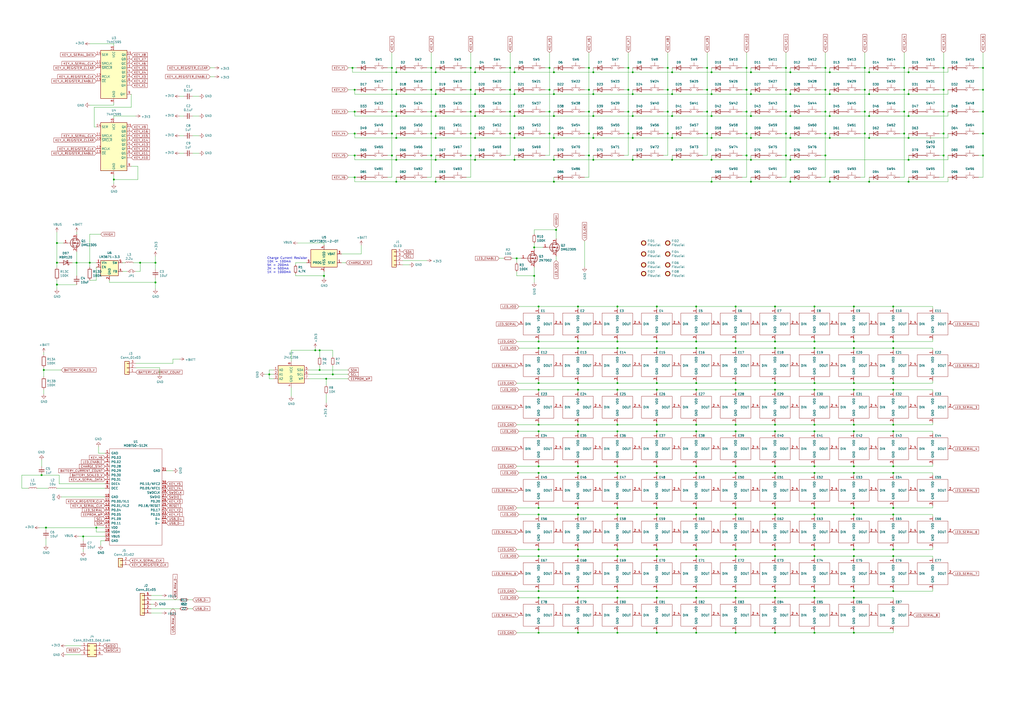
<source format=kicad_sch>
(kicad_sch (version 20230121) (generator eeschema)
  (paper "A2")
  (junction (at 570.23 90.17))
  (junction (at 501.65 64.77))
  (junction (at 449.58 201.93))
  (junction (at 426.72 177.8))
  (junction (at 358.14 322.58))
  (junction (at 335.28 294.64))
  (junction (at 312.42 270.51))
  (junction (at 364.49 64.77))
  (junction (at 381 346.71))
  (junction (at 312.42 322.58))
  (junction (at 275.59 54.61))
  (junction (at 364.49 52.07))
  (junction (at 205.74 52.07))
  (junction (at 449.58 367.03))
  (junction (at 335.28 250.19))
  (junction (at 527.05 80.01))
  (junction (at 367.03 80.01))
  (junction (at 501.65 39.37))
  (junction (at 524.51 77.47))
  (junction (at 250.19 77.47))
  (junction (at 273.05 52.07))
  (junction (at 541.02 449.58))
  (junction (at 518.16 246.38))
  (junction (at 321.31 80.01))
  (junction (at 504.19 54.61))
  (junction (at 312.42 367.03))
  (junction (at 481.33 67.31))
  (junction (at 472.44 346.71))
  (junction (at 389.89 41.91))
  (junction (at 449.58 318.77))
  (junction (at 495.3 342.9))
  (junction (at 90.17 163.83))
  (junction (at 495.3 226.06))
  (junction (at 495.3 177.8))
  (junction (at 412.75 41.91))
  (junction (at 335.28 342.9))
  (junction (at 435.61 41.91))
  (junction (at 527.05 54.61))
  (junction (at 250.19 90.17))
  (junction (at 189.23 219.71))
  (junction (at 335.28 367.03))
  (junction (at 426.72 346.71))
  (junction (at 48.26 311.15))
  (junction (at 289.56 429.26))
  (junction (at 403.86 270.51))
  (junction (at 229.87 67.31))
  (junction (at 455.93 64.77))
  (junction (at 449.58 346.71))
  (junction (at 472.44 246.38))
  (junction (at 204.47 39.37))
  (junction (at 309.88 143.51))
  (junction (at 426.72 429.26))
  (junction (at 403.86 198.12))
  (junction (at 524.51 64.77))
  (junction (at 403.86 367.03))
  (junction (at 458.47 41.91))
  (junction (at 472.44 342.9))
  (junction (at 252.73 67.31))
  (junction (at 335.28 274.32))
  (junction (at 518.16 298.45))
  (junction (at 252.73 92.71))
  (junction (at 387.35 52.07))
  (junction (at 321.31 54.61))
  (junction (at 358.14 270.51))
  (junction (at 312.42 250.19))
  (junction (at 25.4 214.63))
  (junction (at 449.58 342.9))
  (junction (at 518.16 198.12))
  (junction (at 458.47 54.61))
  (junction (at 273.05 77.47))
  (junction (at 426.72 246.38))
  (junction (at 341.63 77.47))
  (junction (at 403.86 322.58))
  (junction (at 81.28 152.4))
  (junction (at 367.03 54.61))
  (junction (at 449.58 294.64))
  (junction (at 205.74 90.17))
  (junction (at 205.74 77.47))
  (junction (at 403.86 246.38))
  (junction (at 322.58 133.35))
  (junction (at 309.88 160.02))
  (junction (at 298.45 80.01))
  (junction (at 501.65 52.07))
  (junction (at 387.35 64.77))
  (junction (at 358.14 250.19))
  (junction (at 547.37 77.47))
  (junction (at 449.58 429.26))
  (junction (at 312.42 294.64))
  (junction (at 570.23 64.77))
  (junction (at 412.75 105.41))
  (junction (at 229.87 54.61))
  (junction (at 478.79 52.07))
  (junction (at 481.33 105.41))
  (junction (at 433.07 64.77))
  (junction (at 358.14 246.38))
  (junction (at 472.44 294.64))
  (junction (at 472.44 274.32))
  (junction (at 455.93 90.17))
  (junction (at 275.59 92.71))
  (junction (at 458.47 80.01))
  (junction (at 335.28 226.06))
  (junction (at 252.73 41.91))
  (junction (at 449.58 177.8))
  (junction (at 381 318.77))
  (junction (at 358.14 274.32))
  (junction (at 449.58 274.32))
  (junction (at 481.33 41.91))
  (junction (at 458.47 105.41))
  (junction (at 66.04 104.14))
  (junction (at 358.14 342.9))
  (junction (at 518.16 322.58))
  (junction (at 547.37 90.17))
  (junction (at 358.14 177.8))
  (junction (at 358.14 449.58))
  (junction (at 449.58 270.51))
  (junction (at 250.19 52.07))
  (junction (at 298.45 41.91))
  (junction (at 33.02 165.1))
  (junction (at 495.3 246.38))
  (junction (at 403.86 342.9))
  (junction (at 504.19 41.91))
  (junction (at 449.58 246.38))
  (junction (at 298.45 92.71))
  (junction (at 187.96 160.02))
  (junction (at 527.05 41.91))
  (junction (at 298.45 67.31))
  (junction (at 33.02 140.97))
  (junction (at 227.33 52.07))
  (junction (at 273.05 90.17))
  (junction (at 335.28 322.58))
  (junction (at 410.21 77.47))
  (junction (at 55.88 306.07))
  (junction (at 275.59 80.01))
  (junction (at 335.28 318.77))
  (junction (at 295.91 39.37))
  (junction (at 312.42 274.32))
  (junction (at 518.16 429.26))
  (junction (at 426.72 449.58))
  (junction (at 518.16 294.64))
  (junction (at 403.86 222.25))
  (junction (at 344.17 54.61))
  (junction (at 518.16 226.06))
  (junction (at 403.86 298.45))
  (junction (at 518.16 201.93))
  (junction (at 273.05 64.77))
  (junction (at 193.04 217.17))
  (junction (at 504.19 67.31))
  (junction (at 518.16 449.58))
  (junction (at 156.21 217.17))
  (junction (at 381 342.9))
  (junction (at 412.75 67.31))
  (junction (at 518.16 342.9))
  (junction (at 381 322.58))
  (junction (at 381 222.25))
  (junction (at 344.17 92.71))
  (junction (at 318.77 77.47))
  (junction (at 527.05 67.31))
  (junction (at 435.61 92.71))
  (junction (at 344.17 67.31))
  (junction (at 412.75 92.71))
  (junction (at 495.3 274.32))
  (junction (at 472.44 318.77))
  (junction (at 295.91 52.07))
  (junction (at 495.3 322.58))
  (junction (at 389.89 80.01))
  (junction (at 541.02 429.26))
  (junction (at 403.86 318.77))
  (junction (at 426.72 367.03))
  (junction (at 524.51 39.37))
  (junction (at 364.49 77.47))
  (junction (at 275.59 41.91))
  (junction (at 527.05 105.41))
  (junction (at 472.44 250.19))
  (junction (at 495.3 298.45))
  (junction (at 433.07 90.17))
  (junction (at 312.42 226.06))
  (junction (at 381 250.19))
  (junction (at 426.72 270.51))
  (junction (at 358.14 298.45))
  (junction (at 518.16 270.51))
  (junction (at 367.03 67.31))
  (junction (at 335.28 429.26))
  (junction (at 472.44 226.06))
  (junction (at 229.87 41.91))
  (junction (at 52.07 152.4))
  (junction (at 335.28 198.12))
  (junction (at 435.61 80.01))
  (junction (at 435.61 67.31))
  (junction (at 495.3 201.93))
  (junction (at 481.33 80.01))
  (junction (at 381 226.06))
  (junction (at 563.88 429.26))
  (junction (at 426.72 322.58))
  (junction (at 381 294.64))
  (junction (at 403.86 226.06))
  (junction (at 381 367.03))
  (junction (at 426.72 294.64))
  (junction (at 381 429.26))
  (junction (at 501.65 77.47))
  (junction (at 426.72 274.32))
  (junction (at 547.37 39.37))
  (junction (at 358.14 198.12))
  (junction (at 358.14 429.26))
  (junction (at 426.72 298.45))
  (junction (at 403.86 449.58))
  (junction (at 358.14 294.64))
  (junction (at 403.86 346.71))
  (junction (at 321.31 41.91))
  (junction (at 358.14 201.93))
  (junction (at 426.72 250.19))
  (junction (at 205.74 64.77))
  (junction (at 472.44 177.8))
  (junction (at 250.19 39.37))
  (junction (at 312.42 177.8))
  (junction (at 472.44 449.58))
  (junction (at 335.28 449.58))
  (junction (at 318.77 39.37))
  (junction (at 433.07 77.47))
  (junction (at 586.74 449.58))
  (junction (at 472.44 367.03))
  (junction (at 341.63 90.17))
  (junction (at 389.89 67.31))
  (junction (at 312.42 342.9))
  (junction (at 205.74 102.87))
  (junction (at 341.63 64.77))
  (junction (at 449.58 198.12))
  (junction (at 367.03 41.91))
  (junction (at 227.33 39.37))
  (junction (at 410.21 64.77))
  (junction (at 449.58 222.25))
  (junction (at 410.21 39.37))
  (junction (at 403.86 429.26))
  (junction (at 312.42 298.45))
  (junction (at 312.42 429.26))
  (junction (at 472.44 198.12))
  (junction (at 410.21 52.07))
  (junction (at 455.93 52.07))
  (junction (at 478.79 39.37))
  (junction (at 252.73 80.01))
  (junction (at 389.89 54.61))
  (junction (at 275.59 67.31))
  (junction (at 449.58 250.19))
  (junction (at 289.56 449.58))
  (junction (at 426.72 222.25))
  (junction (at 312.42 449.58))
  (junction (at 381 449.58))
  (junction (at 426.72 198.12))
  (junction (at 295.91 64.77))
  (junction (at 472.44 270.51))
  (junction (at 455.93 39.37))
  (junction (at 318.77 64.77))
  (junction (at 449.58 226.06))
  (junction (at 412.75 80.01))
  (junction (at 381 198.12))
  (junction (at 335.28 222.25))
  (junction (at 455.93 77.47))
  (junction (at 185.42 214.63))
  (junction (at 472.44 429.26))
  (junction (at 426.72 226.06))
  (junction (at 335.28 270.51))
  (junction (at 299.72 149.86))
  (junction (at 495.3 367.03))
  (junction (at 518.16 318.77))
  (junction (at 381 274.32))
  (junction (at 335.28 246.38))
  (junction (at 403.86 294.64))
  (junction (at 367.03 92.71))
  (junction (at 472.44 298.45))
  (junction (at 266.7 449.58))
  (junction (at 381 201.93))
  (junction (at 358.14 226.06))
  (junction (at 312.42 346.71))
  (junction (at 495.3 449.58))
  (junction (at 527.05 92.71))
  (junction (at 478.79 90.17))
  (junction (at 426.72 318.77))
  (junction (at 389.89 92.71))
  (junction (at 524.51 52.07))
  (junction (at 229.87 80.01))
  (junction (at 229.87 105.41))
  (junction (at 252.73 105.41))
  (junction (at 44.45 152.4))
  (junction (at 266.7 429.26))
  (junction (at 24.13 275.59))
  (junction (at 495.3 318.77))
  (junction (at 312.42 318.77))
  (junction (at 435.61 54.61))
  (junction (at 185.42 203.2))
  (junction (at 321.31 67.31))
  (junction (at 495.3 346.71))
  (junction (at 252.73 54.61))
  (junction (at 387.35 39.37))
  (junction (at 335.28 346.71))
  (junction (at 250.19 64.77))
  (junction (at 458.47 67.31))
  (junction (at 570.23 52.07))
  (junction (at 295.91 77.47))
  (junction (at 381 246.38))
  (junction (at 449.58 322.58))
  (junction (at 495.3 294.64))
  (junction (at 481.33 54.61))
  (junction (at 381 298.45))
  (junction (at 358.14 346.71))
  (junction (at 387.35 77.47))
  (junction (at 472.44 201.93))
  (junction (at 344.17 80.01))
  (junction (at 298.45 54.61))
  (junction (at 26.67 306.07))
  (junction (at 335.28 298.45))
  (junction (at 504.19 80.01))
  (junction (at 426.72 201.93))
  (junction (at 449.58 449.58))
  (junction (at 227.33 77.47))
  (junction (at 495.3 429.26))
  (junction (at 570.23 77.47))
  (junction (at 381 177.8))
  (junction (at 358.14 318.77))
  (junction (at 312.42 222.25))
  (junction (at 563.88 449.58))
  (junction (at 33.02 152.4))
  (junction (at 435.61 105.41))
  (junction (at 495.3 250.19))
  (junction (at 478.79 77.47))
  (junction (at 227.33 64.77))
  (junction (at 586.74 429.26))
  (junction (at 227.33 90.17))
  (junction (at 341.63 52.07))
  (junction (at 449.58 298.45))
  (junction (at 273.05 39.37))
  (junction (at 358.14 367.03))
  (junction (at 412.75 54.61))
  (junction (at 504.19 105.41))
  (junction (at 321.31 92.71))
  (junction (at 570.23 39.37))
  (junction (at 403.86 274.32))
  (junction (at 341.63 39.37))
  (junction (at 312.42 198.12))
  (junction (at 518.16 274.32))
  (junction (at 495.3 198.12))
  (junction (at 321.31 105.41))
  (junction (at 518.16 250.19))
  (junction (at 472.44 222.25))
  (junction (at 518.16 177.8))
  (junction (at 229.87 92.71))
  (junction (at 381 270.51))
  (junction (at 426.72 342.9))
  (junction (at 472.44 322.58))
  (junction (at 318.77 52.07))
  (junction (at 312.42 246.38))
  (junction (at 90.17 152.4))
  (junction (at 495.3 270.51))
  (junction (at 518.16 222.25))
  (junction (at 403.86 250.19))
  (junction (at 478.79 64.77))
  (junction (at 335.28 177.8))
  (junction (at 403.86 177.8))
  (junction (at 547.37 52.07))
  (junction (at 495.3 222.25))
  (junction (at 182.88 203.2))
  (junction (at 433.07 52.07))
  (junction (at 433.07 39.37))
  (junction (at 547.37 64.77))
  (junction (at 364.49 39.37))
  (junction (at 403.86 201.93))
  (junction (at 358.14 222.25))
  (junction (at 335.28 201.93))
  (junction (at 344.17 41.91))
  (junction (at 458.47 92.71))
  (junction (at 312.42 201.93))
  (wire (pts (xy 472.44 298.45) (xy 449.58 298.45)))
  (wire (pts (xy 518.16 346.71) (xy 495.3 346.71)))
  (wire (pts (xy 34.29 275.59) (xy 24.13 275.59)))
  (wire (pts (xy 495.3 275.59) (xy 495.3 274.32)))
  (wire (pts (xy 275.59 80.01) (xy 298.45 80.01)))
  (wire (pts (xy 662.94 342.9) (xy 662.94 339.09)))
  (wire (pts (xy 426.72 220.98) (xy 426.72 222.25)))
  (wire (pts (xy 52.07 135.89) (xy 52.07 152.4)))
  (wire (pts (xy 335.28 227.33) (xy 335.28 226.06)))
  (wire (pts (xy 683.26 127) (xy 683.26 121.92)))
  (wire (pts (xy 683.26 135.89) (xy 683.26 132.08)))
  (wire (pts (xy 518.16 220.98) (xy 518.16 222.25)))
  (wire (pts (xy 433.07 102.87) (xy 433.07 90.17)))
  (wire (pts (xy 472.44 347.98) (xy 472.44 346.71)))
  (wire (pts (xy 612.14 171.45) (xy 612.14 167.64)))
  (wire (pts (xy 495.3 365.76) (xy 495.3 367.03)))
  (wire (pts (xy 495.3 429.26) (xy 472.44 429.26)))
  (wire (pts (xy 481.33 105.41) (xy 504.19 105.41)))
  (wire (pts (xy 381 293.37) (xy 381 294.64)))
  (wire (pts (xy 81.28 157.48) (xy 81.28 152.4)))
  (wire (pts (xy 229.87 67.31) (xy 252.73 67.31)))
  (wire (pts (xy 586.74 429.26) (xy 563.88 429.26)))
  (wire (pts (xy 252.73 92.71) (xy 275.59 92.71)))
  (wire (pts (xy 381 179.07) (xy 381 177.8)))
  (wire (pts (xy 54.61 62.23) (xy 54.61 73.66)))
  (wire (pts (xy 481.33 41.91) (xy 504.19 41.91)))
  (wire (pts (xy 312.42 177.8) (xy 312.42 179.07)))
  (wire (pts (xy 544.83 77.47) (xy 547.37 77.47)))
  (wire (pts (xy 472.44 293.37) (xy 472.44 294.64)))
  (wire (pts (xy 435.61 54.61) (xy 458.47 54.61)))
  (wire (pts (xy 52.07 154.94) (xy 52.07 152.4)))
  (wire (pts (xy 316.23 39.37) (xy 318.77 39.37)))
  (wire (pts (xy 367.03 92.71) (xy 389.89 92.71)))
  (wire (pts (xy 495.3 347.98) (xy 495.3 346.71)))
  (wire (pts (xy 205.74 102.87) (xy 207.01 102.87)))
  (wire (pts (xy 426.72 294.64) (xy 403.86 294.64)))
  (wire (pts (xy 66.04 25.4) (xy 66.04 26.67)))
  (wire (pts (xy 335.28 245.11) (xy 335.28 246.38)))
  (wire (pts (xy 57.15 262.89) (xy 60.96 262.89)))
  (wire (pts (xy 322.58 133.35) (xy 322.58 138.43)))
  (wire (pts (xy 642.62 171.45) (xy 642.62 167.64)))
  (wire (pts (xy 472.44 299.72) (xy 472.44 298.45)))
  (wire (pts (xy 567.69 64.77) (xy 570.23 64.77)))
  (wire (pts (xy 52.07 25.4) (xy 66.04 25.4)))
  (wire (pts (xy 335.28 201.93) (xy 312.42 201.93)))
  (wire (pts (xy 622.3 299.72) (xy 622.3 294.64)))
  (wire (pts (xy 54.61 73.66) (xy 55.88 73.66)))
  (wire (pts (xy 229.87 80.01) (xy 252.73 80.01)))
  (wire (pts (xy 182.88 203.2) (xy 185.42 203.2)))
  (wire (pts (xy 683.26 240.03) (xy 683.26 236.22)))
  (wire (pts (xy 335.28 430.53) (xy 335.28 429.26)))
  (wire (pts (xy 518.16 347.98) (xy 518.16 346.71)))
  (wire (pts (xy 426.72 177.8) (xy 403.86 177.8)))
  (wire (pts (xy 426.72 246.38) (xy 403.86 246.38)))
  (wire (pts (xy 299.72 342.9) (xy 312.42 342.9)))
  (wire (pts (xy 172.72 140.97) (xy 187.96 140.97)))
  (wire (pts (xy 713.74 196.85) (xy 713.74 191.77)))
  (wire (pts (xy 478.79 77.47) (xy 478.79 64.77)))
  (wire (pts (xy 403.86 201.93) (xy 381 201.93)))
  (wire (pts (xy 481.33 41.91) (xy 481.33 39.37)))
  (wire (pts (xy 275.59 92.71) (xy 298.45 92.71)))
  (wire (pts (xy 403.86 342.9) (xy 381 342.9)))
  (wire (pts (xy 229.87 39.37) (xy 229.87 41.91)))
  (wire (pts (xy 358.14 342.9) (xy 335.28 342.9)))
  (wire (pts (xy 187.96 157.48) (xy 187.96 160.02)))
  (wire (pts (xy 250.19 64.77) (xy 250.19 52.07)))
  (wire (pts (xy 335.28 203.2) (xy 335.28 201.93)))
  (wire (pts (xy 381 342.9) (xy 358.14 342.9)))
  (wire (pts (xy 632.46 171.45) (xy 632.46 167.64)))
  (wire (pts (xy 313.69 466.09) (xy 313.69 461.01)))
  (wire (pts (xy 35.56 214.63) (xy 25.4 214.63)))
  (wire (pts (xy 361.95 90.17) (xy 364.49 90.17)))
  (wire (pts (xy 673.1 368.3) (xy 673.1 363.22)))
  (wire (pts (xy 316.23 52.07) (xy 318.77 52.07)))
  (wire (pts (xy 703.58 265.43) (xy 703.58 260.35)))
  (wire (pts (xy 524.51 52.07) (xy 524.51 39.37)))
  (wire (pts (xy 472.44 449.58) (xy 449.58 449.58)))
  (wire (pts (xy 335.28 198.12) (xy 312.42 198.12)))
  (wire (pts (xy 642.62 240.03) (xy 642.62 236.22)))
  (wire (pts (xy 609.6 448.31) (xy 609.6 449.58)))
  (wire (pts (xy 426.72 341.63) (xy 426.72 342.9)))
  (wire (pts (xy 683.26 265.43) (xy 683.26 260.35)))
  (wire (pts (xy 547.37 77.47) (xy 547.37 64.77)))
  (wire (pts (xy 386.08 466.09) (xy 386.08 461.01)))
  (wire (pts (xy 403.86 317.5) (xy 403.86 318.77)))
  (wire (pts (xy 407.67 90.17) (xy 410.21 90.17)))
  (wire (pts (xy 318.77 90.17) (xy 318.77 77.47)))
  (wire (pts (xy 403.86 299.72) (xy 403.86 298.45)))
  (wire (pts (xy 541.02 448.31) (xy 541.02 449.58)))
  (wire (pts (xy 389.89 92.71) (xy 412.75 92.71)))
  (wire (pts (xy 358.14 274.32) (xy 335.28 274.32)))
  (wire (pts (xy 518.16 299.72) (xy 518.16 298.45)))
  (wire (pts (xy 622.3 240.03) (xy 622.3 236.22)))
  (wire (pts (xy 341.63 64.77) (xy 341.63 52.07)))
  (wire (pts (xy 381 251.46) (xy 381 250.19)))
  (wire (pts (xy 495.3 430.53) (xy 495.3 429.26)))
  (wire (pts (xy 703.58 171.45) (xy 703.58 167.64)))
  (wire (pts (xy 367.03 80.01) (xy 389.89 80.01)))
  (wire (pts (xy 201.93 52.07) (xy 205.74 52.07)))
  (wire (pts (xy 403.86 429.26) (xy 381 429.26)))
  (wire (pts (xy 504.19 80.01) (xy 504.19 77.47)))
  (wire (pts (xy 335.28 226.06) (xy 312.42 226.06)))
  (wire (pts (xy 481.33 67.31) (xy 504.19 67.31)))
  (wire (pts (xy 495.3 222.25) (xy 472.44 222.25)))
  (wire (pts (xy 652.78 342.9) (xy 652.78 339.09)))
  (wire (pts (xy 673.1 231.14) (xy 673.1 226.06)))
  (wire (pts (xy 381 298.45) (xy 358.14 298.45)))
  (wire (pts (xy 375.92 474.98) (xy 375.92 471.17)))
  (wire (pts (xy 358.14 203.2) (xy 358.14 201.93)))
  (wire (pts (xy 93.98 355.6) (xy 87.63 355.6)))
  (wire (pts (xy 449.58 347.98) (xy 449.58 346.71)))
  (wire (pts (xy 48.26 313.69) (xy 48.26 311.15)))
  (wire (pts (xy 622.3 196.85) (xy 622.3 191.77)))
  (wire (pts (xy 426.72 298.45) (xy 403.86 298.45)))
  (wire (pts (xy 567.69 77.47) (xy 570.23 77.47)))
  (wire (pts (xy 642.62 127) (xy 642.62 121.92)))
  (wire (pts (xy 632.46 308.61) (xy 632.46 304.8)))
  (wire (pts (xy 205.74 52.07) (xy 205.74 54.61)))
  (wire (pts (xy 458.47 67.31) (xy 458.47 64.77)))
  (wire (pts (xy 527.05 92.71) (xy 527.05 90.17)))
  (wire (pts (xy 24.13 275.59) (xy 12.7 275.59)))
  (wire (pts (xy 673.1 342.9) (xy 673.1 339.09)))
  (wire (pts (xy 426.72 318.77) (xy 403.86 318.77)))
  (wire (pts (xy 229.87 64.77) (xy 229.87 67.31)))
  (wire (pts (xy 381 322.58) (xy 358.14 322.58)))
  (wire (pts (xy 612.14 342.9) (xy 612.14 339.09)))
  (wire (pts (xy 316.23 90.17) (xy 318.77 90.17)))
  (wire (pts (xy 251.46 439.42) (xy 255.27 439.42)))
  (wire (pts (xy 412.75 41.91) (xy 435.61 41.91)))
  (wire (pts (xy 358.14 365.76) (xy 358.14 367.03)))
  (wire (pts (xy 518.16 322.58) (xy 495.3 322.58)))
  (wire (pts (xy 224.79 39.37) (xy 227.33 39.37)))
  (wire (pts (xy 293.37 90.17) (xy 295.91 90.17)))
  (wire (pts (xy 495.3 269.24) (xy 495.3 270.51)))
  (wire (pts (xy 713.74 265.43) (xy 713.74 260.35)))
  (wire (pts (xy 632.46 274.32) (xy 632.46 270.51)))
  (wire (pts (xy 275.59 52.07) (xy 275.59 54.61)))
  (wire (pts (xy 177.8 152.4) (xy 171.45 152.4)))
  (wire (pts (xy 518.16 274.32) (xy 495.3 274.32)))
  (wire (pts (xy 478.79 39.37) (xy 478.79 30.48)))
  (wire (pts (xy 673.1 240.03) (xy 673.1 236.22)))
  (wire (pts (xy 76.2 62.23) (xy 54.61 62.23)))
  (wire (pts (xy 312.42 430.53) (xy 312.42 429.26)))
  (wire (pts (xy 298.45 92.71) (xy 321.31 92.71)))
  (wire (pts (xy 518.16 270.51) (xy 495.3 270.51)))
  (wire (pts (xy 518.16 365.76) (xy 518.16 367.03)))
  (wire (pts (xy 335.28 269.24) (xy 335.28 270.51)))
  (wire (pts (xy 298.45 77.47) (xy 298.45 80.01)))
  (wire (pts (xy 563.88 430.53) (xy 563.88 429.26)))
  (wire (pts (xy 205.74 77.47) (xy 205.74 80.01)))
  (wire (pts (xy 209.55 142.24) (xy 209.55 147.32)))
  (wire (pts (xy 201.93 90.17) (xy 205.74 90.17)))
  (wire (pts (xy 541.02 245.11) (xy 541.02 246.38)))
  (wire (pts (xy 381 250.19) (xy 358.14 250.19)))
  (wire (pts (xy 449.58 245.11) (xy 449.58 246.38)))
  (wire (pts (xy 38.1 379.73) (xy 46.99 379.73)))
  (wire (pts (xy 527.05 105.41) (xy 527.05 102.87)))
  (wire (pts (xy 449.58 269.24) (xy 449.58 270.51)))
  (wire (pts (xy 247.65 90.17) (xy 250.19 90.17)))
  (wire (pts (xy 26.67 312.42) (xy 26.67 316.23)))
  (wire (pts (xy 426.72 323.85) (xy 426.72 322.58)))
  (wire (pts (xy 335.28 250.19) (xy 312.42 250.19)))
  (wire (pts (xy 455.93 77.47) (xy 455.93 64.77)))
  (wire (pts (xy 407.67 39.37) (xy 410.21 39.37)))
  (wire (pts (xy 426.72 203.2) (xy 426.72 201.93)))
  (wire (pts (xy 693.42 240.03) (xy 693.42 236.22)))
  (wire (pts (xy 293.37 77.47) (xy 295.91 77.47)))
  (wire (pts (xy 381 367.03) (xy 358.14 367.03)))
  (wire (pts (xy 339.09 64.77) (xy 341.63 64.77)))
  (wire (pts (xy 521.97 64.77) (xy 524.51 64.77)))
  (wire (pts (xy 693.42 368.3) (xy 693.42 363.22)))
  (wire (pts (xy 381 294.64) (xy 358.14 294.64)))
  (wire (pts (xy 435.61 41.91) (xy 435.61 39.37)))
  (wire (pts (xy 426.72 430.53) (xy 426.72 429.26)))
  (wire (pts (xy 458.47 41.91) (xy 458.47 39.37)))
  (wire (pts (xy 455.93 52.07) (xy 455.93 39.37)))
  (wire (pts (xy 345.44 474.98) (xy 345.44 471.17)))
  (wire (pts (xy 318.77 77.47) (xy 318.77 64.77)))
  (wire (pts (xy 381 220.98) (xy 381 222.25)))
  (wire (pts (xy 367.03 64.77) (xy 367.03 67.31)))
  (wire (pts (xy 472.44 251.46) (xy 472.44 250.19)))
  (wire (pts (xy 455.93 64.77) (xy 455.93 52.07)))
  (wire (pts (xy 713.74 231.14) (xy 713.74 226.06)))
  (wire (pts (xy 297.18 149.86) (xy 299.72 149.86)))
  (wire (pts (xy 312.42 270.51) (xy 312.42 269.24)))
  (wire (pts (xy 430.53 90.17) (xy 433.07 90.17)))
  (wire (pts (xy 527.05 54.61) (xy 549.91 54.61)))
  (wire (pts (xy 270.51 52.07) (xy 273.05 52.07)))
  (wire (pts (xy 673.1 196.85) (xy 673.1 191.77)))
  (wire (pts (xy 403.86 246.38) (xy 381 246.38)))
  (wire (pts (xy 458.47 80.01) (xy 481.33 80.01)))
  (wire (pts (xy 229.87 52.07) (xy 229.87 54.61)))
  (wire (pts (xy 335.28 317.5) (xy 335.28 318.77)))
  (wire (pts (xy 205.74 105.41) (xy 229.87 105.41)))
  (wire (pts (xy 250.19 102.87) (xy 250.19 90.17)))
  (wire (pts (xy 652.78 299.72) (xy 652.78 294.64)))
  (wire (pts (xy 476.25 64.77) (xy 478.79 64.77)))
  (wire (pts (xy 652.78 231.14) (xy 652.78 226.06)))
  (wire (pts (xy 612.14 368.3) (xy 612.14 363.22)))
  (wire (pts (xy 449.58 317.5) (xy 449.58 318.77)))
  (wire (pts (xy 683.26 274.32) (xy 683.26 270.51)))
  (wire (pts (xy 662.94 265.43) (xy 662.94 260.35)))
  (wire (pts (xy 642.62 265.43) (xy 642.62 260.35)))
  (wire (pts (xy 270.51 90.17) (xy 273.05 90.17)))
  (wire (pts (xy 358.14 270.51) (xy 335.28 270.51)))
  (wire (pts (xy 224.79 102.87) (xy 227.33 102.87)))
  (wire (pts (xy 433.07 39.37) (xy 433.07 30.48)))
  (wire (pts (xy 44.45 152.4) (xy 52.07 152.4)))
  (wire (pts (xy 693.42 205.74) (xy 693.42 201.93)))
  (wire (pts (xy 652.78 274.32) (xy 652.78 270.51)))
  (wire (pts (xy 652.78 368.3) (xy 652.78 363.22)))
  (wire (pts (xy 518.16 196.85) (xy 518.16 198.12)))
  (wire (pts (xy 495.3 251.46) (xy 495.3 250.19)))
  (wire (pts (xy 403.86 196.85) (xy 403.86 198.12)))
  (wire (pts (xy 295.91 52.07) (xy 295.91 39.37)))
  (wire (pts (xy 518.16 177.8) (xy 495.3 177.8)))
  (wire (pts (xy 632.46 299.72) (xy 632.46 294.64)))
  (wire (pts (xy 683.26 162.56) (xy 683.26 157.48)))
  (wire (pts (xy 44.45 146.05) (xy 44.45 152.4)))
  (wire (pts (xy 693.42 171.45) (xy 693.42 167.64)))
  (wire (pts (xy 662.94 274.32) (xy 662.94 270.51)))
  (wire (pts (xy 201.93 102.87) (xy 205.74 102.87)))
  (wire (pts (xy 100.33 208.28) (xy 100.33 210.82)))
  (wire (pts (xy 227.33 39.37) (xy 227.33 30.48)))
  (wire (pts (xy 335.28 342.9) (xy 312.42 342.9)))
  (wire (pts (xy 26.67 306.07) (xy 55.88 306.07)))
  (wire (pts (xy 111.76 353.06) (xy 109.22 353.06)))
  (wire (pts (xy 549.91 41.91) (xy 549.91 39.37)))
  (wire (pts (xy 449.58 322.58) (xy 426.72 322.58)))
  (wire (pts (xy 344.17 80.01) (xy 367.03 80.01)))
  (wire (pts (xy 358.14 322.58) (xy 335.28 322.58)))
  (wire (pts (xy 403.86 177.8) (xy 381 177.8)))
  (wire (pts (xy 642.62 377.19) (xy 642.62 373.38)))
  (wire (pts (xy 300.99 226.06) (xy 312.42 226.06)))
  (wire (pts (xy 52.07 162.56) (xy 55.88 162.56)))
  (wire (pts (xy 201.93 77.47) (xy 205.74 77.47)))
  (wire (pts (xy 412.75 54.61) (xy 435.61 54.61)))
  (wire (pts (xy 295.91 39.37) (xy 295.91 30.48)))
  (wire (pts (xy 364.49 90.17) (xy 364.49 77.47)))
  (wire (pts (xy 403.86 341.63) (xy 403.86 342.9)))
  (wire (pts (xy 524.51 64.77) (xy 524.51 52.07)))
  (wire (pts (xy 229.87 77.47) (xy 229.87 80.01)))
  (wire (pts (xy 309.88 143.51) (xy 314.96 143.51)))
  (wire (pts (xy 549.91 105.41) (xy 549.91 102.87)))
  (wire (pts (xy 229.87 41.91) (xy 252.73 41.91)))
  (wire (pts (xy 115.57 55.88) (xy 111.76 55.88)))
  (wire (pts (xy 41.91 152.4) (xy 44.45 152.4)))
  (wire (pts (xy 504.19 67.31) (xy 527.05 67.31)))
  (wire (pts (xy 298.45 67.31) (xy 321.31 67.31)))
  (wire (pts (xy 229.87 102.87) (xy 229.87 105.41)))
  (wire (pts (xy 504.19 67.31) (xy 504.19 64.77)))
  (wire (pts (xy 412.75 77.47) (xy 412.75 80.01)))
  (wire (pts (xy 335.28 299.72) (xy 335.28 298.45)))
  (wire (pts (xy 544.83 64.77) (xy 547.37 64.77)))
  (wire (pts (xy 52.07 60.96) (xy 66.04 60.96)))
  (wire (pts (xy 662.94 127) (xy 662.94 121.92)))
  (wire (pts (xy 204.47 41.91) (xy 229.87 41.91)))
  (wire (pts (xy 453.39 102.87) (xy 455.93 102.87)))
  (wire (pts (xy 642.62 299.72) (xy 642.62 294.64)))
  (wire (pts (xy 673.1 377.19) (xy 673.1 373.38)))
  (wire (pts (xy 541.02 341.63) (xy 541.02 342.9)))
  (wire (pts (xy 612.14 299.72) (xy 612.14 294.64)))
  (wire (pts (xy 449.58 179.07) (xy 449.58 177.8)))
  (wire (pts (xy 58.42 313.69) (xy 60.96 313.69)))
  (wire (pts (xy 25.4 214.63) (xy 25.4 218.44)))
  (wire (pts (xy 66.04 60.96) (xy 66.04 59.69)))
  (wire (pts (xy 12.7 275.59) (xy 12.7 283.21)))
  (wire (pts (xy 312.42 222.25) (xy 312.42 220.98)))
  (wire (pts (xy 518.16 222.25) (xy 495.3 222.25)))
  (wire (pts (xy 458.47 80.01) (xy 458.47 77.47)))
  (wire (pts (xy 358.14 318.77) (xy 335.28 318.77)))
  (wire (pts (xy 358.14 367.03) (xy 335.28 367.03)))
  (wire (pts (xy 426.72 201.93) (xy 403.86 201.93)))
  (wire (pts (xy 381 448.31) (xy 381 449.58)))
  (wire (pts (xy 472.44 275.59) (xy 472.44 274.32)))
  (wire (pts (xy 358.14 294.64) (xy 335.28 294.64)))
  (wire (pts (xy 495.3 177.8) (xy 472.44 177.8)))
  (wire (pts (xy 76.2 54.61) (xy 76.2 62.23)))
  (wire (pts (xy 293.37 474.98) (xy 293.37 471.17)))
  (wire (pts (xy 504.19 41.91) (xy 504.19 39.37)))
  (wire (pts (xy 171.45 160.02) (xy 187.96 160.02)))
  (wire (pts (xy 33.02 140.97) (xy 33.02 152.4)))
  (wire (pts (xy 683.26 171.45) (xy 683.26 167.64)))
  (wire (pts (xy 495.3 318.77) (xy 472.44 318.77)))
  (wire (pts (xy 632.46 162.56) (xy 632.46 157.48)))
  (wire (pts (xy 472.44 294.64) (xy 449.58 294.64)))
  (wire (pts (xy 449.58 270.51) (xy 426.72 270.51)))
  (wire (pts (xy 693.42 342.9) (xy 693.42 339.09)))
  (wire (pts (xy 518.16 430.53) (xy 518.16 429.26)))
  (wire (pts (xy 396.24 474.98) (xy 396.24 471.17)))
  (wire (pts (xy 358.14 269.24) (xy 358.14 270.51)))
  (wire (pts (xy 229.87 92.71) (xy 252.73 92.71)))
  (wire (pts (xy 541.02 322.58) (xy 518.16 322.58)))
  (wire (pts (xy 58.42 135.89) (xy 52.07 135.89)))
  (wire (pts (xy 521.97 52.07) (xy 524.51 52.07)))
  (wire (pts (xy 449.58 341.63) (xy 449.58 342.9)))
  (wire (pts (xy 426.72 226.06) (xy 403.86 226.06)))
  (wire (pts (xy 693.42 127) (xy 693.42 121.92)))
  (wire (pts (xy 472.44 430.53) (xy 472.44 429.26)))
  (wire (pts (xy 527.05 80.01) (xy 549.91 80.01)))
  (wire (pts (xy 224.79 90.17) (xy 227.33 90.17)))
  (wire (pts (xy 104.14 347.98) (xy 87.63 347.98)))
  (wire (pts (xy 66.04 104.14) (xy 80.01 104.14)))
  (wire (pts (xy 541.02 226.06) (xy 518.16 226.06)))
  (wire (pts (xy 87.63 345.44) (xy 93.98 345.44)))
  (wire (pts (xy 472.44 448.31) (xy 472.44 449.58)))
  (wire (pts (xy 205.74 90.17) (xy 205.74 92.71)))
  (wire (pts (xy 384.81 90.17) (xy 387.35 90.17)))
  (wire (pts (xy 33.02 283.21) (xy 60.96 283.21)))
  (wire (pts (xy 270.51 64.77) (xy 273.05 64.77)))
  (wire (pts (xy 77.47 152.4) (xy 81.28 152.4)))
  (wire (pts (xy 224.79 64.77) (xy 227.33 64.77)))
  (wire (pts (xy 312.42 298.45) (xy 312.42 299.72)))
  (wire (pts (xy 642.62 135.89) (xy 642.62 132.08)))
  (wire (pts (xy 458.47 105.41) (xy 458.47 102.87)))
  (wire (pts (xy 527.05 54.61) (xy 527.05 52.07)))
  (wire (pts (xy 449.58 250.19) (xy 426.72 250.19)))
  (wire (pts (xy 312.42 367.03) (xy 312.42 365.76)))
  (wire (pts (xy 403.86 226.06) (xy 381 226.06)))
  (wire (pts (xy 518.16 245.11) (xy 518.16 246.38)))
  (wire (pts (xy 541.02 275.59) (xy 541.02 274.32)))
  (wire (pts (xy 322.58 133.35) (xy 309.88 133.35)))
  (wire (pts (xy 227.33 64.77) (xy 227.33 52.07)))
  (wire (pts (xy 693.42 299.72) (xy 693.42 294.64)))
  (wire (pts (xy 312.42 294.64) (xy 312.42 293.37)))
  (wire (pts (xy 250.19 90.17) (xy 250.19 77.47)))
  (wire (pts (xy 541.02 177.8) (xy 518.16 177.8)))
  (wire (pts (xy 344.17 90.17) (xy 344.17 92.71)))
  (wire (pts (xy 713.74 171.45) (xy 713.74 167.64)))
  (wire (pts (xy 344.17 64.77) (xy 344.17 67.31)))
  (wire (pts (xy 673.1 205.74) (xy 673.1 201.93)))
  (wire (pts (xy 713.74 205.74) (xy 713.74 201.93)))
  (wire (pts (xy 518.16 449.58) (xy 495.3 449.58)))
  (wire (pts (xy 435.61 67.31) (xy 435.61 64.77)))
  (wire (pts (xy 642.62 308.61) (xy 642.62 304.8)))
  (wire (pts (xy 26.67 306.07) (xy 22.86 306.07)))
  (wire (pts (xy 518.16 367.03) (xy 495.3 367.03)))
  (wire (pts (xy 335.28 449.58) (xy 312.42 449.58)))
  (wire (pts (xy 683.26 342.9) (xy 683.26 339.09)))
  (wire (pts (xy 323.85 466.09) (xy 323.85 461.01)))
  (wire (pts (xy 205.74 102.87) (xy 205.74 105.41)))
  (wire (pts (xy 642.62 162.56) (xy 642.62 157.48)))
  (wire (pts (xy 358.14 251.46) (xy 358.14 250.19)))
  (wire (pts (xy 299.72 294.64) (xy 312.42 294.64)))
  (wire (pts (xy 252.73 54.61) (xy 275.59 54.61)))
  (wire (pts (xy 358.14 323.85) (xy 358.14 322.58)))
  (wire (pts (xy 367.03 52.07) (xy 367.03 54.61)))
  (wire (pts (xy 426.72 322.58) (xy 403.86 322.58)))
  (wire (pts (xy 335.28 322.58) (xy 312.42 322.58)))
  (wire (pts (xy 673.1 127) (xy 673.1 121.92)))
  (wire (pts (xy 703.58 231.14) (xy 703.58 226.06)))
  (wire (pts (xy 252.73 67.31) (xy 275.59 67.31)))
  (wire (pts (xy 66.04 104.14) (xy 66.04 106.68)))
  (wire (pts (xy 312.42 201.93) (xy 312.42 203.2)))
  (wire (pts (xy 430.53 102.87) (xy 433.07 102.87)))
  (wire (pts (xy 673.1 135.89) (xy 673.1 132.08)))
  (wire (pts (xy 518.16 342.9) (xy 495.3 342.9)))
  (wire (pts (xy 495.3 449.58) (xy 472.44 449.58)))
  (wire (pts (xy 453.39 52.07) (xy 455.93 52.07)))
  (wire (pts (xy 387.35 90.17) (xy 387.35 77.47)))
  (wire (pts (xy 106.68 88.9) (xy 104.14 88.9)))
  (wire (pts (xy 209.55 147.32) (xy 198.12 147.32)))
  (wire (pts (xy 381 198.12) (xy 358.14 198.12)))
  (wire (pts (xy 426.72 367.03) (xy 403.86 367.03)))
  (wire (pts (xy 435.61 41.91) (xy 458.47 41.91)))
  (wire (pts (xy 55.88 308.61) (xy 55.88 306.07)))
  (wire (pts (xy 227.33 52.07) (xy 227.33 39.37)))
  (wire (pts (xy 335.28 251.46) (xy 335.28 250.19)))
  (wire (pts (xy 355.6 466.09) (xy 355.6 461.01)))
  (wire (pts (xy 435.61 92.71) (xy 458.47 92.71)))
  (wire (pts (xy 478.79 90.17) (xy 478.79 77.47)))
  (wire (pts (xy 662.94 368.3) (xy 662.94 363.22)))
  (wire (pts (xy 412.75 39.37) (xy 412.75 41.91)))
  (wire (pts (xy 713.74 240.03) (xy 713.74 236.22)))
  (wire (pts (xy 252.73 41.91) (xy 275.59 41.91)))
  (wire (pts (xy 449.58 429.26) (xy 426.72 429.26)))
  (wire (pts (xy 289.56 430.53) (xy 289.56 429.26)))
  (wire (pts (xy 426.72 293.37) (xy 426.72 294.64)))
  (wire (pts (xy 541.02 342.9) (xy 518.16 342.9)))
  (wire (pts (xy 521.97 39.37) (xy 524.51 39.37)))
  (wire (pts (xy 518.16 293.37) (xy 518.16 294.64)))
  (wire (pts (xy 295.91 90.17) (xy 295.91 77.47)))
  (wire (pts (xy 358.14 299.72) (xy 358.14 298.45)))
  (wire (pts (xy 703.58 240.03) (xy 703.58 236.22)))
  (wire (pts (xy 426.72 299.72) (xy 426.72 298.45)))
  (wire (pts (xy 449.58 275.59) (xy 449.58 274.32)))
  (wire (pts (xy 299.72 318.77) (xy 312.42 318.77)))
  (wire (pts (xy 449.58 226.06) (xy 426.72 226.06)))
  (wire (pts (xy 266.7 429.26) (xy 251.46 429.26)))
  (wire (pts (xy 518.16 294.64) (xy 495.3 294.64)))
  (wire (pts (xy 293.37 52.07) (xy 295.91 52.07)))
  (wire (pts (xy 693.42 196.85) (xy 693.42 191.77)))
  (wire (pts (xy 233.68 153.67) (xy 237.49 153.67)))
  (wire (pts (xy 570.23 64.77) (xy 570.23 52.07)))
  (wire (pts (xy 66.04 67.31) (xy 78.74 67.31)))
  (wire (pts (xy 541.02 293.37) (xy 541.02 294.64)))
  (wire (pts (xy 449.58 198.12) (xy 426.72 198.12)))
  (wire (pts (xy 295.91 64.77) (xy 295.91 52.07)))
  (wire (pts (xy 495.3 270.51) (xy 472.44 270.51)))
  (wire (pts (xy 518.16 275.59) (xy 518.16 274.32)))
  (wire (pts (xy 703.58 334.01) (xy 703.58 328.93)))
  (wire (pts (xy 185.42 203.2) (xy 193.04 203.2)))
  (wire (pts (xy 367.03 67.31) (xy 389.89 67.31)))
  (wire (pts (xy 527.05 105.41) (xy 549.91 105.41)))
  (wire (pts (xy 365.76 466.09) (xy 365.76 461.01)))
  (wire (pts (xy 185.42 203.2) (xy 185.42 207.01)))
  (wire (pts (xy 410.21 77.47) (xy 410.21 64.77)))
  (wire (pts (xy 449.58 222.25) (xy 426.72 222.25)))
  (wire (pts (xy 713.74 127) (xy 713.74 121.92)))
  (wire (pts (xy 430.53 64.77) (xy 433.07 64.77)))
  (wire (pts (xy 426.72 245.11) (xy 426.72 246.38)))
  (wire (pts (xy 472.44 222.25) (xy 449.58 222.25)))
  (wire (pts (xy 252.73 77.47) (xy 252.73 80.01)))
  (wire (pts (xy 662.94 231.14) (xy 662.94 226.06)))
  (wire (pts (xy 673.1 308.61) (xy 673.1 304.8)))
  (wire (pts (xy 339.09 39.37) (xy 341.63 39.37)))
  (wire (pts (xy 361.95 64.77) (xy 364.49 64.77)))
  (wire (pts (xy 541.02 318.77) (xy 518.16 318.77)))
  (wire (pts (xy 339.09 102.87) (xy 341.63 102.87)))
  (wire (pts (xy 344.17 54.61) (xy 367.03 54.61)))
  (wire (pts (xy 495.3 246.38) (xy 472.44 246.38)))
  (wire (pts (xy 321.31 77.47) (xy 321.31 80.01)))
  (wire (pts (xy 205.74 90.17) (xy 207.01 90.17)))
  (wire (pts (xy 527.05 80.01) (xy 527.05 77.47)))
  (wire (pts (xy 60.96 306.07) (xy 55.88 306.07)))
  (wire (pts (xy 518.16 448.31) (xy 518.16 449.58)))
  (wire (pts (xy 495.3 322.58) (xy 472.44 322.58)))
  (wire (pts (xy 642.62 274.32) (xy 642.62 270.51)))
  (wire (pts (xy 703.58 368.3) (xy 703.58 363.22)))
  (wire (pts (xy 387.35 52.07) (xy 387.35 39.37)))
  (wire (pts (xy 426.72 269.24) (xy 426.72 270.51)))
  (wire (pts (xy 412.75 64.77) (xy 412.75 67.31)))
  (wire (pts (xy 201.93 39.37) (xy 204.47 39.37)))
  (wire (pts (xy 381 245.11) (xy 381 246.38)))
  (wire (pts (xy 316.23 77.47) (xy 318.77 77.47)))
  (wire (pts (xy 518.16 317.5) (xy 518.16 318.77)))
  (wire (pts (xy 204.47 39.37) (xy 207.01 39.37)))
  (wire (pts (xy 632.46 265.43) (xy 632.46 260.35)))
  (wire (pts (xy 60.96 308.61) (xy 55.88 308.61)))
  (wire (pts (xy 90.17 152.4) (xy 90.17 148.59)))
  (wire (pts (xy 495.3 341.63) (xy 495.3 342.9)))
  (wire (pts (xy 335.28 222.25) (xy 312.42 222.25)))
  (wire (pts (xy 541.02 298.45) (xy 518.16 298.45)))
  (wire (pts (xy 250.19 39.37) (xy 250.19 30.48)))
  (wire (pts (xy 389.89 64.77) (xy 389.89 67.31)))
  (wire (pts (xy 335.28 365.76) (xy 335.28 367.03)))
  (wire (pts (xy 44.45 135.89) (xy 44.45 134.62)))
  (wire (pts (xy 275.59 54.61) (xy 298.45 54.61)))
  (wire (pts (xy 632.46 196.85) (xy 632.46 191.77)))
  (wire (pts (xy 693.42 334.01) (xy 693.42 328.93)))
  (wire (pts (xy 12.7 283.21) (xy 16.51 283.21)))
  (wire (pts (xy 544.83 39.37) (xy 547.37 39.37)))
  (wire (pts (xy 293.37 39.37) (xy 295.91 39.37)))
  (wire (pts (xy 458.47 92.71) (xy 527.05 92.71)))
  (wire (pts (xy 299.72 367.03) (xy 312.42 367.03)))
  (wire (pts (xy 495.3 198.12) (xy 472.44 198.12)))
  (wire (pts (xy 335.28 318.77) (xy 312.42 318.77)))
  (wire (pts (xy 335.28 246.38) (xy 312.42 246.38)))
  (wire (pts (xy 381 323.85) (xy 381 322.58)))
  (wire (pts (xy 201.93 219.71) (xy 189.23 219.71)))
  (wire (pts (xy 312.42 318.77) (xy 312.42 317.5)))
  (wire (pts (xy 364.49 52.07) (xy 364.49 39.37)))
  (wire (pts (xy 321.31 67.31) (xy 344.17 67.31)))
  (wire (pts (xy 518.16 269.24) (xy 518.16 270.51)))
  (wire (pts (xy 299.72 152.4) (xy 299.72 149.86)))
  (wire (pts (xy 407.67 52.07) (xy 410.21 52.07)))
  (wire (pts (xy 309.88 143.51) (xy 309.88 144.78)))
  (wire (pts (xy 403.86 203.2) (xy 403.86 201.93)))
  (wire (pts (xy 403.86 179.07) (xy 403.86 177.8)))
  (wire (pts (xy 544.83 52.07) (xy 547.37 52.07)))
  (wire (pts (xy 504.19 105.41) (xy 527.05 105.41)))
  (wire (pts (xy 344.17 77.47) (xy 344.17 80.01)))
  (wire (pts (xy 426.72 179.07) (xy 426.72 177.8)))
  (wire (pts (xy 518.16 227.33) (xy 518.16 226.06)))
  (wire (pts (xy 435.61 54.61) (xy 435.61 52.07)))
  (wire (pts (xy 472.44 342.9) (xy 449.58 342.9)))
  (wire (pts (xy 403.86 430.53) (xy 403.86 429.26)))
  (wire (pts (xy 358.14 220.98) (xy 358.14 222.25)))
  (wire (pts (xy 341.63 90.17) (xy 341.63 77.47)))
  (wire (pts (xy 171.45 152.4) (xy 171.45 153.67)))
  (wire (pts (xy 527.05 41.91) (xy 549.91 41.91)))
  (wire (pts (xy 322.58 148.59) (xy 322.58 151.13)))
  (wire (pts (xy 632.46 342.9) (xy 632.46 339.09)))
  (wire (pts (xy 632.46 334.01) (xy 632.46 328.93)))
  (wire (pts (xy 410.21 52.07) (xy 410.21 39.37)))
  (wire (pts (xy 321.31 52.07) (xy 321.31 54.61)))
  (wire (pts (xy 472.44 322.58) (xy 449.58 322.58)))
  (wire (pts (xy 518.16 341.63) (xy 518.16 342.9)))
  (wire (pts (xy 381 246.38) (xy 358.14 246.38)))
  (wire (pts (xy 300.99 346.71) (xy 312.42 346.71)))
  (wire (pts (xy 547.37 39.37) (xy 547.37 30.48)))
  (wire (pts (xy 453.39 90.17) (xy 455.93 90.17)))
  (wire (pts (xy 322.58 132.08) (xy 322.58 133.35)))
  (wire (pts (xy 44.45 152.4) (xy 44.45 160.02)))
  (wire (pts (xy 156.21 219.71) (xy 158.75 219.71)))
  (wire (pts (xy 293.37 466.09) (xy 293.37 461.01)))
  (wire (pts (xy 455.93 90.17) (xy 455.93 77.47)))
  (wire (pts (xy 693.42 135.89) (xy 693.42 132.08)))
  (wire (pts (xy 495.3 226.06) (xy 472.44 226.06)))
  (wire (pts (xy 570.23 39.37) (xy 570.23 30.48)))
  (wire (pts (xy 642.62 231.14) (xy 642.62 226.06)))
  (wire (pts (xy 312.42 322.58) (xy 312.42 323.85)))
  (wire (pts (xy 289.56 448.31) (xy 289.56 449.58)))
  (wire (pts (xy 541.02 227.33) (xy 541.02 226.06)))
  (wire (pts (xy 273.05 474.98) (xy 273.05 471.17)))
  (wire (pts (xy 247.65 77.47) (xy 250.19 77.47)))
  (wire (pts (xy 106.68 78.74) (xy 104.14 78.74)))
  (wire (pts (xy 632.46 377.19) (xy 632.46 373.38)))
  (wire (pts (xy 407.67 77.47) (xy 410.21 77.47)))
  (wire (pts (xy 683.26 334.01) (xy 683.26 328.93)))
  (wire (pts (xy 518.16 323.85) (xy 518.16 322.58)))
  (wire (pts (xy 622.3 135.89) (xy 622.3 132.08)))
  (wire (pts (xy 300.99 177.8) (xy 312.42 177.8)))
  (wire (pts (xy 205.74 64.77) (xy 205.74 67.31)))
  (wire (pts (xy 433.07 52.07) (xy 433.07 39.37)))
  (wire (pts (xy 673.1 334.01) (xy 673.1 328.93)))
  (wire (pts (xy 472.44 323.85) (xy 472.44 322.58)))
  (wire (pts (xy 182.88 201.93) (xy 182.88 203.2)))
  (wire (pts (xy 295.91 77.47) (xy 295.91 64.77)))
  (wire (pts (xy 252.73 52.07) (xy 252.73 54.61)))
  (wire (pts (xy 396.24 466.09) (xy 396.24 461.01)))
  (wire (pts (xy 312.42 449.58) (xy 289.56 449.58)))
  (wire (pts (xy 547.37 102.87) (xy 547.37 90.17)))
  (wire (pts (xy 703.58 205.74) (xy 703.58 201.93)))
  (wire (pts (xy 518.16 246.38) (xy 495.3 246.38)))
  (wire (pts (xy 518.16 318.77) (xy 495.3 318.77)))
  (wire (pts (xy 375.92 466.09) (xy 375.92 461.01)))
  (wire (pts (xy 458.47 41.91) (xy 481.33 41.91)))
  (wire (pts (xy 683.26 231.14) (xy 683.26 226.06)))
  (wire (pts (xy 33.02 152.4) (xy 33.02 154.94)))
  (wire (pts (xy 403.86 318.77) (xy 381 318.77)))
  (wire (pts (xy 57.15 259.08) (xy 57.15 262.89)))
  (wire (pts (xy 381 365.76) (xy 381 367.03)))
  (wire (pts (xy 713.74 334.01) (xy 713.74 328.93)))
  (wire (pts (xy 227.33 90.17) (xy 227.33 77.47)))
  (wire (pts (xy 299.72 160.02) (xy 309.88 160.02)))
  (wire (pts (xy 381 177.8) (xy 358.14 177.8)))
  (wire (pts (xy 275.59 77.47) (xy 275.59 80.01)))
  (wire (pts (xy 567.69 52.07) (xy 570.23 52.07)))
  (wire (pts (xy 335.28 367.03) (xy 312.42 367.03)))
  (wire (pts (xy 78.74 213.36) (xy 92.71 213.36)))
  (wire (pts (xy 403.86 365.76) (xy 403.86 367.03)))
  (wire (pts (xy 449.58 201.93) (xy 426.72 201.93)))
  (wire (pts (xy 381 203.2) (xy 381 201.93)))
  (wire (pts (xy 381 318.77) (xy 358.14 318.77)))
  (wire (pts (xy 335.28 323.85) (xy 335.28 322.58)))
  (wire (pts (xy 252.73 102.87) (xy 252.73 105.41)))
  (wire (pts (xy 632.46 368.3) (xy 632.46 363.22)))
  (wire (pts (xy 495.3 448.31) (xy 495.3 449.58)))
  (wire (pts (xy 298.45 39.37) (xy 298.45 41.91)))
  (wire (pts (xy 335.28 196.85) (xy 335.28 198.12)))
  (wire (pts (xy 66.04 67.31) (xy 66.04 68.58)))
  (wire (pts (xy 501.65 52.07) (xy 501.65 39.37)))
  (wire (pts (xy 361.95 77.47) (xy 364.49 77.47)))
  (wire (pts (xy 504.19 41.91) (xy 527.05 41.91)))
  (wire (pts (xy 541.02 430.53) (xy 541.02 429.26)))
  (wire (pts (xy 335.28 341.63) (xy 335.28 342.9)))
  (wire (pts (xy 449.58 342.9) (xy 426.72 342.9)))
  (wire (pts (xy 410.21 90.17) (xy 410.21 77.47)))
  (wire (pts (xy 472.44 346.71) (xy 449.58 346.71)))
  (wire (pts (xy 632.46 127) (xy 632.46 121.92)))
  (wire (pts (xy 115.57 78.74) (xy 111.76 78.74)))
  (wire (pts (xy 472.44 198.12) (xy 449.58 198.12)))
  (wire (pts (xy 433.07 90.17) (xy 433.07 77.47)))
  (wire (pts (xy 567.69 90.17) (xy 570.23 90.17)))
  (wire (pts (xy 632.46 135.89) (xy 632.46 132.08)))
  (wire (pts (xy 273.05 64.77) (xy 273.05 52.07)))
  (wire (pts (xy 88.9 350.52) (xy 87.63 350.52)))
  (wire (pts (xy 252.73 39.37) (xy 252.73 41.91)))
  (wire (pts (xy 300.99 298.45) (xy 312.42 298.45)))
  (wire (pts (xy 389.89 54.61) (xy 412.75 54.61)))
  (wire (pts (xy 622.3 127) (xy 622.3 121.92)))
  (wire (pts (xy 403.86 448.31) (xy 403.86 449.58)))
  (wire (pts (xy 458.47 54.61) (xy 481.33 54.61)))
  (wire (pts (xy 476.25 52.07) (xy 478.79 52.07)))
  (wire (pts (xy 453.39 77.47) (xy 455.93 77.47)))
  (wire (pts (xy 642.62 342.9) (xy 642.62 339.09)))
  (wire (pts (xy 449.58 293.37) (xy 449.58 294.64)))
  (wire (pts (xy 541.02 449.58) (xy 518.16 449.58)))
  (wire (pts (xy 472.44 365.76) (xy 472.44 367.03)))
  (wire (pts (xy 403.86 367.03) (xy 381 367.03)))
  (wire (pts (xy 358.14 222.25) (xy 335.28 222.25)))
  (wire (pts (xy 495.3 323.85) (xy 495.3 322.58)))
  (wire (pts (xy 416.56 474.98) (xy 416.56 471.17)))
  (wire (pts (xy 449.58 251.46) (xy 449.58 250.19)))
  (wire (pts (xy 321.31 39.37) (xy 321.31 41.91)))
  (wire (pts (xy 527.05 67.31) (xy 549.91 67.31)))
  (wire (pts (xy 187.96 140.97) (xy 187.96 142.24)))
  (wire (pts (xy 229.87 54.61) (xy 252.73 54.61)))
  (wire (pts (xy 662.94 299.72) (xy 662.94 294.64)))
  (wire (pts (xy 518.16 203.2) (xy 518.16 201.93)))
  (wire (pts (xy 541.02 196.85) (xy 541.02 198.12)))
  (wire (pts (xy 204.47 39.37) (xy 204.47 41.91)))
  (wire (pts (xy 224.79 77.47) (xy 227.33 77.47)))
  (wire (pts (xy 321.31 102.87) (xy 321.31 105.41)))
  (wire (pts (xy 387.35 64.77) (xy 387.35 52.07)))
  (wire (pts (xy 33.02 152.4) (xy 34.29 152.4)))
  (wire (pts (xy 367.03 77.47) (xy 367.03 80.01)))
  (wire (pts (xy 703.58 196.85) (xy 703.58 191.77)))
  (wire (pts (xy 410.21 64.77) (xy 410.21 52.07)))
  (wire (pts (xy 524.51 77.47) (xy 524.51 64.77)))
  (wire (pts (xy 58.42 316.23) (xy 58.42 313.69)))
  (wire (pts (xy 426.72 274.32) (xy 403.86 274.32)))
  (wire (pts (xy 384.81 64.77) (xy 387.35 64.77)))
  (wire (pts (xy 504.19 54.61) (xy 504.19 52.07)))
  (wire (pts (xy 298.45 52.07) (xy 298.45 54.61)))
  (wire (pts (xy 472.44 226.06) (xy 449.58 226.06)))
  (wire (pts (xy 495.3 196.85) (xy 495.3 198.12)))
  (wire (pts (xy 266.7 448.31) (xy 266.7 449.58)))
  (wire (pts (xy 683.26 299.72) (xy 683.26 294.64)))
  (wire (pts (xy 412.75 67.31) (xy 435.61 67.31)))
  (wire (pts (xy 193.04 203.2) (xy 193.04 207.01)))
  (wire (pts (xy 703.58 127) (xy 703.58 121.92)))
  (wire (pts (xy 518.16 429.26) (xy 495.3 429.26)))
  (wire (pts (xy 25.4 204.47) (xy 25.4 205.74)))
  (wire (pts (xy 478.79 64.77) (xy 478.79 52.07)))
  (wire (pts (xy 524.51 39.37) (xy 524.51 30.48)))
  (wire (pts (xy 358.14 275.59) (xy 358.14 274.32)))
  (wire (pts (xy 412.75 102.87) (xy 412.75 105.41)))
  (wire (pts (xy 499.11 39.37) (xy 501.65 39.37)))
  (wire (pts (xy 541.02 270.51) (xy 518.16 270.51)))
  (wire (pts (xy 426.72 270.51) (xy 403.86 270.51)))
  (wire (pts (xy 335.28 270.51) (xy 312.42 270.51)))
  (wire (pts (xy 426.72 347.98) (xy 426.72 346.71)))
  (wire (pts (xy 426.72 250.19) (xy 403.86 250.19)))
  (wire (pts (xy 453.39 64.77) (xy 455.93 64.77)))
  (wire (pts (xy 449.58 318.77) (xy 426.72 318.77)))
  (wire (pts (xy 612.14 377.19) (xy 612.14 373.38)))
  (wire (pts (xy 518.16 251.46) (xy 518.16 250.19)))
  (wire (pts (xy 499.11 102.87) (xy 501.65 102.87)))
  (wire (pts (xy 63.5 163.83) (xy 90.17 163.83)))
  (wire (pts (xy 472.44 250.19) (xy 449.58 250.19)))
  (wire (pts (xy 300.99 322.58) (xy 312.42 322.58)))
  (wire (pts (xy 662.94 240.03) (xy 662.94 236.22)))
  (wire (pts (xy 495.3 203.2) (xy 495.3 201.93)))
  (wire (pts (xy 403.86 275.59) (xy 403.86 274.32)))
  (wire (pts (xy 703.58 308.61) (xy 703.58 304.8)))
  (wire (pts (xy 495.3 245.11) (xy 495.3 246.38)))
  (wire (pts (xy 416.56 466.09) (xy 416.56 461.01)))
  (wire (pts (xy 652.78 196.85) (xy 652.78 191.77)))
  (wire (pts (xy 55.88 162.56) (xy 55.88 154.94)))
  (wire (pts (xy 570.23 102.87) (xy 570.23 90.17)))
  (wire (pts (xy 201.93 64.77) (xy 205.74 64.77)))
  (wire (pts (xy 609.6 449.58) (xy 586.74 449.58)))
  (wire (pts (xy 683.26 377.19) (xy 683.26 373.38)))
  (wire (pts (xy 406.4 466.09) (xy 406.4 461.01)))
  (wire (pts (xy 499.11 52.07) (xy 501.65 52.07)))
  (wire (pts (xy 247.65 64.77) (xy 250.19 64.77)))
  (wire (pts (xy 289.56 449.58) (xy 266.7 449.58)))
  (wire (pts (xy 201.93 214.63) (xy 185.42 214.63)))
  (wire (pts (xy 501.65 77.47) (xy 501.65 64.77)))
  (wire (pts (xy 693.42 274.32) (xy 693.42 270.51)))
  (wire (pts (xy 433.07 64.77) (xy 433.07 52.07)))
  (wire (pts (xy 381 449.58) (xy 358.14 449.58)))
  (wire (pts (xy 563.88 448.31) (xy 563.88 449.58)))
  (wire (pts (xy 381 201.93) (xy 358.14 201.93)))
  (wire (pts (xy 358.14 179.07) (xy 358.14 177.8)))
  (wire (pts (xy 33.02 140.97) (xy 36.83 140.97)))
  (wire (pts (xy 52.07 152.4) (xy 55.88 152.4)))
  (wire (pts (xy 713.74 135.89) (xy 713.74 132.08)))
  (wire (pts (xy 189.23 228.6) (xy 189.23 233.68)))
  (wire (pts (xy 185.42 212.09) (xy 185.42 214.63)))
  (wire (pts (xy 275.59 90.17) (xy 275.59 92.71)))
  (wire (pts (xy 48.26 311.15) (xy 60.96 311.15)))
  (wire (pts (xy 662.94 171.45) (xy 662.94 167.64)))
  (wire (pts (xy 412.75 92.71) (xy 435.61 92.71)))
  (wire (pts (xy 298.45 64.77) (xy 298.45 67.31)))
  (wire (pts (xy 358.14 226.06) (xy 335.28 226.06)))
  (wire (pts (xy 358.14 227.33) (xy 358.14 226.06)))
  (wire (pts (xy 547.37 90.17) (xy 547.37 77.47)))
  (wire (pts (xy 273.05 466.09) (xy 273.05 461.01)))
  (wire (pts (xy 300.99 250.19) (xy 312.42 250.19)))
  (wire (pts (xy 652.78 265.43) (xy 652.78 260.35)))
  (wire (pts (xy 693.42 231.14) (xy 693.42 226.06)))
  (wire (pts (xy 449.58 274.32) (xy 426.72 274.32)))
  (wire (pts (xy 662.94 377.19) (xy 662.94 373.38)))
  (wire (pts (xy 367.03 90.17) (xy 367.03 92.71)))
  (wire (pts (xy 358.14 298.45) (xy 335.28 298.45)))
  (wire (pts (xy 426.72 346.71) (xy 403.86 346.71)))
  (wire (pts (xy 45.72 311.15) (xy 48.26 311.15)))
  (wire (pts (xy 182.88 203.2) (xy 168.91 203.2)))
  (wire (pts (xy 541.02 203.2) (xy 541.02 201.93)))
  (wire (pts (xy 713.74 299.72) (xy 713.74 294.64)))
  (wire (pts (xy 406.4 474.98) (xy 406.4 471.17)))
  (wire (pts (xy 472.44 201.93) (xy 449.58 201.93)))
  (wire (pts (xy 518.16 250.19) (xy 495.3 250.19)))
  (wire (pts (xy 458.47 67.31) (xy 481.33 67.31)))
  (wire (pts (xy 111.76 347.98) (xy 109.22 347.98)))
  (wire (pts (xy 339.09 77.47) (xy 341.63 77.47)))
  (wire (pts (xy 205.74 64.77) (xy 207.01 64.77)))
  (wire (pts (xy 632.46 205.74) (xy 632.46 201.93)))
  (wire (pts (xy 612.14 162.56) (xy 612.14 157.48)))
  (wire (pts (xy 381 196.85) (xy 381 198.12)))
  (wire (pts (xy 381 317.5) (xy 381 318.77)))
  (wire (pts (xy 586.74 430.53) (xy 586.74 429.26)))
  (wire (pts (xy 403.86 245.11) (xy 403.86 246.38)))
  (wire (pts (xy 335.28 293.37) (xy 335.28 294.64)))
  (wire (pts (xy 24.13 266.7) (xy 24.13 270.51)))
  (wire (pts (xy 34.29 280.67) (xy 34.29 275.59)))
  (wire (pts (xy 410.21 39.37) (xy 410.21 30.48)))
  (wire (pts (xy 299.72 222.25) (xy 312.42 222.25)))
  (wire (pts (xy 381 341.63) (xy 381 342.9)))
  (wire (pts (xy 387.35 39.37) (xy 387.35 30.48)))
  (wire (pts (xy 435.61 105.41) (xy 458.47 105.41)))
  (wire (pts (xy 44.45 165.1) (xy 33.02 165.1)))
  (wire (pts (xy 275.59 41.91) (xy 298.45 41.91)))
  (wire (pts (xy 63.5 163.83) (xy 63.5 162.56)))
  (wire (pts (xy 612.14 265.43) (xy 612.14 260.35)))
  (wire (pts (xy 66.04 101.6) (xy 66.04 104.14)))
  (wire (pts (xy 549.91 67.31) (xy 549.91 64.77)))
  (wire (pts (xy 521.97 77.47) (xy 524.51 77.47)))
  (wire (pts (xy 341.63 77.47) (xy 341.63 64.77)))
  (wire (pts (xy 673.1 274.32) (xy 673.1 270.51)))
  (wire (pts (xy 403.86 274.32) (xy 381 274.32)))
  (wire (pts (xy 449.58 448.31) (xy 449.58 449.58)))
  (wire (pts (xy 693.42 377.19) (xy 693.42 373.38)))
  (wire (pts (xy 275.59 64.77) (xy 275.59 67.31)))
  (wire (pts (xy 233.68 151.13) (xy 247.65 151.13)))
  (wire (pts (xy 312.42 448.31) (xy 312.42 449.58)))
  (wire (pts (xy 273.05 39.37) (xy 273.05 30.48)))
  (wire (pts (xy 472.44 203.2) (xy 472.44 201.93)))
  (wire (pts (xy 318.77 39.37) (xy 318.77 30.48)))
  (wire (pts (xy 224.79 52.07) (xy 227.33 52.07)))
  (wire (pts (xy 384.81 52.07) (xy 387.35 52.07)))
  (wire (pts (xy 662.94 334.01) (xy 662.94 328.93)))
  (wire (pts (xy 250.19 77.47) (xy 250.19 64.77)))
  (wire (pts (xy 453.39 39.37) (xy 455.93 39.37)))
  (wire (pts (xy 504.19 54.61) (xy 527.05 54.61)))
  (wire (pts (xy 358.14 198.12) (xy 335.28 198.12)))
  (wire (pts (xy 309.88 140.97) (xy 309.88 143.51)))
  (wire (pts (xy 323.85 474.98) (xy 323.85 471.17)))
  (wire (pts (xy 495.3 220.98) (xy 495.3 222.25)))
  (wire (pts (xy 541.02 274.32) (xy 518.16 274.32)))
  (wire (pts (xy 622.3 171.45) (xy 622.3 167.64)))
  (wire (pts (xy 299.72 246.38) (xy 312.42 246.38)))
  (wire (pts (xy 33.02 165.1) (xy 33.02 167.64)))
  (wire (pts (xy 312.42 250.19) (xy 312.42 251.46)))
  (wire (pts (xy 612.14 274.32) (xy 612.14 270.51)))
  (wire (pts (xy 713.74 162.56) (xy 713.74 157.48)))
  (wire (pts (xy 449.58 203.2) (xy 449.58 201.93)))
  (wire (pts (xy 299.72 149.86) (xy 302.26 149.86)))
  (wire (pts (xy 403.86 322.58) (xy 381 322.58)))
  (wire (pts (xy 247.65 39.37) (xy 250.19 39.37)))
  (wire (pts (xy 652.78 334.01) (xy 652.78 328.93)))
  (wire (pts (xy 341.63 39.37) (xy 341.63 30.48)))
  (wire (pts (xy 495.3 227.33) (xy 495.3 226.06)))
  (wire (pts (xy 524.51 77.47) (xy 524.51 102.87)))
  (wire (pts (xy 367.03 39.37) (xy 367.03 41.91)))
  (wire (pts (xy 518.16 201.93) (xy 495.3 201.93)))
  (wire (pts (xy 229.87 105.41) (xy 252.73 105.41)))
  (wire (pts (xy 334.01 474.98) (xy 334.01 471.17)))
  (wire (pts (xy 449.58 299.72) (xy 449.58 298.45)))
  (wire (pts (xy 518.16 198.12) (xy 495.3 198.12)))
  (wire (pts (xy 407.67 64.77) (xy 410.21 64.77)))
  (wire (pts (xy 403.86 222.25) (xy 381 222.25)))
  (wire (pts (xy 426.72 227.33) (xy 426.72 226.06)))
  (wire (pts (xy 156.21 214.63) (xy 156.21 217.17)))
  (wire (pts (xy 403.86 347.98) (xy 403.86 346.71)))
  (wire (pts (xy 563.88 449.58) (xy 541.02 449.58)))
  (wire (pts (xy 185.42 214.63) (xy 179.07 214.63)))
  (wire (pts (xy 549.91 54.61) (xy 549.91 52.07)))
  (wire (pts (xy 435.61 80.01) (xy 435.61 77.47)))
  (wire (pts (xy 106.68 55.88) (xy 104.14 55.88)))
  (wire (pts (xy 622.3 308.61) (xy 622.3 304.8)))
  (wire (pts (xy 449.58 430.53) (xy 449.58 429.26)))
  (wire (pts (xy 472.44 246.38) (xy 449.58 246.38)))
  (wire (pts (xy 403.86 298.45) (xy 381 298.45)))
  (wire (pts (xy 124.46 44.45) (xy 121.92 44.45)))
  (wire (pts (xy 652.78 127) (xy 652.78 121.92)))
  (wire (pts (xy 403.86 269.24) (xy 403.86 270.51)))
  (wire (pts (xy 472.44 196.85) (xy 472.44 198.12)))
  (wire (pts (xy 683.26 368.3) (xy 683.26 363.22)))
  (wire (pts (xy 481.33 80.01) (xy 481.33 77.47)))
  (wire (pts (xy 547.37 64.77) (xy 547.37 52.07)))
  (wire (pts (xy 381 222.25) (xy 358.14 222.25)))
  (wire (pts (xy 312.42 198.12) (xy 312.42 196.85)))
  (wire (pts (xy 430.53 77.47) (xy 433.07 77.47)))
  (wire (pts (xy 358.14 245.11) (xy 358.14 246.38)))
  (wire (pts (xy 412.75 90.17) (xy 412.75 92.71)))
  (wire (pts (xy 115.57 67.31) (xy 111.76 67.31)))
  (wire (pts (xy 33.02 162.56) (xy 33.02 165.1)))
  (wire (pts (xy 205.74 54.61) (xy 229.87 54.61)))
  (wire (pts (xy 298.45 54.61) (xy 321.31 54.61)))
  (wire (pts (xy 622.3 265.43) (xy 622.3 260.35)))
  (wire (pts (xy 358.14 429.26) (xy 335.28 429.26)))
  (wire (pts (xy 518.16 298.45) (xy 495.3 298.45)))
  (wire (pts (xy 472.44 341.63) (xy 472.44 342.9)))
  (wire (pts (xy 632.46 240.03) (xy 632.46 236.22)))
  (wire (pts (xy 495.3 274.32) (xy 472.44 274.32)))
  (wire (pts (xy 335.28 294.64) (xy 312.42 294.64)))
  (wire (pts (xy 703.58 162.56) (xy 703.58 157.48)))
  (wire (pts (xy 481.33 54.61) (xy 481.33 52.07)))
  (wire (pts (xy 481.33 67.31) (xy 481.33 64.77)))
  (wire (pts (xy 381 346.71) (xy 358.14 346.71)))
  (wire (pts (xy 612.14 205.74) (xy 612.14 201.93)))
  (wire (pts (xy 78.74 210.82) (xy 100.33 210.82)))
  (wire (pts (xy 652.78 162.56) (xy 652.78 157.48)))
  (wire (pts (xy 200.66 152.4) (xy 198.12 152.4)))
  (wire (pts (xy 335.28 346.71) (xy 312.42 346.71)))
  (wire (pts (xy 449.58 298.45) (xy 426.72 298.45)))
  (wire (pts (xy 344.17 67.31) (xy 367.03 67.31)))
  (wire (pts (xy 168.91 224.79) (xy 168.91 229.87)))
  (wire (pts (xy 449.58 220.98) (xy 449.58 222.25)))
  (wire (pts (xy 609.6 429.26) (xy 586.74 429.26)))
  (wire (pts (xy 501.65 77.47) (xy 501.65 102.87)))
  (wire (pts (xy 612.14 334.01) (xy 612.14 328.93)))
  (wire (pts (xy 358.14 346.71) (xy 335.28 346.71)))
  (wire (pts (xy 90.17 163.83) (xy 90.17 161.29)))
  (wire (pts (xy 358.14 250.19) (xy 335.28 250.19)))
  (wire (pts (xy 426.72 342.9) (xy 403.86 342.9)))
  (wire (pts (xy 430.53 39.37) (xy 433.07 39.37)))
  (wire (pts (xy 703.58 342.9) (xy 703.58 339.09)))
  (wire (pts (xy 476.25 102.87) (xy 478.79 102.87)))
  (wire (pts (xy 389.89 67.31) (xy 412.75 67.31)))
  (wire (pts (xy 312.42 342.9) (xy 312.42 341.63)))
  (wire (pts (xy 521.97 102.87) (xy 524.51 102.87)))
  (wire (pts (xy 227.33 77.47) (xy 227.33 64.77)))
  (wire (pts (xy 652.78 308.61) (xy 652.78 304.8)))
  (wire (pts (xy 381 275.59) (xy 381 274.32)))
  (wire (pts (xy 426.72 196.85) (xy 426.72 198.12)))
  (wire (pts (xy 321.31 64.77) (xy 321.31 67.31)))
  (wire (pts (xy 435.61 92.71) (xy 435.61 90.17)))
  (wire (pts (xy 662.94 135.89) (xy 662.94 132.08)))
  (wire (pts (xy 652.78 377.19) (xy 652.78 373.38)))
  (wire (pts (xy 318.77 64.77) (xy 318.77 52.07)))
  (wire (pts (xy 365.76 474.98) (xy 365.76 471.17)))
  (wire (pts (xy 381 269.24) (xy 381 270.51)))
  (wire (pts (xy 547.37 52.07) (xy 547.37 39.37)))
  (wire (pts (xy 309.88 154.94) (xy 309.88 160.02)))
  (wire (pts (xy 72.39 152.4) (xy 71.12 152.4)))
  (wire (pts (xy 683.26 196.85) (xy 683.26 191.77)))
  (wire (pts (xy 381 227.33) (xy 381 226.06)))
  (wire (pts (xy 205.74 92.71) (xy 229.87 92.71)))
  (wire (pts (xy 652.78 135.89) (xy 652.78 132.08)))
  (wire (pts (xy 612.14 240.03) (xy 612.14 236.22)))
  (wire (pts (xy 518.16 226.06) (xy 495.3 226.06)))
  (wire (pts (xy 430.53 52.07) (xy 433.07 52.07)))
  (wire (pts (xy 472.44 274.32) (xy 449.58 274.32)))
  (wire (pts (xy 693.42 265.43) (xy 693.42 260.35)))
  (wire (pts (xy 495.3 298.45) (xy 472.44 298.45)))
  (wire (pts (xy 283.21 474.98) (xy 283.21 471.17)))
  (wire (pts (xy 472.44 220.98) (xy 472.44 222.25)))
  (wire (pts (xy 495.3 299.72) (xy 495.3 298.45)))
  (wire (pts (xy 426.72 275.59) (xy 426.72 274.32)))
  (wire (pts (xy 501.65 64.77) (xy 501.65 52.07)))
  (wire (pts (xy 355.6 474.98) (xy 355.6 471.17)))
  (wire (pts (xy 321.31 92.71) (xy 344.17 92.71)))
  (wire (pts (xy 27.94 283.21) (xy 21.59 283.21)))
  (wire (pts (xy 570.23 52.07) (xy 570.23 39.37)))
  (wire (pts (xy 334.01 466.09) (xy 334.01 461.01)))
  (wire (pts (xy 389.89 80.01) (xy 412.75 80.01)))
  (wire (pts (xy 205.74 80.01) (xy 229.87 80.01)))
  (wire (pts (xy 312.42 246.38) (xy 312.42 245.11)))
  (wire (pts (xy 662.94 205.74) (xy 662.94 201.93)))
  (wire (pts (xy 358.14 201.93) (xy 335.28 201.93)))
  (wire (pts (xy 472.44 318.77) (xy 449.58 318.77)))
  (wire (pts (xy 335.28 274.32) (xy 312.42 274.32)))
  (wire (pts (xy 300.99 274.32) (xy 312.42 274.32)))
  (wire (pts (xy 335.28 298.45) (xy 312.42 298.45)))
  (wire (pts (xy 567.69 39.37) (xy 570.23 39.37)))
  (wire (pts (xy 358.14 196.85) (xy 358.14 198.12)))
  (wire (pts (xy 229.87 90.17) (xy 229.87 92.71)))
  (wire (pts (xy 449.58 196.85) (xy 449.58 198.12)))
  (wire (pts (xy 541.02 222.25) (xy 518.16 222.25)))
  (wire (pts (xy 495.3 179.07) (xy 495.3 177.8)))
  (wire (pts (xy 35.56 288.29) (xy 60.96 288.29)))
  (wire (pts (xy 289.56 429.26) (xy 266.7 429.26)))
  (wire (pts (xy 481.33 80.01) (xy 504.19 80.01)))
  (wire (pts (xy 193.04 217.17) (xy 201.93 217.17)))
  (wire (pts (xy 609.6 430.53) (xy 609.6 429.26)))
  (wire (pts (xy 499.11 77.47) (xy 501.65 77.47)))
  (wire (pts (xy 339.09 52.07) (xy 341.63 52.07)))
  (wire (pts (xy 364.49 39.37) (xy 364.49 30.48)))
  (wire (pts (xy 673.1 162.56) (xy 673.1 157.48)))
  (wire (pts (xy 622.3 205.74) (xy 622.3 201.93)))
  (wire (pts (xy 662.94 196.85) (xy 662.94 191.77)))
  (wire (pts (xy 412.75 105.41) (xy 435.61 105.41)))
  (wire (pts (xy 364.49 64.77) (xy 364.49 52.07)))
  (wire (pts (xy 283.21 466.09) (xy 283.21 461.01)))
  (wire (pts (xy 472.44 317.5) (xy 472.44 318.77)))
  (wire (pts (xy 403.86 449.58) (xy 381 449.58)))
  (wire (pts (xy 367.03 54.61) (xy 389.89 54.61)))
  (wire (pts (xy 449.58 246.38) (xy 426.72 246.38)))
  (wire (pts (xy 309.88 160.02) (xy 309.88 163.83)))
  (wire (pts (xy 358.14 317.5) (xy 358.14 318.77)))
  (wire (pts (xy 541.02 323.85) (xy 541.02 322.58)))
  (wire (pts (xy 358.14 177.8) (xy 335.28 177.8)))
  (wire (pts (xy 541.02 246.38) (xy 518.16 246.38)))
  (wire (pts (xy 693.42 162.56) (xy 693.42 157.48)))
  (wire (pts (xy 412.75 80.01) (xy 435.61 80.01)))
  (wire (pts (xy 168.91 203.2) (xy 168.91 209.55)))
  (wire (pts (xy 275.59 67.31) (xy 298.45 67.31)))
  (wire (pts (xy 313.69 474.98) (xy 313.69 471.17)))
  (wire (pts (xy 25.4 214.63) (xy 25.4 213.36)))
  (wire (pts (xy 495.3 367.03) (xy 472.44 367.03)))
  (wire (pts (xy 71.12 157.48) (xy 73.66 157.48)))
  (wire (pts (xy 495.3 317.5) (xy 495.3 318.77)))
  (wire (pts (xy 275.59 39.37) (xy 275.59 41.91)))
  (wire (pts (xy 321.31 54.61) (xy 344.17 54.61)))
  (wire (pts (xy 34.29 280.67) (xy 60.96 280.67)))
  (wire (pts (xy 541.02 294.64) (xy 518.16 294.64)))
  (wire (pts (xy 458.47 54.61) (xy 458.47 52.07)))
  (wire (pts (xy 316.23 64.77) (xy 318.77 64.77)))
  (wire (pts (xy 435.61 80.01) (xy 458.47 80.01)))
  (wire (pts (xy 104.14 208.28) (xy 100.33 208.28)))
  (wire (pts (xy 518.16 179.07) (xy 518.16 177.8)))
  (wire (pts (xy 652.78 240.03) (xy 652.78 236.22)))
  (wire (pts (xy 387.35 77.47) (xy 387.35 64.77)))
  (wire (pts (xy 499.11 64.77) (xy 501.65 64.77)))
  (wire (pts (xy 403.86 293.37) (xy 403.86 294.64)))
  (wire (pts (xy 335.28 448.31) (xy 335.28 449.58)))
  (wire (pts (xy 386.08 474.98) (xy 386.08 471.17)))
  (wire (pts (xy 384.81 39.37) (xy 387.35 39.37)))
  (wire (pts (xy 472.44 269.24) (xy 472.44 270.51)))
  (wire (pts (xy 189.23 223.52) (xy 189.23 219.71)))
  (wire (pts (xy 642.62 196.85) (xy 642.62 191.77)))
  (wire (pts (xy 586.74 448.31) (xy 586.74 449.58)))
  (wire (pts (xy 527.05 92.71) (xy 549.91 92.71)))
  (wire (pts (xy 713.74 308.61) (xy 713.74 304.8)))
  (wire (pts (xy 361.95 39.37) (xy 364.49 39.37)))
  (wire (pts (xy 435.61 67.31) (xy 458.47 67.31)))
  (wire (pts (xy 541.02 269.24) (xy 541.02 270.51)))
  (wire (pts (xy 335.28 347.98) (xy 335.28 346.71)))
  (wire (pts (xy 703.58 299.72) (xy 703.58 294.64)))
  (wire (pts (xy 612.14 231.14) (xy 612.14 226.06)))
  (wire (pts (xy 358.14 341.63) (xy 358.14 342.9)))
  (wire (pts (xy 335.28 179.07) (xy 335.28 177.8)))
  (wire (pts (xy 205.74 52.07) (xy 207.01 52.07)))
  (wire (pts (xy 25.4 226.06) (xy 25.4 228.6)))
  (wire (pts (xy 495.3 250.19) (xy 472.44 250.19)))
  (wire (pts (xy 713.74 342.9) (xy 713.74 339.09)))
  (wire (pts (xy 412.75 52.07) (xy 412.75 54.61)))
  (wire (pts (xy 309.88 133.35) (xy 309.88 135.89)))
  (wire (pts (xy 335.28 220.98) (xy 335.28 222.25)))
  (wire (pts (xy 673.1 265.43) (xy 673.1 260.35)))
  (wire (pts (xy 344.17 39.37) (xy 344.17 41.91)))
  (wire (pts (xy 426.72 449.58) (xy 403.86 449.58)))
  (wire (pts (xy 153.67 217.17) (xy 156.21 217.17)))
  (wire (pts (xy 318.77 52.07) (xy 318.77 39.37)))
  (wire (pts (xy 262.89 466.09) (xy 262.89 461.01)))
  (wire (pts (xy 563.88 429.26) (xy 541.02 429.26)))
  (wire (pts (xy 426.72 317.5) (xy 426.72 318.77)))
  (wire (pts (xy 426.72 448.31) (xy 426.72 449.58)))
  (wire (pts (xy 299.72 270.51) (xy 312.42 270.51)))
  (wire (pts (xy 481.33 54.61) (xy 504.19 54.61)))
  (wire (pts (xy 335.28 429.26) (xy 312.42 429.26)))
  (wire (pts (xy 33.02 134.62) (xy 33.02 140.97)))
  (wire (pts (xy 541.02 250.19) (xy 518.16 250.19)))
  (wire (pts (xy 642.62 205.74) (xy 642.62 201.93)))
  (wire (pts (xy 586.74 449.58) (xy 563.88 449.58)))
  (wire (pts (xy 358.14 448.31) (xy 358.14 449.58)))
  (wire (pts (xy 341.63 52.07) (xy 341.63 39.37)))
  (wire (pts (xy 205.74 77.47) (xy 207.01 77.47)))
  (wire (pts (xy 227.33 102.87) (xy 227.33 90.17)))
  (wire (pts (xy 78.74 157.48) (xy 81.28 157.48)))
  (wire (pts (xy 472.44 177.8) (xy 449.58 177.8)))
  (wire (pts (xy 622.3 231.14) (xy 622.3 226.06)))
  (wire (pts (xy 115.57 88.9) (xy 111.76 88.9)))
  (wire (pts (xy 289.56 149.86) (xy 292.1 149.86)))
  (wire (pts (xy 403.86 294.64) (xy 381 294.64)))
  (wire (pts (xy 358.14 246.38) (xy 335.28 246.38)))
  (wire (pts (xy 171.45 158.75) (xy 171.45 160.02)))
  (wire (pts (xy 527.05 67.31) (xy 527.05 64.77)))
  (wire (pts (xy 179.07 217.17) (xy 193.04 217.17)))
  (wire (pts (xy 344.17 92.71) (xy 367.03 92.71)))
  (wire (pts (xy 389.89 41.91) (xy 412.75 41.91)))
  (wire (pts (xy 703.58 274.32) (xy 703.58 270.51)))
  (wire (pts (xy 298.45 80.01) (xy 321.31 80.01)))
  (wire (pts (xy 458.47 92.71) (xy 458.47 90.17)))
  (wire (pts (xy 358.14 293.37) (xy 358.14 294.64)))
  (wire (pts (xy 158.75 214.63) (xy 156.21 214.63)))
  (wire (pts (xy 472.44 270.51) (xy 449.58 270.51)))
  (wire (pts (xy 495.3 342.9) (xy 472.44 342.9)))
  (wire (pts (xy 403.86 220.98) (xy 403.86 222.25)))
  (wire (pts (xy 458.47 105.41) (xy 481.33 105.41)))
  (wire (pts (xy 384.81 77.47) (xy 387.35 77.47)))
  (wire (pts (xy 345.44 466.09) (xy 345.44 461.01)))
  (wire (pts (xy 549.91 80.01) (xy 549.91 77.47)))
  (wire (pts (xy 252.73 64.77) (xy 252.73 67.31)))
  (wire (pts (xy 449.58 346.71) (xy 426.72 346.71)))
  (wire (pts (xy 662.94 162.56) (xy 662.94 157.48)))
  (wire (pts (xy 38.1 374.65) (xy 46.99 374.65)))
  (wire (pts (xy 299.72 157.48) (xy 299.72 160.02)))
  (wire (pts (xy 567.69 102.87) (xy 570.23 102.87)))
  (wire (pts (xy 403.86 323.85) (xy 403.86 322.58)))
  (wire (pts (xy 252.73 80.01) (xy 275.59 80.01)))
  (wire (pts (xy 321.31 41.91) (xy 344.17 41.91)))
  (wire (pts (xy 673.1 299.72) (xy 673.1 294.64)))
  (wire (pts (xy 622.3 334.01) (xy 622.3 328.93)))
  (wire (pts (xy 312.42 226.06) (xy 312.42 227.33)))
  (wire (pts (xy 80.01 104.14) (xy 80.01 96.52)))
  (wire (pts (xy 478.79 52.07) (xy 478.79 39.37)))
  (wire (pts (xy 273.05 102.87) (xy 273.05 90.17)))
  (wire (pts (xy 403.86 346.71) (xy 381 346.71)))
  (wire (pts (xy 403.86 251.46) (xy 403.86 250.19)))
  (wire (pts (xy 476.25 39.37) (xy 478.79 39.37)))
  (wire (pts (xy 472.44 429.26) (xy 449.58 429.26)))
  (wire (pts (xy 622.3 368.3) (xy 622.3 363.22)))
  (wire (pts (xy 476.25 90.17) (xy 478.79 90.17)))
  (wire (pts (xy 612.14 308.61) (xy 612.14 304.8)))
  (wire (pts (xy 273.05 90.17) (xy 273.05 77.47)))
  (wire (pts (xy 273.05 77.47) (xy 273.05 64.77)))
  (wire (pts (xy 472.44 179.07) (xy 472.44 177.8)))
  (wire (pts (xy 252.73 90.17) (xy 252.73 92.71)))
  (wire (pts (xy 26.67 307.34) (xy 26.67 306.07)))
  (wire (pts (xy 266.7 430.53) (xy 266.7 429.26)))
  (wire (pts (xy 339.09 90.17) (xy 341.63 90.17)))
  (wire (pts (xy 541.02 179.07) (xy 541.02 177.8)))
  (wire (pts (xy 367.03 41.91) (xy 389.89 41.91)))
  (wire (pts (xy 612.14 127) (xy 612.14 121.92)))
  (wire (pts (xy 476.25 77.47) (xy 478.79 77.47)))
  (wire (pts (xy 683.26 205.74) (xy 683.26 201.93)))
  (wire (pts (xy 426.72 365.76) (xy 426.72 367.03)))
  (wire (pts (xy 501.65 39.37) (xy 501.65 30.48)))
  (wire (pts (xy 87.63 353.06) (xy 104.14 353.06)))
  (wire (pts (xy 381 429.26) (xy 358.14 429.26)))
  (wire (pts (xy 693.42 308.61) (xy 693.42 304.8)))
  (wire (pts (xy 312.42 274.32) (xy 312.42 275.59)))
  (wire (pts (xy 193.04 212.09) (xy 193.04 217.17)))
  (wire (pts (xy 449.58 365.76) (xy 449.58 367.03)))
  (wire (pts (xy 270.51 39.37) (xy 273.05 39.37)))
  (wire (pts (xy 303.53 474.98) (xy 303.53 471.17)))
  (wire (pts (xy 622.3 162.56) (xy 622.3 157.48)))
  (wire (pts (xy 100.33 273.05) (xy 96.52 273.05)))
  (wire (pts (xy 642.62 368.3) (xy 642.62 363.22)))
  (wire (pts (xy 662.94 308.61) (xy 662.94 304.8)))
  (wire (pts (xy 472.44 367.03) (xy 449.58 367.03)))
  (wire (pts (xy 481.33 105.41) (xy 481.33 102.87)))
  (wire (pts (xy 312.42 429.26) (xy 289.56 429.26)))
  (wire (pts (xy 335.28 275.59) (xy 335.28 274.32)))
  (wire (pts (xy 389.89 90.17) (xy 389.89 92.71)))
  (wire (pts (xy 247.65 52.07) (xy 250.19 52.07)))
  (wire (pts (xy 403.86 270.51) (xy 381 270.51)))
  (wire (pts (xy 80.01 96.52) (xy 76.2 96.52)))
  (wire (pts (xy 495.3 293.37) (xy 495.3 294.64)))
  (wire (pts (xy 544.83 102.87) (xy 547.37 102.87)))
  (wire (pts (xy 270.51 102.87) (xy 273.05 102.87)))
  (wire (pts (xy 652.78 171.45) (xy 652.78 167.64)))
  (wire (pts (xy 205.74 67.31) (xy 229.87 67.31)))
  (wire (pts (xy 622.3 377.19) (xy 622.3 373.38)))
  (wire (pts (xy 449.58 449.58) (xy 426.72 449.58)))
  (wire (pts (xy 478.79 102.87) (xy 478.79 90.17)))
  (wire (pts (xy 247.65 102.87) (xy 250.19 102.87)))
  (wire (pts (xy 270.51 77.47) (xy 273.05 77.47)))
  (wire (pts (xy 435.61 105.41) (xy 435.61 102.87)))
  (wire (pts (xy 341.63 102.87) (xy 341.63 90.17)))
  (wire (pts (xy 455.93 39.37) (xy 455.93 30.48)))
  (wire (pts (xy 298.45 41.91) (xy 321.31 41.91)))
  (wire (pts (xy 273.05 52.07) (xy 273.05 39.37)))
  (wire (pts (xy 156.21 217.17) (xy 158.75 217.17)))
  (wire (pts (xy 298.45 90.17) (xy 298.45 92.71)))
  (wire (pts (xy 344.17 52.07) (xy 344.17 54.61)))
  (wire (pts (xy 504.19 105.41) (xy 504.19 102.87)))
  (wire (pts (xy 389.89 77.47) (xy 389.89 80.01)))
  (wire (pts (xy 381 347.98) (xy 381 346.71)))
  (wire (pts (xy 321.31 80.01) (xy 344.17 80.01)))
  (wire (pts (xy 504.19 80.01) (xy 527.05 80.01)))
  (wire (pts (xy 300.99 201.93) (xy 312.42 201.93)))
  (wire (pts (xy 449.58 227.33) (xy 449.58 226.06)))
  (wire (pts (xy 358.14 347.98) (xy 358.14 346.71)))
  (wire (pts (xy 541.02 220.98) (xy 541.02 222.25)))
  (wire (pts (xy 541.02 201.93) (xy 518.16 201.93)))
  (wire (pts (xy 622.3 274.32) (xy 622.3 270.51)))
  (wire (pts (xy 541.02 198.12) (xy 518.16 198.12)))
  (wire (pts (xy 124.46 39.37) (xy 121.92 39.37)))
  (wire (pts (xy 92.71 213.36) (xy 92.71 217.17)))
  (wire (pts (xy 455.93 102.87) (xy 455.93 90.17)))
  (wire (pts (xy 426.72 429.26) (xy 403.86 429.26)))
  (wire (pts (xy 266.7 449.58) (xy 251.46 449.58)))
  (wire (pts (xy 303.53 466.09) (xy 303.53 461.01)))
  (wire (pts (xy 321.31 90.17) (xy 321.31 92.71)))
  (wire (pts (xy 449.58 294.64) (xy 426.72 294.64)))
  (wire (pts (xy 544.83 90.17) (xy 547.37 90.17)))
  (wire (pts (xy 403.86 250.19) (xy 381 250.19)))
  (wire (pts (xy 495.3 294.64) (xy 472.44 294.64)))
  (wire (pts (xy 187.96 160.02) (xy 187.96 161.29)))
  (wire (pts (xy 403.86 198.12) (xy 381 198.12)))
  (wire (pts (xy 344.17 41.91) (xy 367.03 41.91)))
  (wire (pts (xy 90.17 152.4) (xy 90.17 156.21)))
  (wire (pts (xy 472.44 227.33) (xy 472.44 226.06)))
  (wire (pts (xy 335.28 177.8) (xy 312.42 177.8)))
  (wire (pts (xy 293.37 64.77) (xy 295.91 64.77)))
  (wire (pts (xy 541.02 299.72) (xy 541.02 298.45)))
  (wire (pts (xy 262.89 474.98) (xy 262.89 471.17)))
  (wire (pts (xy 339.09 154.94) (xy 339.09 139.7)))
  (wire (pts (xy 189.23 219.71) (xy 179.07 219.71)))
  (wire (pts (xy 381 270.51) (xy 358.14 270.51)))
  (wire (pts (xy 433.07 77.47) (xy 433.07 64.77)))
  (wire (pts (xy 632.46 231.14) (xy 632.46 226.06)))
  (wire (pts (xy 570.23 90.17) (xy 570.23 77.47)))
  (wire (pts (xy 612.14 135.89) (xy 612.14 132.08)))
  (wire (pts (xy 299.72 198.12) (xy 312.42 198.12)))
  (wire (pts (xy 321.31 105.41) (xy 412.75 105.41)))
  (wire (pts (xy 449.58 367.03) (xy 426.72 367.03)))
  (wire (pts (xy 250.19 52.07) (xy 250.19 39.37)))
  (wire (pts (xy 81.28 152.4) (xy 90.17 152.4)))
  (wire (pts (xy 252.73 105.41) (xy 321.31 105.41)))
  (wire (pts (xy 472.44 245.11) (xy 472.44 246.38)))
  (wire (pts (xy 426.72 198.12) (xy 403.86 198.12)))
  (wire (pts (xy 570.23 77.47) (xy 570.23 64.77)))
  (wire (pts (xy 389.89 52.07) (xy 389.89 54.61)))
  (wire (pts (xy 449.58 177.8) (xy 426.72 177.8)))
  (wire (pts (xy 426.72 251.46) (xy 426.72 250.19)))
  (wire (pts (xy 90.17 167.64) (xy 90.17 163.83)))
  (wire (pts (xy 48.26 320.04) (xy 48.26 318.77)))
  (wire (pts (xy 652.78 205.74) (xy 652.78 201.93)))
  (wire (pts (xy 364.49 77.47) (xy 364.49 64.77)))
  (wire (pts (xy 381 299.72) (xy 381 298.45)))
  (wire (pts (xy 381 430.53) (xy 381 429.26)))
  (wire (pts (xy 312.42 346.71) (xy 312.42 347.98)))
  (wire (pts (xy 495.3 201.93) (xy 472.44 201.93)))
  (wire (pts (xy 495.3 346.71) (xy 472.44 346.71)))
  (wire (pts (xy 381 226.06) (xy 358.14 226.06)))
  (wire (pts (xy 622.3 342.9) (xy 622.3 339.09)))
  (wire (pts (xy 358.14 449.58) (xy 335.28 449.58)))
  (wire (pts (xy 541.02 251.46) (xy 541.02 250.19)))
  (wire (pts (xy 361.95 52.07) (xy 364.49 52.07)))
  (wire (pts (xy 389.89 39.37) (xy 389.89 41.91)))
  (wire (pts (xy 642.62 334.01) (xy 642.62 328.93)))
  (wire (pts (xy 403.86 227.33) (xy 403.86 226.06)))
  (wire (pts (xy 426.72 222.25) (xy 403.86 222.25)))
  (wire (pts (xy 683.26 308.61) (xy 683.26 304.8)))
  (wire (pts (xy 156.21 217.17) (xy 156.21 219.71)))
  (wire (pts (xy 673.1 171.45) (xy 673.1 167.64)))
  (wire (pts (xy 713.74 274.32) (xy 713.74 270.51)))
  (wire (pts (xy 106.68 67.31) (xy 104.14 67.31)))
  (wire (pts (xy 703.58 135.89) (xy 703.58 132.08)))
  (wire (pts (xy 527.05 41.91) (xy 527.05 39.37)))
  (wire (pts (xy 541.02 317.5) (xy 541.02 318.77)))
  (wire (pts (xy 358.14 430.53) (xy 358.14 429.26)))
  (wire (pts (xy 381 274.32) (xy 358.14 274.32)))
  (wire (pts (xy 703.58 377.19) (xy 703.58 373.38)))
  (wire (pts (xy 549.91 92.71) (xy 549.91 90.17)))
  (wire (pts (xy 449.58 323.85) (xy 449.58 322.58)))
  (wire (pts (xy 541.02 429.26) (xy 518.16 429.26)))
  (wire (pts (xy 612.14 196.85) (xy 612.14 191.77)))
  (text "Charge Current Resistor\n10K = 100mA\n5K = 200mA\n2K = 500mA\n1K = 1000mA" (at 154.94 158.75 0) (effects (font (size 1.27 1.27)) (justify left bottom)))
  (global_label "LED_VDD" (shape input) (at 673.1 328.93 90) (property "Intersheetrefs" "${INTERSHEET_REFS}" (effects hide)))
  (global_label "KEY_X7" (shape input) (at 364.49 30.48 90) (property "Intersheetrefs" "${INTERSHEET_REFS}" (effects hide)))
  (global_label "LED_VDD" (shape input) (at 693.42 121.92 90) (property "Intersheetrefs" "${INTERSHEET_REFS}" (effects hide)))
  (global_label "LED_VDD" (shape input) (at 673.1 226.06 90) (property "Intersheetrefs" "${INTERSHEET_REFS}" (effects hide)))
  (global_label "LED_GND" (shape input) (at 396.24 474.98 270) (property "Intersheetrefs" "${INTERSHEET_REFS}" (effects hide)))
  (global_label "LED_VDD" (shape input) (at 652.78 328.93 90) (property "Intersheetrefs" "${INTERSHEET_REFS}" (effects hide)))
  (global_label "LED_GND" (shape input) (at 652.78 342.9 270) (property "Intersheetrefs" "${INTERSHEET_REFS}" (effects hide)))
  (global_label "LED_VDD" (shape input) (at 612.14 226.06 90) (property "Intersheetrefs" "${INTERSHEET_REFS}" (effects hide)))
  (global_label "LED_GND" (shape input) (at 652.78 135.89 270) (property "Intersheetrefs" "${INTERSHEET_REFS}" (effects hide)))
  (global_label "LED_GND" (shape input) (at 642.62 240.03 270) (property "Intersheetrefs" "${INTERSHEET_REFS}" (effects hide)))
  (global_label "LED_SERIAL_6" (shape input) (at 300.99 332.74 180) (property "Intersheetrefs" "${INTERSHEET_REFS}" (effects hide)))
  (global_label "LED_GND" (shape input) (at 642.62 342.9 270) (property "Intersheetrefs" "${INTERSHEET_REFS}" (effects hide)))
  (global_label "LED_VDD" (shape input) (at 683.26 191.77 90) (property "Intersheetrefs" "${INTERSHEET_REFS}" (effects hide)))
  (global_label "LED_GND" (shape input) (at 713.74 274.32 270) (property "Intersheetrefs" "${INTERSHEET_REFS}" (effects hide)))
  (global_label "LED_VDD" (shape input) (at 652.78 157.48 90) (property "Intersheetrefs" "${INTERSHEET_REFS}" (effects hide)))
  (global_label "LED_VDD" (shape input) (at 622.3 363.22 90) (property "Intersheetrefs" "${INTERSHEET_REFS}" (effects hide)))
  (global_label "LED_SERIAL_2" (shape input) (at 300.99 236.22 180) (property "Intersheetrefs" "${INTERSHEET_REFS}" (effects hide)))
  (global_label "LED_VDD" (shape input) (at 642.62 226.06 90) (property "Intersheetrefs" "${INTERSHEET_REFS}" (effects hide)))
  (global_label "LED_VDD" (shape input) (at 622.3 226.06 90) (property "Intersheetrefs" "${INTERSHEET_REFS}" (effects hide)))
  (global_label "LED_GND" (shape input) (at 251.46 449.58 180) (property "Intersheetrefs" "${INTERSHEET_REFS}" (effects hide)))
  (global_label "USB_D-" (shape input) (at 96.52 303.53 0) (property "Intersheetrefs" "${INTERSHEET_REFS}" (effects hide)))
  (global_label "LED_VDD" (shape input) (at 632.46 363.22 90) (property "Intersheetrefs" "${INTERSHEET_REFS}" (effects hide)))
  (global_label "LED_GND" (shape input) (at 693.42 171.45 270) (property "Intersheetrefs" "${INTERSHEET_REFS}" (effects hide)))
  (global_label "LED_GND" (shape input) (at 673.1 377.19 270) (property "Intersheetrefs" "${INTERSHEET_REFS}" (effects hide)))
  (global_label "LED_GND" (shape input) (at 662.94 308.61 270) (property "Intersheetrefs" "${INTERSHEET_REFS}" (effects hide)))
  (global_label "LED_VDD" (shape input) (at 323.85 461.01 90) (property "Intersheetrefs" "${INTERSHEET_REFS}" (effects hide)))
  (global_label "LED_ENABLE" (shape input) (at 60.96 267.97 180) (property "Intersheetrefs" "${INTERSHEET_REFS}" (effects hide)))
  (global_label "LED_VDD" (shape input) (at 683.26 328.93 90) (property "Intersheetrefs" "${INTERSHEET_REFS}" (effects hide)))
  (global_label "RESET" (shape input) (at 46.99 377.19 180) (property "Intersheetrefs" "${INTERSHEET_REFS}" (effects hide)))
  (global_label "KEY_X_REGISTER_CLEAR" (shape input) (at 55.88 39.37 180) (property "Intersheetrefs" "${INTERSHEET_REFS}" (effects hide)))
  (global_label "LED_GND" (shape input) (at 622.3 274.32 270) (property "Intersheetrefs" "${INTERSHEET_REFS}" (effects hide)))
  (global_label "LED_GND" (shape input) (at 299.72 342.9 180) (property "Intersheetrefs" "${INTERSHEET_REFS}" (effects hide)))
  (global_label "LED_GND" (shape input) (at 612.14 240.03 270) (property "Intersheetrefs" "${INTERSHEET_REFS}" (effects hide)))
  (global_label "KEY_X12" (shape input) (at 76.2 86.36 0) (property "Intersheetrefs" "${INTERSHEET_REFS}" (effects hide)))
  (global_label "LED_GND" (shape input) (at 283.21 474.98 270) (property "Intersheetrefs" "${INTERSHEET_REFS}" (effects hide)))
  (global_label "KEY_X3" (shape input) (at 76.2 44.45 0) (property "Intersheetrefs" "${INTERSHEET_REFS}" (effects hide)))
  (global_label "KEY_X7" (shape input) (at 76.2 34.29 0) (property "Intersheetrefs" "${INTERSHEET_REFS}" (effects hide)))
  (global_label "KEY_Y5" (shape input) (at 201.93 90.17 180) (property "Intersheetrefs" "${INTERSHEET_REFS}" (effects hide)))
  (global_label "LED_GND" (shape input) (at 612.14 342.9 270) (property "Intersheetrefs" "${INTERSHEET_REFS}" (effects hide)))
  (global_label "LED_VDD" (shape input) (at 673.1 121.92 90) (property "Intersheetrefs" "${INTERSHEET_REFS}" (effects hide)))
  (global_label "RESET" (shape input) (at 96.52 293.37 0) (property "Intersheetrefs" "${INTERSHEET_REFS}" (effects hide)))
  (global_label "LED_VDD" (shape input) (at 334.01 461.01 90) (property "Intersheetrefs" "${INTERSHEET_REFS}" (effects hide)))
  (global_label "LED_SERIAL_5" (shape input) (at 552.45 284.48 0) (property "Intersheetrefs" "${INTERSHEET_REFS}" (effects hide)))
  (global_label "LED_GND" (shape input) (at 683.26 274.32 270) (property "Intersheetrefs" "${INTERSHEET_REFS}" (effects hide)))
  (global_label "LED_GND" (shape input) (at 612.14 135.89 270) (property "Intersheetrefs" "${INTERSHEET_REFS}" (effects hide)))
  (global_label "LED_VDD" (shape input) (at 293.37 461.01 90) (property "Intersheetrefs" "${INTERSHEET_REFS}" (effects hide)))
  (global_label "KEY_X_REGISTER_ENABLE" (shape input) (at 55.88 46.99 180) (property "Intersheetrefs" "${INTERSHEET_REFS}" (effects hide)))
  (global_label "LED_VDD" (shape input) (at 375.92 461.01 90) (property "Intersheetrefs" "${INTERSHEET_REFS}" (effects hide)))
  (global_label "LED_GND" (shape input) (at 262.89 474.98 270) (property "Intersheetrefs" "${INTERSHEET_REFS}" (effects hide)))
  (global_label "SCL" (shape input) (at 201.93 217.17 0) (property "Intersheetrefs" "${INTERSHEET_REFS}" (effects hide)))
  (global_label "LED_VDD" (shape input) (at 703.58 260.35 90) (property "Intersheetrefs" "${INTERSHEET_REFS}" (effects hide)))
  (global_label "LED_GND" (shape input) (at 703.58 240.03 270) (property "Intersheetrefs" "${INTERSHEET_REFS}" (effects hide)))
  (global_label "SWDCLK" (shape input) (at 96.52 285.75 0) (property "Intersheetrefs" "${INTERSHEET_REFS}" (effects hide)))
  (global_label "LED_GND" (shape input) (at 662.94 205.74 270) (property "Intersheetrefs" "${INTERSHEET_REFS}" (effects hide)))
  (global_label "LED_VDD" (shape input) (at 693.42 191.77 90) (property "Intersheetrefs" "${INTERSHEET_REFS}" (effects hide)))
  (global_label "USB_D+" (shape input) (at 111.76 353.06 0) (property "Intersheetrefs" "${INTERSHEET_REFS}" (effects hide)))
  (global_label "KEY_X14" (shape input) (at 524.51 30.48 90) (property "Intersheetrefs" "${INTERSHEET_REFS}" (effects hide)))
  (global_label "LED_VDD" (shape input) (at 622.3 260.35 90) (property "Intersheetrefs" "${INTERSHEET_REFS}" (effects hide)))
  (global_label "LED_GND" (shape input) (at 612.14 171.45 270) (property "Intersheetrefs" "${INTERSHEET_REFS}" (effects hide)))
  (global_label "LED_VDD" (shape input) (at 673.1 157.48 90) (property "Intersheetrefs" "${INTERSHEET_REFS}" (effects hide)))
  (global_label "LED_VDD" (shape input) (at 652.78 363.22 90) (property "Intersheetrefs" "${INTERSHEET_REFS}" (effects hide)))
  (global_label "LED_GND" (shape input) (at 652.78 377.19 270) (property "Intersheetrefs" "${INTERSHEET_REFS}" (effects hide)))
  (global_label "KEY_X9" (shape input) (at 410.21 30.48 90) (property "Intersheetrefs" "${INTERSHEET_REFS}" (effects hide)))
  (global_label "LED_VDD" (shape input) (at 612.14 328.93 90) (property "Intersheetrefs" "${INTERSHEET_REFS}" (effects hide)))
  (global_label "KEY_X10" (shape input) (at 433.07 30.48 90) (property "Intersheetrefs" "${INTERSHEET_REFS}" (effects hide)))
  (global_label "LED_GND" (shape input) (at 652.78 308.61 270) (property "Intersheetrefs" "${INTERSHEET_REFS}" (effects hide)))
  (global_label "KEY_X2" (shape input) (at 76.2 46.99 0) (property "Intersheetrefs" "${INTERSHEET_REFS}" (effects hide)))
  (global_label "LED_GND" (shape input) (at 683.26 171.45 270) (property "Intersheetrefs" "${INTERSHEET_REFS}" (effects hide)))
  (global_label "LED_GND" (shape input) (at 673.1 135.89 270) (property "Intersheetrefs" "${INTERSHEET_REFS}" (effects hide)))
  (global_label "LED_SERIAL_1" (shape input) (at 552.45 187.96 0) (property "Intersheetrefs" "${INTERSHEET_REFS}" (effects hide)))
  (global_label "KEY_Y6" (shape input) (at 60.96 265.43 180) (property "Intersheetrefs" "${INTERSHEET_REFS}" (effects hide)))
  (global_label "KEY_X6" (shape input) (at 341.63 30.48 90) (property "Intersheetrefs" "${INTERSHEET_REFS}" (effects hide)))
  (global_label "LED_SERIAL" (shape input) (at 60.96 295.91 180) (property "Intersheetrefs" "${INTERSHEET_REFS}" (effects hide)))
  (global_label "KEY_X16" (shape input) (at 570.23 30.48 90) (property "Intersheetrefs" "${INTERSHEET_REFS}" (effects hide)))
  (global_label "LED_GND" (shape input) (at 299.72 294.64 180) (property "Intersheetrefs" "${INTERSHEET_REFS}" (effects hide)))
  (global_label "SWDIO" (shape input) (at 96.52 288.29 0) (property "Intersheetrefs" "${INTERSHEET_REFS}" (effects hide)))
  (global_label "LED_GND" (shape input) (at 662.94 274.32 270) (property "Intersheetrefs" "${INTERSHEET_REFS}" (effects hide)))
  (global_label "LED_VDD" (shape input) (at 642.62 328.93 90) (property "Intersheetrefs" "${INTERSHEET_REFS}" (effects hide)))
  (global_label "LED_GND" (shape input) (at 416.56 474.98 270) (property "Intersheetrefs" "${INTERSHEET_REFS}" (effects hide)))
  (global_label "LED_VDD" (shape input) (at 673.1 363.22 90) (property "Intersheetrefs" "${INTERSHEET_REFS}" (effects hide)))
  (global_label "LED_VDD" (shape input) (at 642.62 121.92 90) (property "Intersheetrefs" "${INTERSHEET_REFS}" (effects hide)))
  (global_label "LED_GND" (shape input) (at 703.58 342.9 270) (property "Intersheetrefs" "${INTERSHEET_REFS}" (effects hide)))
  (global_label "LED_VDD" (shape input) (at 703.58 294.64 90) (property "Intersheetrefs" "${INTERSHEET_REFS}" (effects hide)))
  (global_label "LED_GND" (shape input) (at 662.94 135.89 270) (property "Intersheetrefs" "${INTERSHEET_REFS}" (effects hide)))
  (global_label "LED_VDD" (shape input) (at 396.24 461.01 90) (property "Intersheetrefs" "${INTERSHEET_REFS}" (effects hide)))
  (global_label "LED_VDD" (shape input) (at 406.4 461.01 90) (property "Intersheetrefs" "${INTERSHEET_REFS}" (effects hide)))
  (global_label "KEY_X4" (shape input) (at 76.2 41.91 0) (property "Intersheetrefs" "${INTERSHEET_REFS}" (effects hide)))
  (global_label "KEY_X5" (shape input) (at 318.77 30.48 90) (property "Intersheetrefs" "${INTERSHEET_REFS}" (effects hide)))
  (global_label "LED_GND" (shape input) (at 693.42 240.03 270) (property "Intersheetrefs" "${INTERSHEET_REFS}" (effects hide)))
  (global_label "LED_GND" (shape input) (at 683.26 135.89 270) (property "Intersheetrefs" "${INTERSHEET_REFS}" (effects hide)))
  (global_label "LED_VDD" (shape input) (at 622.3 157.48 90) (property "Intersheetrefs" "${INTERSHEET_REFS}" (effects hide)))
  (global_label "LED_GND" (shape input) (at 713.74 240.03 270) (property "Intersheetrefs" "${INTERSHEET_REFS}" (effects hide)))
  (global_label "KEY_X_SERIAL_CLK" (shape input) (at 55.88 36.83 180) (property "Intersheetrefs" "${INTERSHEET_REFS}" (effects hide)))
  (global_label "LED_GND" (shape input) (at 713.74 135.89 270) (property "Intersheetrefs" "${INTERSHEET_REFS}" (effects hide)))
  (global_label "LED_GND" (shape input) (at 673.1 308.61 270) (property "Intersheetrefs" "${INTERSHEET_REFS}" (effects hide)))
  (global_label "KEY_X_SERIAL_DATA" (shape input) (at 60.96 278.13 180) (property "Intersheetrefs" "${INTERSHEET_REFS}" (effects hide)))
  (global_label "KEY_Y2" (shape input) (at 201.93 52.07 180) (property "Intersheetrefs" "${INTERSHEET_REFS}" (effects hide)))
  (global_label "LED_GND" (shape input) (at 713.74 308.61 270) (property "Intersheetrefs" "${INTERSHEET_REFS}" (effects hide)))
  (global_label "LED_GND" (shape input) (at 303.53 474.98 270) (property "Intersheetrefs" "${INTERSHEET_REFS}" (effects hide)))
  (global_label "LED_VDD" (shape input) (at 251.46 429.26 180) (property "Intersheetrefs" "${INTERSHEET_REFS}" (effects hide)))
  (global_label "LED_GND" (shape input) (at 673.1 171.45 270) (property "Intersheetrefs" "${INTERSHEET_REFS}" (effects hide)))
  (global_label "LED_GND" (shape input) (at 642.62 377.19 270) (property "Intersheetrefs" "${INTERSHEET_REFS}" (effects hide)))
  (global_label "LED_VDD" (shape input) (at 703.58 226.06 90) (property "Intersheetrefs" "${INTERSHEET_REFS}" (effects hide)))
  (global_label "LED_VDD" (shape input) (at 662.94 157.48 90) (property "Intersheetrefs" "${INTERSHEET_REFS}" (effects hide)))
  (global_label "LED_VDD" (shape input) (at 713.74 260.35 90) (property "Intersheetrefs" "${INTERSHEET_REFS}" (effects hide)))
  (global_label "LED_GND" (shape input) (at 693.42 308.61 270) (property "Intersheetrefs" "${INTERSHEET_REFS}" (effects hide)))
  (global_label "LED_GND" (shape input) (at 703.58 205.74 270) (property "Intersheetrefs" "${INTERSHEET_REFS}" (effects hide)))
  (global_label "LED_VDD" (shape input) (at 703.58 328.93 90) (property "Intersheetrefs" "${INTERSHEET_REFS}" (effects hide)))
  (global_label "LED_GND" (shape input) (at 299.72 222.25 180) (property "Intersheetrefs" "${INTERSHEET_REFS}" (effects hide)))
  (global_label "LED_VDD" (shape input) (at 313.69 461.01 90) (property "Intersheetrefs" "${INTERSHEET_REFS}" (effects hide)))
  (global_label "LED_VDD" (shape input) (at 693.42 226.06 90) (property "Intersheetrefs" "${INTERSHEET_REFS}" (effects hide)))
  (global_label "LED_VDD" (shape input) (at 283.21 461.01 90) (property "Intersheetrefs" "${INTERSHEET_REFS}" (effects hide)))
  (global_label "LED_VDD" (shape input) (at 693.42 363.22 90) (property "Intersheetrefs" "${INTERSHEET_REFS}" (effects hide)))
  (global_label "SDA" (shape input) (at 60.96 303.53 180) (property "Intersheetrefs" "${INTERSHEET_REFS}" (effects hide)))
  (global_label "LED_VDD" (shape input) (at 612.14 121.92 90) (property "Intersheetrefs" "${INTERSHEET_REFS}" (effects hide)))
  (global_label "LED_VDD" (shape input) (at 365.76 461.01 90) (property "Intersheetrefs" "${INTERSHEET_REFS}" (effects hide)))
  (global_label "LED_VDD" (shape input) (at 713.74 328.93 90) (property "Intersheetrefs" "${INTERSHEET_REFS}" (effects hide)))
  (global_label "KEY_Y1" (shape input) (at 201.93 39.37 180) (property "Intersheetrefs" "${INTERSHEET_REFS}" (effects hide)))
  (global_label "LED_GND" (shape input) (at 334.01 474.98 270) (property "Intersheetrefs" "${INTERSHEET_REFS}" (effects hide)))
  (global_label "KEY_X1" (shape input) (at 76.2 49.53 0) (property "Intersheetrefs" "${INTERSHEET_REFS}" (effects hide)))
  (global_label "KEY_X6" (shape input) (at 76.2 36.83 0) (property "Intersheetrefs" "${INTERSHEET_REFS}" (effects hide)))
  (global_label "LED_VDD" (shape input) (at 632.46 157.48 90) (property "Intersheetrefs" "${INTERSHEET_REFS}" (effects hide)))
  (global_label "KEY_X_REGISTER_CLEAR" (shape input) (at 121.92 39.37 180) (property "Intersheetrefs" "${INTERSHEET_REFS}" (effects hide)))
  (global_label "LED_VDD" (shape input) (at 300.99 201.93 180) (property "Intersheetrefs" "${INTERSHEET_REFS}" (effects hide)))
  (global_label "LED_GND" (shape input) (at 662.94 240.03 270) (property "Intersheetrefs" "${INTERSHEET_REFS}" (effects hide)))
  (global_label "LED_VDD" (shape input) (at 662.94 260.35 90) (property "Intersheetrefs" "${INTERSHEET_REFS}" (effects hide)))
  (global_label "LED_GND" (shape input) (at 365.76 474.98 270) (property "Intersheetrefs" "${INTERSHEET_REFS}" (effects hide)))
  (global_label "LED_VDD" (shape input) (at 662.94 294.64 90) (property "Intersheetrefs" "${INTERSHEET_REFS}" (effects hide)))
  (global_label "LED_VDD" (shape input) (at 713.74 121.92 90) (property "Intersheetrefs" "${INTERSHEET_REFS}" (effects hide)))
  (global_label "LED_GND" (shape input) (at 713.74 342.9 270) (property "Intersheetrefs" "${INTERSHEET_REFS}" (effects hide)))
  (global_label "SCL" (shape input) (at 233.68 148.59 0) (property "Intersheetrefs" "${INTERSHEET_REFS}" (effects hide)))
  (global_label "LED_VDD" (shape input) (at 622.3 191.77 90) (property "Intersheetrefs" "${INTERSHEET_REFS}" (effects hide)))
  (global_label "KEY_X_REGISTER_ENABLE" (shape input) (at 55.88 88.9 180) (property "Intersheetrefs" "${INTERSHEET_REFS}" (effects hide)))
  (global_label "LED_VDD" (shape input) (at 632.46 294.64 90) (property "Intersheetrefs" "${INTERSHEET_REFS}" (effects hide)))
  (global_label "LED_GND" (shape input) (at 632.46 377.19 270) (property "Intersheetrefs" "${INTERSHEET_REFS}" (effects hide)))
  (global_label "LED_VDD" (shape input) (at 300.99 346.71 180) (property "Intersheetrefs" "${INTERSHEET_REFS}" (effects hide)))
  (global_label "SDA" (shape input) (at 201.93 214.63 0) (property "Intersheetrefs" "${INTERSHEET_REFS}" (effects hide)))
  (global_label "LED_VDD" (shape input) (at 703.58 363.22 90) (property "Intersheetrefs" "${INTERSHEET_REFS}" (effects hide)))
  (global_label "LED_GND" (shape input) (at 642.62 205.74 270) (property "Intersheetrefs" "${INTERSHEET_REFS}" (effects hide)))
  (global_label "LED_GND" (shape input) (at 299.72 367.03 180) (property "Intersheetrefs" "${INTERSHEET_REFS}" (effects hide)))
  (global_label "KEY_X_SERIAL_DATA" (shape input) (at 55.88 31.75 180) (property "Intersheetrefs" "${INTERSHEET_REFS}" (effects hide)))
  (global_label "LED_VDD" (shape input) (at 622.3 328.93 90) (property "Intersheetrefs" "${INTERSHEET_REFS}" (effects hide)))
  (global_label "LED_GND" (shape input) (at 299.72 270.51 180) (property "Intersheetrefs" "${INTERSHEET_REFS}" (effects hide)))
  (global_label "LED_GND" (shape input) (at 612.14 274.32 270) (property "Intersheetrefs" "${INTERSHEET_REFS}" (effects hide)))
  (global_label "LED_VDD" (shape input) (at 300.99 322.58 180) (property "Intersheetrefs" "${INTERSHEET_REFS}" (effects hide)))
  (global_label "KEY_X13" (shape input) (at 76.2 83.82 0) (property "Intersheetrefs" "${INTERSHEET_REFS}" (effects hide)))
  (global_label "LED_GND" (shape input) (at 299.72 318.77 180) (property "Intersheetrefs" "${INTERSHEET_REFS}" (effects hide)))
  (global_label "USB_D+" (shape input) (at 96.52 300.99 0) (property "Intersheetrefs" "${INTERSHEET_REFS}" (effects hide)))
  (global_label "LED_GND" (shape input) (at 293.37 474.98 270) (property "Intersheetrefs" "${INTERSHEET_REFS}" (effects hide)))
  (global_label "LED_VDD" (shape input) (at 632.46 191.77 90) (property "Intersheetrefs" "${INTERSHEET_REFS}" (effects hide)))
  (global_label "KEY_X8" (shape input) (at 76.2 31.75 0) (property "Intersheetrefs" "${INTERSHEET_REFS}" (effects hide)))
  (global_label "LED_SERIAL_3" (shape input) (at 552.45 236.22 0) (property "Intersheetrefs" "${INTERSHEET_REFS}" (effects hide)))
  (global_label "KEY_Y6" (shape input) (at 201.93 102.87 180) (property "Intersheetrefs" "${INTERSHEET_REFS}" (effects hide)))
  (global_label "KEY_Y1" (shape input) (at 96.52 298.45 0) (property "Intersheetrefs" "${INTERSHEET_REFS}" (effects hide)))
  (global_label "LED_GND" (shape input) (at 662.94 171.45 270) (property "Intersheetrefs" "${INTERSHEET_REFS}" (effects hide)))
  (global_label "LED_GND" (shape input) (at 612.14 308.61 270) (property "Intersheetrefs" "${INTERSHEET_REFS}" (effects hide)))
  (global_label "LED_VDD" (shape input) (at 303.53 461.01 90) (property "Intersheetrefs" "${INTERSHEET_REFS}" (effects hide)))
  (global_label "USB_RAW_D+" (shape input) (at 100.33 353.06 270) (property "Intersheetrefs" "${INTERSHEET_REFS}" (effects hide)))
  (global_label "LED_VDD" (shape input) (at 642.62 157.48 90) (property "Intersheetrefs" "${INTERSHEET_REFS}" (effects hide)))
  (global_label "LED_GND" (shape input) (at 323.85 474.98 270) (property "Intersheetrefs" "${INTERSHEET_REFS}" (effects hide)))
  (global_label "LED_VDD" (shape input) (at 652.78 260.35 90) (property "Intersheetrefs" "${INTERSHEET_REFS}" (effects hide)))
  (global_label "LED_SERIAL" (shape input) (at 300.99 187.96 180) (property "Intersheetrefs" "${INTERSHEET_REFS}" (effects hide)))
  (global_label "LED_VDD" (shape input) (at 703.58 157.48 90) (property "Intersheetrefs" "${INTERSHEET_REFS}" (effects hide)))
  (global_label "LED_GND" (shape input) (at 703.58 308.61 270) (property "Intersheetrefs" "${INTERSHEET_REFS}" (effects hide)))
  (global_label "KEY_X_SERIAL_CLK" (shape input) (at 74.93 325.12 0) (property "Intersheetrefs" "${INTERSHEET_REFS}" (effects hide)))
  (global_label "KEY_X9" (shape input) (at 76.2 73.66 0) (property "Intersheetrefs" "${INTERSHEET_REFS}" (effects hide)))
  (global_label "LED_VDD" (shape input) (at 693.42 328.93 90) (property "Intersheetrefs" "${INTERSHEET_REFS}" (effects hide)))
  (global_label "KEY_Y4" (shape input) (at 96.52 283.21 0) (property "Intersheetrefs" "${INTERSHEET_REFS}" (effects hide)))
  (global_label "LED_VDD" (shape input) (at 652.78 121.92 90) (property "Intersheetrefs" "${INTERSHEET_REFS}" (effects hide)))
  (global_label "LED_VDD" (shape input) (at 345.44 461.01 90) (property "Intersheetrefs" "${INTERSHEET_REFS}" (effects hide)))
  (global_label "LED_VDD" (shape input) (at 642.62 294.64 90) (property "Intersheetrefs" "${INTERSHEET_REFS}" (effects hide)))
  (global_label "VHIGH" (shape input) (at 58.42 135.89 0) (property "Intersheetrefs" "${INTERSHEET_REFS}" (effects hide)))
  (global_label "LED_SERIAL_1" (shape input) (at 300.99 212.09 180) (property "Intersheetrefs" "${INTERSHEET_REFS}" (effects hide)))
  (global_label "LED_VDD" (shape input) (at 683.26 260.35 90) (property "Intersheetrefs" "${INTERSHEET_REFS}" (effects hide)))
  (global_label "LED_SERIAL_5" (shape input) (at 300.99 308.61 180) (property "Intersheetrefs" "${INTERSHEET_REFS}" (effects hide)))
  (global_label "LED_VDD" (shape input) (at 300.99 298.45 180) (property "Intersheetrefs" "${INTERSHEET_REFS}" (effects hide)))
  (global_label "LED_VDD" (shape input) (at 322.58 151.13 270) (property "Intersheetrefs" "${INTERSHEET_REFS}" (effects hide)))
  (global_label "LED_GND" (shape input) (at 693.42 205.74 270) (property "Intersheetrefs" "${INTERSHEET_REFS}" (effects hide)))
  (global_label "LED_VDD" (shape input) (at 662.94 191.77 90) (property "Intersheetrefs" "${INTERSHEET_REFS}" (effects hide)))
  (global_label "LED_GND" (shape input) (at 652.78 240.03 270) (property "Intersheetrefs" "${INTERSHEET_REFS}" (effects hide)))
  (global_label "LED_GND" (shape input) (at 693.42 377.19 270) (property "Intersheetrefs" "${INTERSHEET_REFS}" (effects hide)))
  (global_label "LED_GND" (shape input) (at 713.74 205.74 270) (property "Intersheetrefs" "${INTERSHEET_REFS}" (effects hide)))
  (global_label "KEY_X8" (shape input) (at 387.35 30.48 90) (property "Intersheetrefs" "${INTERSHEET_REFS}" (effects hide)))
  (global_label "KEY_Y3" (shape input) (at 96.52 290.83 0) (property "Intersheetrefs" "${INTERSHEET_REFS}" (effects hide)))
  (global_label "LED_VDD" (shape input) (at 662.94 121.92 90) (property "Intersheetrefs" "${INTERSHEET_REFS}" (effects hide)))
  (global_label "LED_GND" (shape input) (at 642.62 171.45 270) (property "Intersheetrefs" "${INTERSHEET_REFS}" (effects hide)))
  (global_label "LED_GND" (shape input) (at 355.6 474.98 270) (property "Intersheetrefs" "${INTERSHEET_REFS}" (effects hide)))
  (global_label "LED_VDD" (shape input) (at 622.3 294.64 90) (property "Intersheetrefs" "${INTERSHEET_REFS}" (effects hide)))
  (global_label "LED_VDD" (shape input) (at 355.6 461.01 90) (property "Intersheetrefs" "${INTERSHEET_REFS}" (effects hide)))
  (global_label "EEPROM_WP" (shape input) (at 201.93 219.71 0) (property "Intersheetrefs" "${INTERSHEET_REFS}" (effects hide)))
  (global_label "LED_VDD" (shape input) (at 673.1 260.35 90) (property "Intersheetrefs" "${INTERSHEET_REFS}" (effects hide)))
  (global_label "LED_GND" (shape input) (at 612.14 377.19 270) (property "Intersheetrefs" "${INTERSHEET_REFS}" (effects hide)))
  (global_label "LED_SERIAL_6" (shape input) (at 552.45 308.61 0) (property "Intersheetrefs" "${INTERSHEET_REFS}" (effects hide)))
  (global_label "LED_GND" (shape input) (at 673.1 274.32 270) (property "Intersheetrefs" "${INTERSHEET_REFS}" (effects hide)))
  (global_label "KEY_X_REGISTER_CLEAR" (shape input) (at 55.88 81.28 180) (property "Intersheetrefs" "${INTERSHEET_REFS}" (effects hide)))
  (global_label "LED_VDD" (shape input) (at 642.62 363.22 90) (property "Intersheetrefs" "${INTERSHEET_REFS}" (effects hide)))
  (global_label "LED_GND" (shape input) (at 683.26 308.61 270) (property "Intersheetrefs" "${INTERSHEET_REFS}" (effects hide)))
  (global_label "LED_VDD" (shape input) (at 662.94 226.06 90) (property "Intersheetrefs" "${INTERSHEET_REFS}" (effects hide)))
  (global_label "LED_GND" (shape input) (at 683.26 240.03 270) (property "Intersheetrefs" "${INTERSHEET_REFS}" (effects hide)))
  (global_label "LED_VDD" (shape input) (at 612.14 363.22 90) (property "Intersheetrefs" "${INTERSHEET_REFS}" (effects hide)))
  (global_label "SCL" (shape input) (at 60.96 300.99 180) (property "Intersheetrefs" "${INTERSHEET_REFS}" (effects hide)))
  (global_label "LED_GND" (shape input) (at 703.58 274.32 270) (property "Intersheetrefs" "${INTERSHEET_REFS}" (effects hide)))
  (global_label "LED_GND" (shape input) (at 683.26 342.9 270) (property "Intersheetrefs" "${INTERSHEET_REFS}" (effects hide)))
  (global_label "LED_VDD" (shape input) (at 273.05 461.01 90) (property "Intersheetrefs" "${INTERSHEET_REFS}" (effects hide)))
  (global_label "LED_GND" (shape input) (at 622.3 342.9 270) (property "Intersheetrefs" "${INTERSHEET_REFS}" (effects hide)))
  (global_label "LED_VDD" (shape input) (at 693.42 157.48 90) (property "Intersheetrefs" "${INTERSHEET_REFS}" (effects hide)))
  (global_label "LED_VDD" (shape input) (at 713.74 157.48 90) (property "Intersheetrefs" "${INTERSHEET_REFS}" (effects hide)))
  (global_label "LED_GND" (shape input) (at 622.3 135.89 270) (property "Intersheetrefs" "${INTERSHEET_REFS}" (effects hide)))
  (global_label "LED_GND" (shape input) (at 612.14 205.74 270) (property "Intersheetrefs" "${INTERSHEET_REFS}" (effects hide)))
  (global_label "CHARGE_STAT" (shape input) (at 60.96 270.51 180) (property "Intersheetrefs" "${INTERSHEET_REFS}" (effects hide)))
  (global_label "KEY_X_REGISTER_CLK" (shape input) (at 60.96 290.83 180) (property "Intersheetrefs" "${INTERSHEET_REFS}" (effects hide)))
  (global_label "LED_GND" (shape input) (at 632.46 308.61 270) (property "Intersheetrefs" "${INTERSHEET_REFS}" (effects hide)))
  (global_label "LED_GND" (shape input) (at 386.08 474.98 270) (property "Intersheetrefs" "${INTERSHEET_REFS}" (effects hide)))
  (global_label "LED_VDD" (shape input) (at 652.78 294.64 90) (property "Intersheetrefs" "${INTERSHEET_REFS}" (effects hide)))
  (global_label "KEY_Y4" (shape input) (at 201.93 77.47 180) (property "Intersheetrefs" "${INTERSHEET_REFS}" (effects hide)))
  (global_label "KEY_X15" (shape input) (at 76.2 78.74 0) (property "Intersheetrefs" "${INTERSHEET_REFS}" (effects hide)))
  (global_label "LED_GND" (shape input) (at 632.46 171.45 270) (property "Intersheetrefs" "${INTERSHEET_REFS}" (effects hide)))
  (global_label "SWDCLK" (shape input) (at 59.69 377.19 0) (property "Intersheetrefs" "${INTERSHEET_REFS}" (effects hide)))
  (global_label "LED_GND" (shape input) (at 703.58 377.19 270) (property "Intersheetrefs" "${INTERSHEET_REFS}" (effects hide)))
  (global_label "LED_GND" (shape input) (at 693.42 135.89 270) (property "Intersheetrefs" "${INTERSHEET_REFS}" (effects hide)))
  (global_label "LED_VDD" (shape input) (at 713.74 226.06 90) (property "Intersheetrefs" "${INTERSHEET_REFS}" (effects hide)))
  (global_label "LED_VDD" (shape input) (at 642.62 191.77 90) (property "Intersheetrefs" "${INTERSHEET_REFS}" (effects hide)))
  (global_label "KEY_X11" (shape input) (at 455.93 30.48 90) (property "Intersheetrefs" "${INTERSHEET_REFS}" (effects hide)))
  (global_label "LED_GND" (shape input) (at 693.42 274.32 270) (property "Intersheetrefs" "${INTERSHEET_REFS}" (effects hide)))
  (global_label "LED_VDD" (shape input) (at 300.99 250.19 180) (property "Intersheetrefs" "${INTERSHEET_REFS}" (effects hide)))
  (global_label "LED_GND" (shape input) (at 632.46 205.74 270) (property "Intersheetrefs" "${INTERSHEET_REFS}" (effects hide)))
  (global_label "LED_GND" (shape input) (at 622.3 377.19 270) (property "Intersheetrefs" "${INTERSHEET_REFS}" (effects hide)))
  (global_label "LED_GND" (shape input) (at 713.74 171.45 270) (property "Intersheetrefs" "${INTERSHEET_REFS}" (effects hide)))
  (global_label "LED_GND" (shape input) (at 299.72 246.38 180) (property "Intersheetrefs" "${INTERSHEET_REFS}" (effects hide)))
  (global_label "LED_GND" (shape input) (at 406.4 474.98 270) (property "Intersheetrefs" "${INTERSHEET_REFS}" (effects hide)))
  (global_label "KEY_X14" (shape input) (at 76.2 81.28 0) (property "Intersheetrefs" "${INTERSHEET_REFS}" (effects hide)))
  (global_label "LED_SERIAL_4" (shape input) (at 552.45 260.35 0) (property "Intersheetrefs" "${INTERSHEET_REFS}" (effects hide)))
  (global_label "LED_GND" (shape input) (at 622.3 240.03 270) (property "Intersheetrefs" "${INTERSHEET_REFS}" (effects hide)))
  (global_label "KEY_X2" (shape input) (at 250.19 30.48 90) (property "Intersheetrefs" "${INTERSHEET_REFS}" (effects hide)))
  (global_label "LED_VDD" (shape input) (at 662.94 363.22 90) (property "Intersheetrefs" "${INTERSHEET_REFS}" (effects hide)))
  (global_label "LED_VDD" (shape input) (at 662.94 328.93 90) (property "Intersheetrefs" "${INTERSHEET_REFS}" (effects hide)))
  (global_label "LED_GND" (shape input) (at 632.46 240.03 270) (property "Intersheetrefs" "${INTERSHEET_REFS}" (effects hide)))
  (global_label "LED_SERIAL_8" (shape input) (at 251.46 439.42 180) (property "Intersheetrefs" "${INTERSHEET_REFS}" (effects hide)))
  (global_label "LED_VDD" (shape input) (at 300.99 226.06 180) (property "Intersheetrefs" "${INTERSHEET_REFS}" (effects hide)))
  (global_label "LED_GND" (shape input) (at 632.46 135.89 270) (property "Intersheetrefs" "${INTERSHEET_REFS}" (effects hide)))
  (global_label "LED_VDD" (shape input) (at 632.46 328.93 90) (property "Intersheetrefs" "${INTERSHEET_REFS}" (effects hide)))
  (global_label "LED_GND" (shape input) (at 673.1 240.03 270) (property "Intersheetrefs" "${INTERSHEET_REFS}" (effects hide)))
  (global_label "LED_VDD" (shape input) (at 693.42 260.35 90) (property "Intersheetrefs" "${INTERSHEET_REFS}" (effects hide)))
  (global_label "LED_SERIAL_4" (shape input) (at 300.99 284.48 180) (property "Intersheetrefs" "${INTERSHEET_REFS}" (effects hide)))
  (global_label "KEY_X10" (shape input) (at 76.2 91.44 0) (property "Intersheetrefs" "${INTERSHEET_REFS}" (effects hide)))
  (global_label "KEY_X_SERIAL_CLK" (shape input) (at 60.96 293.37 180) (property "Intersheetrefs" "${INTERSHEET_REFS}" (effects hide)))
  (global_label "LED_VDD" (shape input) (at 683.26 157.48 90) (property "Intersheetrefs" "${INTERSHEET_REFS}" (effects hide)))
  (global_label "LED_VDD" (shape input) (at 703.58 191.77 90) (property "Intersheetrefs" "${INTERSHEET_REFS}" (effects hide)))
  (global_label "LED_VDD" (shape input) (at 300.99 177.8 180) (property "Intersheetrefs" "${INTERSHEET_REFS}" (effects hide)))
  (global_label "LED_GND" (shape input) (at 632.46 274.32 270) (property "Intersheetrefs" "${INTERSHEET_REFS}" (effects hide)))
  (global_label "LED_VDD" (shape input) (at 416.56 461.01 90) (property "Intersheetrefs" "${INTERSHEET_REFS}" (effects hide)))
  (global_label "LED_GND" (shape input) (at 683.26 377.19 270) (property "Intersheetrefs" "${INTERSHEET_REFS}" (effects hide)))
  (global_label "BATTERY_CURRENT_COUNT" (shape input) (at 60.96 273.05 180) (property "Intersheetrefs" "${INTERSHEET_REFS}" (effects hide)))
  (global_label "LED_GND" (shape input) (at 662.94 377.19 270) (property "Intersheetrefs" "${INTERSHEET_REFS}" (effects hide)))
  (global_label "KEY_Y2" (shape input) (at 96.52 295.91 0) (property "Intersheetrefs" "${INTERSHEET_REFS}" (effects hide)))
  (global_label "LED_GND" (shape input) (at 652.78 274.32 270) (property "Intersheetrefs" "${INTERSHEET_REFS}" (effects hide)))
  (global_label "KEY_X13" (shape input) (at 501.65 30.48 90) (property "Intersheetrefs" "${INTERSHEET_REFS}" (effects hide)))
  (global_label "LED_GND" (shape input) (at 345.44 474.98 270) (property "Intersheetrefs" "${INTERSHEET_REFS}" (effects hide)))
  (global_label "SDA" (shape input) (at 233.68 146.05 0) (property "Intersheetrefs" "${INTERSHEET_REFS}" (effects hide)))
  (global_label "KEY_X12" (shape input) (at 478.79 30.48 90) (property "Intersheetrefs" "${INTERSHEET_REFS}" (effects hide)))
  (global_label "LED_VDD" (shape input) (at 713.74 294.64 90) (property "Intersheetrefs" "${INTERSHEET_REFS}" (effects hide)))
  (global_label "LED_VDD" (shape input) (at 683.26 226.06 90) (property "Intersheetrefs" "${INTERSHEET_REFS}" (effects hide)))
  (global_label "LED_GND" (shape input) (at 299.72 198.12 180) (property "Intersheetrefs" "${INTERSHEET_REFS}" (effects hide)))
  (global_label "USB_D-" (shape input) (at 111.76 347.98 0) (property "Intersheetrefs" "${INTERSHEET_REFS}" (effects hide)))
  (global_label "LED_GND" (shape input) (at 339.09 139.7 90) (property "Intersheetrefs" "${INTERSHEET_REFS}" (effects hide)))
  (global_label "LED_GND" (shape input) (at 703.58 135.89 270) (property "Intersheetrefs" "${INTERSHEET_REFS}" (effects hide)))
  (global_label "KEY_X16" (shape input) (at 76.2 76.2 0) (property "Intersheetrefs" "${INTERSHEET_REFS}" (effects hide)))
  (global_label "LED_VDD" (shape input) (at 673.1 294.64 90) (property "Intersheetrefs" "${INTERSHEET_REFS}" (effects hide)))
  (global_label "KEY_X3" (shape input) (at 273.05 30.48 90) (property "Intersheetrefs" "${INTERSHEET_REFS}" (effects hide)))
  (global_label "KEY_X11" (shape input) (at 76.2 88.9 0) (property "Intersheetrefs" "${INTERSHEET_REFS}" (effects hide)))
  (global_label "LED_VDD" (shape input) (at 632.46 226.06 90) (property "Intersheetrefs" "${INTERSHEET_REFS}" (effects hide)))
  (global_label "BATTERY_SCALED_V" (shape input) (at 35.56 214.63 0) (property "Intersheetrefs" "${INTERSHEET_REFS}" (effects hide)))
  (global_label "KEY_Y5" (shape input) (at 96.52 280.67 0) (property "Intersheetrefs" "${INTERSHEET_REFS}" (effects hide)))
  (global_label "LED_GND" (shape input) (at 673.1 342.9 270) (property "Intersheetrefs" "${INTERSHEET_REFS}" (effects hide)))
  (global_label "LED_SERIAL_7" (shape input) (at 552.45 332.74 0) (property "Intersheetrefs" "${INTERSHEET_REFS}" (effects hide)))
  (global_label "LED_GND" (shape input) (at 652.78 171.45 270) (property "Intersheetrefs" "${INTERSHEET_REFS}" (effects hide)))
  (global_label "LED_GND" (shape input) (at 273.05 474.98 270) (property "Intersheetrefs" "${INTERSHEET_REFS}" (effects hide)))
  (global_label "LED_GND" (shape input) (at 313.69 474.98 270) (property "Intersheetrefs" "${INTERSHEET_REFS}" (effects hide)))
  (global_label "LED_VDD" (shape input) (at 693.42 294.64 90) (property "Intersheetrefs" "${INTERSHEET_REFS}" (effects hide)))
  (global_label "LED_VDD" (shape input) (at 652.78 191.77 90) (property "Intersheetrefs" "${INTERSHEET_REFS}" (effects hide)))
  (global_label "KEY_X1" (shape input) (at 227.33 30.48 90) (property "Intersheetrefs" "${INTERSHEET_REFS}" (effects hide)))
  (global_label "LED_GND" (shape input) (at 375.92 474.98 270) (property "Intersheetrefs" "${INTERSHEET_REFS}" (effects hide)))
  (global_label "LED_VDD" (shape input) (at 642.62 260.35 90) (property "Intersheetrefs" "${INTERSHEET_REFS}" (effects hide)))
  (global_label "LED_GND" (shape input) (at 632.46 342.9 270) (property "Intersheetrefs" "${INTERSHEET_REFS}" (effects hide)))
  (global_label "LED_GND" (shape input) (at 622.3 308.61 270) (property "Intersheetrefs" "${INTERSHEET_REFS}" (effects hide)))
  (global_label "LED_GND" (shape input) (at 693.42 342.9 270) (property "Intersheetrefs" "${INTERSHEET_REFS}" (effects hide)))
  (global_label "LED_VDD" (shape input) (at 673.1 191.77 90) (property "Intersheetrefs" "${INTERSHEET_REFS}" (effects hide)))
  (global_label "BATTERY_CURRENT_COUNT" (shape input) (at 78.74 215.9 0) (property "Intersheetrefs" "${INTERSHEET_REFS}" (effects hide)))
  (global_label "LED_GND" (shape input) (at 642.62 135.89 270) (property "Intersheetrefs" "${INTERSHEET_REFS}" (effects hide)))
  (global_label "LED_VDD" (shape input) (at 683.26 363.22 90) (property "Intersheetrefs" "${INTERSHEET_REFS}" (effects hide)))
  (global_label "LED_GND" (shape input) (at 652.78 205.74 270) (property "Intersheetrefs" "${INTERSHEET_REFS}" (effects hide)))
  (global_label "LED_GND" (shape input) (at 703.58 171.45 270) (property "Intersheetrefs" "${INTERSHEET_REFS}" (effects hide)))
  (global_label "LED_GND" (shape input) (at 683.26 205.74 270) (property "Intersheetrefs" "${INTERSHEET_REFS}" (effects hide)))
  (global_label "LED_VDD" (shape input) (at 300.99 274.32 180) (property "Intersheetrefs" "${INTERSHEET_REFS}" (effects hide)))
  (global_label "KEY_X_SERIAL_CLK" (shape input) (at 55.88 78.74 180) (property "Intersheetrefs" "${INTERSHEET_REFS}" (effects hide)))
  (global_label "KEY_X_REGISTER_ENABLE" (shape input) (at 121.92 44.45 180) (property "Intersheetrefs" "${INTERSHEET_REFS}" (effects hide)))
  (global_label "KEY_X4" (shape input) (at 295.91 30.48 90) (property "Intersheetrefs" "${INTERSHEET_REFS}" (effects hide)))
  (global_label "LED_VDD" (shape input) (at 713.74 191.77 90) (property "Intersheetrefs" "${INTERSHEET_REFS}" (effects hide)))
  (global_label "LED_SERIAL_8" (shape input) (at 529.59 356.87 0) (property "Intersheetrefs" "${INTERSHEET_REFS}" (effects hide)))
  (global_label "USB_RAW_D-" (shape input) (at 101.6 347.98 90) (property "Intersheetrefs" "${INTERSHEET_REFS}" (effects hide)))
  (global_label "LED_VDD" (shape input) (at 632.46 121.92 90) (property "Intersheetrefs" "${INTERSHEET_REFS}" (effects hide)))
  (global_label "LED_VDD" (shape input) (at 683.26 294.64 90) (property "Intersheetrefs" "${INTERSHEET_REFS}" (effects hide)))
  (global_label "LED_VDD" (shape input) (at 612.14 191.77 90) (property "Intersheetrefs" "${INTERSHEET_REFS}" (effects hide)))
  (global_label "LED_SERIAL_7" (shape input) (at 300.99 356.87 180) (property "Intersheetrefs" "${INTERSHEET_REFS}" (effects hide)))
  (global_label "LED_VDD" (shape input) (at 612.14 157.48 90) (property "Intersheetrefs" "${INTERSHEET_REFS}" (effects hide)))
  (global_label "LED_VDD" (shape input) (at 622.3 121.92 90) (property "Intersheetrefs" "${INTERSHEET_REFS}" (effects hide)))
  (global_label "LED_VDD" (shape input) (at 612.14 260.35 90) (property "Intersheetrefs" "${INTERSHEET_REFS}" (effects hide)))
  (global_label "KEY_X_REGISTER_CLK" (shape input) (at 74.93 327.66 0) (property "Intersheetrefs" "${INTERSHEET_REFS}" (effects hide)))
  (global_label "KEY_X_REGISTER_CLK" (shape input) (at 55.88 44.45 180) (property "Intersheetrefs" "${INTERSHEET_REFS}" (effects hide)))
  (global_label "LED_GND" (shape input) (at 622.3 171.45 270) (property "Intersheetrefs" "${INTERSHEET_REFS}" (effects hide)))
  (global_label "LED_SERIAL_3" (shape input) (at 300.99 260.35 180) (property "Intersheetrefs" "${INTERSHEET_REFS}" (effects hide)))
  (global_label "LED_VDD" (shape input) (at 683.26 121.92 90) (property "Intersheetrefs" "${INTERSHEET_REFS}" (effects hide)))
  (global_label "KEY_X_REGISTER_CLK" (shape input) (at 55.88 86.36 180) (property "Intersheetrefs" "${INTERSHEET_REFS}" (effects hide)))
  (global_label "VHIGH" (shape input) (at 322.58 132.08 90) (property "Intersheetrefs" "${INTERSHEET_REFS}" (effects hide)))
  (global_label "EEPROM_WP" (shape input) (at 60.96 298.45 180) (property "Intersheetrefs" "${INTERSHEET_REFS}" (effects hide)))
  (global_label "LED_GND" (shape input) (at 642.62 274.32 270) (property "Intersheetrefs" "${INTERSHEET_REFS}" (effects hide)))
  (global_label "LED_GND" (shape input) (at 622.3 205.74 270) (property "Intersheetrefs" "${INTERSHEET_REFS}" (effects hide)))
  (global_label "LED_GND" (shape input) (at 662.94 342.9 270) (property "Intersheetrefs" "${INTERSHEET_REFS}" (effects hide)))
  (global_label "LED_VDD" (shape input) (at 262.89 461.01 90) (property "Intersheetrefs" "${INTERSHEET_REFS}" (effects hide)))
  (global_label "LED_GND" (shape input) (at 642.62 308.61 270) (property "Intersheetrefs" "${INTERSHEET_REFS}" (effects hide)))
  (global_label "BATTERY_SCALED_V" (shape input) (at 60.96 275.59 180) (property "Intersheetrefs" "${INTERSHEET_REFS}" (effects hide)))
  (global_label "LED_ENABLE" (shape input) (at 289.56 149.86 180) (property "Intersheetrefs" "${INTERSHEET_REFS}" (effects hide)))
  (global_label "LED_SERIAL_2" (shape input) (at 552.45 212.09 0) (property "Intersheetrefs" "${INTERSHEET_REFS}" (effects hide)))
  (global_label "LED_VDD" (shape input) (at 386.08 461.01 90) (property "Intersheetrefs" "${INTERSHEET_REFS}" (effects hide)))
  (global_label "LED_VDD" (shape input) (at 632.46 260.35 90) (property "Intersheetrefs" "${INTERSHEET_REFS}" (effects hide)))
  (global_label "LED_GND" (shape input) (at 673.1 205.74 270) (property "Intersheetrefs" "${INTERSHEET_REFS}" (effects hide)))
  (global_label "LED_VDD" (shape input) (at 612.14 294.64 90) (property "Intersheetrefs" "${INTERSHEET_REFS}" (effects hide)))
  (global_label "CHARGE_STAT" (shape input) (at 200.66 152.4 0) (property "Intersheetrefs" "${INTERSHEET_REFS}" (effects hide)))
  (global_label "KEY_X5" (shape input) (at 76.2 39.37 0) (property "Intersheetrefs" "${INTERSHEET_REFS}" (effects hide)))
  (global_label "LED_VDD" (shape input) (at 703.58 121.92 90) (property "Intersheetrefs" "${INTERSHEET_REFS}" (effects hide)))
  (global_label "KEY_Y3" (shape input) (at 201.93 64.77 180) (property "Intersheetrefs" "${INTERSHEET_REFS}" (effects hide)))
  (global_label "LED_VDD" (shape input) (at 652.78 226.06 90) (property "Intersheetrefs" "${INTERSHEET_REFS}" (effects hide)))
  (global_label "KEY_X15" (shape input) (at 547.37 30.48 90) (property "Intersheetrefs" "${INTERSHEET_REFS}" (effects hide)))
  (global_label "SWDIO" (shape input) (at 59.69 374.65 0) (property "Intersheetrefs" "${INTERSHEET_REFS}" (effects hide)))
  (symbol (lib_id "Diode:1N4148W") (at 210.82 39.37 0) (unit 1)
    (property "Reference" "D1" (at 210.82 36.195 0))
    (property "Value" "1N4148W" (effects hide))
    (property "Footprint" "Diode_SMD:D_SOD-123" (effects hide))
    (property "Datasheet" "https://www.vishay.com/docs/85748/1n4148w.pdf" (effects hide))
    (property "JLC" "SOD-323F" (effects hide))
    (property "LCSC" "C2128" (effects hide))
  )
  (symbol (lib_id "Switch:SW_Push") (at 219.71 39.37 0) (unit 1)
    (property "Reference" "SW1" (at 219.71 34.4678 0))
    (property "Value" "SW_Push" (effects hide))
    (property "Footprint" "MXOnly:MXOnly-1U-Hotswap" (effects hide))
  )
  (symbol (lib_id "Diode:1N4148W") (at 210.82 52.07 0) (unit 1)
    (property "Reference" "D17" (at 210.82 48.895 0))
    (property "Value" "1N4148W" (effects hide))
    (property "Footprint" "Diode_SMD:D_SOD-123" (effects hide))
    (property "Datasheet" "https://www.vishay.com/docs/85748/1n4148w.pdf" (effects hide))
    (property "JLC" "SOD-323F" (effects hide))
    (property "LCSC" "C2128" (effects hide))
  )
  (symbol (lib_id "Switch:SW_Push") (at 219.71 52.07 0) (unit 1)
    (property "Reference" "SW17" (at 219.71 47.1678 0))
    (property "Value" "SW_Push" (effects hide))
    (property "Footprint" "MXOnly:MXOnly-1U-Hotswap" (effects hide))
  )
  (symbol (lib_id "Diode:1N4148W") (at 210.82 64.77 0) (unit 1)
    (property "Reference" "D33" (at 210.82 61.595 0))
    (property "Value" "1N4148W" (effects hide))
    (property "Footprint" "Diode_SMD:D_SOD-123" (effects hide))
    (property "Datasheet" "https://www.vishay.com/docs/85748/1n4148w.pdf" (effects hide))
    (property "JLC" "SOD-323F" (effects hide))
    (property "LCSC" "C2128" (effects hide))
  )
  (symbol (lib_id "Switch:SW_Push") (at 219.71 64.77 0) (unit 1)
    (property "Reference" "SW33" (at 219.71 59.8678 0))
    (property "Value" "SW_Push" (effects hide))
    (property "Footprint" "MXOnly:MXOnly-1.5U-Hotswap" (effects hide))
  )
  (symbol (lib_id "Diode:1N4148W") (at 210.82 77.47 0) (unit 1)
    (property "Reference" "D49" (at 210.82 74.295 0))
    (property "Value" "1N4148W" (effects hide))
    (property "Footprint" "Diode_SMD:D_SOD-123" (effects hide))
    (property "Datasheet" "https://www.vishay.com/docs/85748/1n4148w.pdf" (effects hide))
    (property "JLC" "SOD-323F" (effects hide))
    (property "LCSC" "C2128" (effects hide))
  )
  (symbol (lib_id "Switch:SW_Push") (at 219.71 77.47 0) (unit 1)
    (property "Reference" "SW49" (at 219.71 72.5678 0))
    (property "Value" "SW_Push" (effects hide))
    (property "Footprint" "MXOnly:MXOnly-1.75U-Hotswap" (effects hide))
  )
  (symbol (lib_id "Diode:1N4148W") (at 210.82 90.17 0) (unit 1)
    (property "Reference" "D65" (at 210.82 86.995 0))
    (property "Value" "1N4148W" (effects hide))
    (property "Footprint" "Diode_SMD:D_SOD-123" (effects hide))
    (property "Datasheet" "https://www.vishay.com/docs/85748/1n4148w.pdf" (effects hide))
    (property "JLC" "SOD-323F" (effects hide))
    (property "LCSC" "C2128" (effects hide))
  )
  (symbol (lib_id "Switch:SW_Push") (at 219.71 90.17 0) (unit 1)
    (property "Reference" "SW65" (at 219.71 85.2678 0))
    (property "Value" "SW_Push" (effects hide))
    (property "Footprint" "MXOnly:MXOnly-2.25U-Hotswap" (effects hide))
  )
  (symbol (lib_id "Diode:1N4148W") (at 210.82 102.87 0) (unit 1)
    (property "Reference" "D81" (at 210.82 99.695 0))
    (property "Value" "1N4148W" (effects hide))
    (property "Footprint" "Diode_SMD:D_SOD-123" (effects hide))
    (property "Datasheet" "https://www.vishay.com/docs/85748/1n4148w.pdf" (effects hide))
    (property "JLC" "SOD-323F" (effects hide))
    (property "LCSC" "C2128" (effects hide))
  )
  (symbol (lib_id "Switch:SW_Push") (at 219.71 102.87 0) (unit 1)
    (property "Reference" "SW81" (at 219.71 97.9678 0))
    (property "Value" "SW_Push" (effects hide))
    (property "Footprint" "MXOnly:MXOnly-1.25U-Hotswap" (effects hide))
  )
  (symbol (lib_id "Diode:1N4148W") (at 233.68 39.37 0) (unit 1)
    (property "Reference" "D2" (at 233.68 36.195 0))
    (property "Value" "1N4148W" (effects hide))
    (property "Footprint" "Diode_SMD:D_SOD-123" (effects hide))
    (property "Datasheet" "https://www.vishay.com/docs/85748/1n4148w.pdf" (effects hide))
    (property "JLC" "SOD-323F" (effects hide))
    (property "LCSC" "C2128" (effects hide))
  )
  (symbol (lib_id "Switch:SW_Push") (at 242.57 39.37 0) (unit 1)
    (property "Reference" "SW2" (at 242.57 34.4678 0))
    (property "Value" "SW_Push" (effects hide))
    (property "Footprint" "MXOnly:MXOnly-1U-Hotswap" (effects hide))
  )
  (symbol (lib_id "Diode:1N4148W") (at 233.68 52.07 0) (unit 1)
    (property "Reference" "D18" (at 233.68 48.895 0))
    (property "Value" "1N4148W" (effects hide))
    (property "Footprint" "Diode_SMD:D_SOD-123" (effects hide))
    (property "Datasheet" "https://www.vishay.com/docs/85748/1n4148w.pdf" (effects hide))
    (property "JLC" "SOD-323F" (effects hide))
    (property "LCSC" "C2128" (effects hide))
  )
  (symbol (lib_id "Switch:SW_Push") (at 242.57 52.07 0) (unit 1)
    (property "Reference" "SW18" (at 242.57 47.1678 0))
    (property "Value" "SW_Push" (effects hide))
    (property "Footprint" "MXOnly:MXOnly-1U-Hotswap" (effects hide))
  )
  (symbol (lib_id "Diode:1N4148W") (at 233.68 64.77 0) (unit 1)
    (property "Reference" "D34" (at 233.68 61.595 0))
    (property "Value" "1N4148W" (effects hide))
    (property "Footprint" "Diode_SMD:D_SOD-123" (effects hide))
    (property "Datasheet" "https://www.vishay.com/docs/85748/1n4148w.pdf" (effects hide))
    (property "JLC" "SOD-323F" (effects hide))
    (property "LCSC" "C2128" (effects hide))
  )
  (symbol (lib_id "Switch:SW_Push") (at 242.57 64.77 0) (unit 1)
    (property "Reference" "SW34" (at 242.57 59.8678 0))
    (property "Value" "SW_Push" (effects hide))
    (property "Footprint" "MXOnly:MXOnly-1U-Hotswap" (effects hide))
  )
  (symbol (lib_id "Diode:1N4148W") (at 233.68 77.47 0) (unit 1)
    (property "Reference" "D50" (at 233.68 74.295 0))
    (property "Value" "1N4148W" (effects hide))
    (property "Footprint" "Diode_SMD:D_SOD-123" (effects hide))
    (property "Datasheet" "https://www.vishay.com/docs/85748/1n4148w.pdf" (effects hide))
    (property "JLC" "SOD-323F" (effects hide))
    (property "LCSC" "C2128" (effects hide))
  )
  (symbol (lib_id "Switch:SW_Push") (at 242.57 77.47 0) (unit 1)
    (property "Reference" "SW50" (at 242.57 72.5678 0))
    (property "Value" "SW_Push" (effects hide))
    (property "Footprint" "MXOnly:MXOnly-1U-Hotswap" (effects hide))
  )
  (symbol (lib_id "Diode:1N4148W") (at 233.68 90.17 0) (unit 1)
    (property "Reference" "D66" (at 233.68 86.995 0))
    (property "Value" "1N4148W" (effects hide))
    (property "Footprint" "Diode_SMD:D_SOD-123" (effects hide))
    (property "Datasheet" "https://www.vishay.com/docs/85748/1n4148w.pdf" (effects hide))
    (property "JLC" "SOD-323F" (effects hide))
    (property "LCSC" "C2128" (effects hide))
  )
  (symbol (lib_id "Switch:SW_Push") (at 242.57 90.17 0) (unit 1)
    (property "Reference" "SW66" (at 242.57 85.2678 0))
    (property "Value" "SW_Push" (effects hide))
    (property "Footprint" "MXOnly:MXOnly-1U-Hotswap" (effects hide))
  )
  (symbol (lib_id "Diode:1N4148W") (at 233.68 102.87 0) (unit 1)
    (property "Reference" "D82" (at 233.68 99.695 0))
    (property "Value" "1N4148W" (effects hide))
    (property "Footprint" "Diode_SMD:D_SOD-123" (effects hide))
    (property "Datasheet" "https://www.vishay.com/docs/85748/1n4148w.pdf" (effects hide))
    (property "JLC" "SOD-323F" (effects hide))
    (property "LCSC" "C2128" (effects hide))
  )
  (symbol (lib_id "Switch:SW_Push") (at 242.57 102.87 0) (unit 1)
    (property "Reference" "SW82" (at 242.57 97.9678 0))
    (property "Value" "SW_Push" (effects hide))
    (property "Footprint" "MXOnly:MXOnly-1.25U-Hotswap" (effects hide))
  )
  (symbol (lib_id "Diode:1N4148W") (at 256.54 39.37 0) (unit 1)
    (property "Reference" "D3" (at 256.54 36.195 0))
    (property "Value" "1N4148W" (effects hide))
    (property "Footprint" "Diode_SMD:D_SOD-123" (effects hide))
    (property "Datasheet" "https://www.vishay.com/docs/85748/1n4148w.pdf" (effects hide))
    (property "JLC" "SOD-323F" (effects hide))
    (property "LCSC" "C2128" (effects hide))
  )
  (symbol (lib_id "Switch:SW_Push") (at 265.43 39.37 0) (unit 1)
    (property "Reference" "SW3" (at 265.43 34.4678 0))
    (property "Value" "SW_Push" (effects hide))
    (property "Footprint" "MXOnly:MXOnly-1U-Hotswap" (effects hide))
  )
  (symbol (lib_id "Diode:1N4148W") (at 256.54 52.07 0) (unit 1)
    (property "Reference" "D19" (at 256.54 48.895 0))
    (property "Value" "1N4148W" (effects hide))
    (property "Footprint" "Diode_SMD:D_SOD-123" (effects hide))
    (property "Datasheet" "https://www.vishay.com/docs/85748/1n4148w.pdf" (effects hide))
    (property "JLC" "SOD-323F" (effects hide))
    (property "LCSC" "C2128" (effects hide))
  )
  (symbol (lib_id "Switch:SW_Push") (at 265.43 52.07 0) (unit 1)
    (property "Reference" "SW19" (at 265.43 47.1678 0))
    (property "Value" "SW_Push" (effects hide))
    (property "Footprint" "MXOnly:MXOnly-1U-Hotswap" (effects hide))
  )
  (symbol (lib_id "Diode:1N4148W") (at 256.54 64.77 0) (unit 1)
    (property "Reference" "D35" (at 256.54 61.595 0))
    (property "Value" "1N4148W" (effects hide))
    (property "Footprint" "Diode_SMD:D_SOD-123" (effects hide))
    (property "Datasheet" "https://www.vishay.com/docs/85748/1n4148w.pdf" (effects hide))
    (property "JLC" "SOD-323F" (effects hide))
    (property "LCSC" "C2128" (effects hide))
  )
  (symbol (lib_id "Switch:SW_Push") (at 265.43 64.77 0) (unit 1)
    (property "Reference" "SW35" (at 265.43 59.8678 0))
    (property "Value" "SW_Push" (effects hide))
    (property "Footprint" "MXOnly:MXOnly-1U-Hotswap" (effects hide))
  )
  (symbol (lib_id "Diode:1N4148W") (at 256.54 77.47 0) (unit 1)
    (property "Reference" "D51" (at 256.54 74.295 0))
    (property "Value" "1N4148W" (effects hide))
    (property "Footprint" "Diode_SMD:D_SOD-123" (effects hide))
    (property "Datasheet" "https://www.vishay.com/docs/85748/1n4148w.pdf" (effects hide))
    (property "JLC" "SOD-323F" (effects hide))
    (property "LCSC" "C2128" (effects hide))
  )
  (symbol (lib_id "Switch:SW_Push") (at 265.43 77.47 0) (unit 1)
    (property "Reference" "SW51" (at 265.43 72.5678 0))
    (property "Value" "SW_Push" (effects hide))
    (property "Footprint" "MXOnly:MXOnly-1U-Hotswap" (effects hide))
  )
  (symbol (lib_id "Diode:1N4148W") (at 256.54 90.17 0) (unit 1)
    (property "Reference" "D67" (at 256.54 86.995 0))
    (property "Value" "1N4148W" (effects hide))
    (property "Footprint" "Diode_SMD:D_SOD-123" (effects hide))
    (property "Datasheet" "https://www.vishay.com/docs/85748/1n4148w.pdf" (effects hide))
    (property "JLC" "SOD-323F" (effects hide))
    (property "LCSC" "C2128" (effects hide))
  )
  (symbol (lib_id "Switch:SW_Push") (at 265.43 90.17 0) (unit 1)
    (property "Reference" "SW67" (at 265.43 85.2678 0))
    (property "Value" "SW_Push" (effects hide))
    (property "Footprint" "MXOnly:MXOnly-1U-Hotswap" (effects hide))
  )
  (symbol (lib_id "Diode:1N4148W") (at 256.54 102.87 0) (unit 1)
    (property "Reference" "D83" (at 256.54 99.695 0))
    (property "Value" "1N4148W" (effects hide))
    (property "Footprint" "Diode_SMD:D_SOD-123" (effects hide))
    (property "Datasheet" "https://www.vishay.com/docs/85748/1n4148w.pdf" (effects hide))
    (property "JLC" "SOD-323F" (effects hide))
    (property "LCSC" "C2128" (effects hide))
  )
  (symbol (lib_id "Switch:SW_Push") (at 265.43 102.87 0) (unit 1)
    (property "Reference" "SW83" (at 265.43 97.9678 0))
    (property "Value" "SW_Push" (effects hide))
    (property "Footprint" "MXOnly:MXOnly-1.25U-Hotswap" (effects hide))
  )
  (symbol (lib_id "Diode:1N4148W") (at 279.4 39.37 0) (unit 1)
    (property "Reference" "D4" (at 279.4 36.195 0))
    (property "Value" "1N4148W" (effects hide))
    (property "Footprint" "Diode_SMD:D_SOD-123" (effects hide))
    (property "Datasheet" "https://www.vishay.com/docs/85748/1n4148w.pdf" (effects hide))
    (property "JLC" "SOD-323F" (effects hide))
    (property "LCSC" "C2128" (effects hide))
  )
  (symbol (lib_id "Switch:SW_Push") (at 288.29 39.37 0) (unit 1)
    (property "Reference" "SW4" (at 288.29 34.4678 0))
    (property "Value" "SW_Push" (effects hide))
    (property "Footprint" "MXOnly:MXOnly-1U-Hotswap" (effects hide))
  )
  (symbol (lib_id "Diode:1N4148W") (at 279.4 52.07 0) (unit 1)
    (property "Reference" "D20" (at 279.4 48.895 0))
    (property "Value" "1N4148W" (effects hide))
    (property "Footprint" "Diode_SMD:D_SOD-123" (effects hide))
    (property "Datasheet" "https://www.vishay.com/docs/85748/1n4148w.pdf" (effects hide))
    (property "JLC" "SOD-323F" (effects hide))
    (property "LCSC" "C2128" (effects hide))
  )
  (symbol (lib_id "Switch:SW_Push") (at 288.29 52.07 0) (unit 1)
    (property "Reference" "SW20" (at 288.29 47.1678 0))
    (property "Value" "SW_Push" (effects hide))
    (property "Footprint" "MXOnly:MXOnly-1U-Hotswap" (effects hide))
  )
  (symbol (lib_id "Diode:1N4148W") (at 279.4 64.77 0) (unit 1)
    (property "Reference" "D36" (at 279.4 61.595 0))
    (property "Value" "1N4148W" (effects hide))
    (property "Footprint" "Diode_SMD:D_SOD-123" (effects hide))
    (property "Datasheet" "https://www.vishay.com/docs/85748/1n4148w.pdf" (effects hide))
    (property "JLC" "SOD-323F" (effects hide))
    (property "LCSC" "C2128" (effects hide))
  )
  (symbol (lib_id "Switch:SW_Push") (at 288.29 64.77 0) (unit 1)
    (property "Reference" "SW36" (at 288.29 59.8678 0))
    (property "Value" "SW_Push" (effects hide))
    (property "Footprint" "MXOnly:MXOnly-1U-Hotswap" (effects hide))
  )
  (symbol (lib_id "Diode:1N4148W") (at 279.4 77.47 0) (unit 1)
    (property "Reference" "D52" (at 279.4 74.295 0))
    (property "Value" "1N4148W" (effects hide))
    (property "Footprint" "Diode_SMD:D_SOD-123" (effects hide))
    (property "Datasheet" "https://www.vishay.com/docs/85748/1n4148w.pdf" (effects hide))
    (property "JLC" "SOD-323F" (effects hide))
    (property "LCSC" "C2128" (effects hide))
  )
  (symbol (lib_id "Switch:SW_Push") (at 288.29 77.47 0) (unit 1)
    (property "Reference" "SW52" (at 288.29 72.5678 0))
    (property "Value" "SW_Push" (effects hide))
    (property "Footprint" "MXOnly:MXOnly-1U-Hotswap" (effects hide))
  )
  (symbol (lib_id "Diode:1N4148W") (at 279.4 90.17 0) (unit 1)
    (property "Reference" "D68" (at 279.4 86.995 0))
    (property "Value" "1N4148W" (effects hide))
    (property "Footprint" "Diode_SMD:D_SOD-123" (effects hide))
    (property "Datasheet" "https://www.vishay.com/docs/85748/1n4148w.pdf" (effects hide))
    (property "JLC" "SOD-323F" (effects hide))
    (property "LCSC" "C2128" (effects hide))
  )
  (symbol (lib_id "Switch:SW_Push") (at 288.29 90.17 0) (unit 1)
    (property "Reference" "SW68" (at 288.29 85.2678 0))
    (property "Value" "SW_Push" (effects hide))
    (property "Footprint" "MXOnly:MXOnly-1U-Hotswap" (effects hide))
  )
  (symbol (lib_id "Diode:1N4148W") (at 302.26 39.37 0) (unit 1)
    (property "Reference" "D5" (at 302.26 36.195 0))
    (property "Value" "1N4148W" (effects hide))
    (property "Footprint" "Diode_SMD:D_SOD-123" (effects hide))
    (property "Datasheet" "https://www.vishay.com/docs/85748/1n4148w.pdf" (effects hide))
    (property "JLC" "SOD-323F" (effects hide))
    (property "LCSC" "C2128" (effects hide))
  )
  (symbol (lib_id "Switch:SW_Push") (at 311.15 39.37 0) (unit 1)
    (property "Reference" "SW5" (at 311.15 34.4678 0))
    (property "Value" "SW_Push" (effects hide))
    (property "Footprint" "MXOnly:MXOnly-1U-Hotswap" (effects hide))
  )
  (symbol (lib_id "Diode:1N4148W") (at 302.26 52.07 0) (unit 1)
    (property "Reference" "D21" (at 302.26 48.895 0))
    (property "Value" "1N4148W" (effects hide))
    (property "Footprint" "Diode_SMD:D_SOD-123" (effects hide))
    (property "Datasheet" "https://www.vishay.com/docs/85748/1n4148w.pdf" (effects hide))
    (property "JLC" "SOD-323F" (effects hide))
    (property "LCSC" "C2128" (effects hide))
  )
  (symbol (lib_id "Switch:SW_Push") (at 311.15 52.07 0) (unit 1)
    (property "Reference" "SW21" (at 311.15 47.1678 0))
    (property "Value" "SW_Push" (effects hide))
    (property "Footprint" "MXOnly:MXOnly-1U-Hotswap" (effects hide))
  )
  (symbol (lib_id "Diode:1N4148W") (at 302.26 64.77 0) (unit 1)
    (property "Reference" "D37" (at 302.26 61.595 0))
    (property "Value" "1N4148W" (effects hide))
    (property "Footprint" "Diode_SMD:D_SOD-123" (effects hide))
    (property "Datasheet" "https://www.vishay.com/docs/85748/1n4148w.pdf" (effects hide))
    (property "JLC" "SOD-323F" (effects hide))
    (property "LCSC" "C2128" (effects hide))
  )
  (symbol (lib_id "Switch:SW_Push") (at 311.15 64.77 0) (unit 1)
    (property "Reference" "SW37" (at 311.15 59.8678 0))
    (property "Value" "SW_Push" (effects hide))
    (property "Footprint" "MXOnly:MXOnly-1U-Hotswap" (effects hide))
  )
  (symbol (lib_id "Diode:1N4148W") (at 302.26 77.47 0) (unit 1)
    (property "Reference" "D53" (at 302.26 74.295 0))
    (property "Value" "1N4148W" (effects hide))
    (property "Footprint" "Diode_SMD:D_SOD-123" (effects hide))
    (property "Datasheet" "https://www.vishay.com/docs/85748/1n4148w.pdf" (effects hide))
    (property "JLC" "SOD-323F" (effects hide))
    (property "LCSC" "C2128" (effects hide))
  )
  (symbol (lib_id "Switch:SW_Push") (at 311.15 77.47 0) (unit 1)
    (property "Reference" "SW53" (at 311.15 72.5678 0))
    (property "Value" "SW_Push" (effects hide))
    (property "Footprint" "MXOnly:MXOnly-1U-Hotswap" (effects hide))
  )
  (symbol (lib_id "Diode:1N4148W") (at 302.26 90.17 0) (unit 1)
    (property "Reference" "D69" (at 302.26 86.995 0))
    (property "Value" "1N4148W" (effects hide))
    (property "Footprint" "Diode_SMD:D_SOD-123" (effects hide))
    (property "Datasheet" "https://www.vishay.com/docs/85748/1n4148w.pdf" (effects hide))
    (property "JLC" "SOD-323F" (effects hide))
    (property "LCSC" "C2128" (effects hide))
  )
  (symbol (lib_id "Switch:SW_Push") (at 311.15 90.17 0) (unit 1)
    (property "Reference" "SW69" (at 311.15 85.2678 0))
    (property "Value" "SW_Push" (effects hide))
    (property "Footprint" "MXOnly:MXOnly-1U-Hotswap" (effects hide))
  )
  (symbol (lib_id "Diode:1N4148W") (at 325.12 39.37 0) (unit 1)
    (property "Reference" "D6" (at 325.12 36.195 0))
    (property "Value" "1N4148W" (effects hide))
    (property "Footprint" "Diode_SMD:D_SOD-123" (effects hide))
    (property "Datasheet" "https://www.vishay.com/docs/85748/1n4148w.pdf" (effects hide))
    (property "JLC" "SOD-323F" (effects hide))
    (property "LCSC" "C2128" (effects hide))
  )
  (symbol (lib_id "Switch:SW_Push") (at 334.01 39.37 0) (unit 1)
    (property "Reference" "SW6" (at 334.01 34.4678 0))
    (property "Value" "SW_Push" (effects hide))
    (property "Footprint" "MXOnly:MXOnly-1U-Hotswap" (effects hide))
  )
  (symbol (lib_id "Diode:1N4148W") (at 325.12 52.07 0) (unit 1)
    (property "Reference" "D22" (at 325.12 48.895 0))
    (property "Value" "1N4148W" (effects hide))
    (property "Footprint" "Diode_SMD:D_SOD-123" (effects hide))
    (property "Datasheet" "https://www.vishay.com/docs/85748/1n4148w.pdf" (effects hide))
    (property "JLC" "SOD-323F" (effects hide))
    (property "LCSC" "C2128" (effects hide))
  )
  (symbol (lib_id "Switch:SW_Push") (at 334.01 52.07 0) (unit 1)
    (property "Reference" "SW22" (at 334.01 47.1678 0))
    (property "Value" "SW_Push" (effects hide))
    (property "Footprint" "MXOnly:MXOnly-1U-Hotswap" (effects hide))
  )
  (symbol (lib_id "Diode:1N4148W") (at 325.12 64.77 0) (unit 1)
    (property "Reference" "D38" (at 325.12 61.595 0))
    (property "Value" "1N4148W" (effects hide))
    (property "Footprint" "Diode_SMD:D_SOD-123" (effects hide))
    (property "Datasheet" "https://www.vishay.com/docs/85748/1n4148w.pdf" (effects hide))
    (property "JLC" "SOD-323F" (effects hide))
    (property "LCSC" "C2128" (effects hide))
  )
  (symbol (lib_id "Switch:SW_Push") (at 334.01 64.77 0) (unit 1)
    (property "Reference" "SW38" (at 334.01 59.8678 0))
    (property "Value" "SW_Push" (effects hide))
    (property "Footprint" "MXOnly:MXOnly-1U-Hotswap" (effects hide))
  )
  (symbol (lib_id "Diode:1N4148W") (at 325.12 77.47 0) (unit 1)
    (property "Reference" "D54" (at 325.12 74.295 0))
    (property "Value" "1N4148W" (effects hide))
    (property "Footprint" "Diode_SMD:D_SOD-123" (effects hide))
    (property "Datasheet" "https://www.vishay.com/docs/85748/1n4148w.pdf" (effects hide))
    (property "JLC" "SOD-323F" (effects hide))
    (property "LCSC" "C2128" (effects hide))
  )
  (symbol (lib_id "Switch:SW_Push") (at 334.01 77.47 0) (unit 1)
    (property "Reference" "SW54" (at 334.01 72.5678 0))
    (property "Value" "SW_Push" (effects hide))
    (property "Footprint" "MXOnly:MXOnly-1U-Hotswap" (effects hide))
  )
  (symbol (lib_id "Diode:1N4148W") (at 325.12 90.17 0) (unit 1)
    (property "Reference" "D70" (at 325.12 86.995 0))
    (property "Value" "1N4148W" (effects hide))
    (property "Footprint" "Diode_SMD:D_SOD-123" (effects hide))
    (property "Datasheet" "https://www.vishay.com/docs/85748/1n4148w.pdf" (effects hide))
    (property "JLC" "SOD-323F" (effects hide))
    (property "LCSC" "C2128" (effects hide))
  )
  (symbol (lib_id "Switch:SW_Push") (at 334.01 90.17 0) (unit 1)
    (property "Reference" "SW70" (at 334.01 85.2678 0))
    (property "Value" "SW_Push" (effects hide))
    (property "Footprint" "MXOnly:MXOnly-1U-Hotswap" (effects hide))
  )
  (symbol (lib_id "Diode:1N4148W") (at 325.12 102.87 0) (unit 1)
    (property "Reference" "D86" (at 325.12 99.695 0))
    (property "Value" "1N4148W" (effects hide))
    (property "Footprint" "Diode_SMD:D_SOD-123" (effects hide))
    (property "Datasheet" "https://www.vishay.com/docs/85748/1n4148w.pdf" (effects hide))
    (property "JLC" "SOD-323F" (effects hide))
    (property "LCSC" "C2128" (effects hide))
  )
  (symbol (lib_id "Switch:SW_Push") (at 334.01 102.87 0) (unit 1)
    (property "Reference" "SW86" (at 334.01 97.9678 0))
    (property "Value" "SW_Push" (effects hide))
    (property "Footprint" "MXOnly:MXOnly-6.25U-Hotswap-ReversedStabilizers" (effects hide))
  )
  (symbol (lib_id "Diode:1N4148W") (at 347.98 39.37 0) (unit 1)
    (property "Reference" "D7" (at 347.98 36.195 0))
    (property "Value" "1N4148W" (effects hide))
    (property "Footprint" "Diode_SMD:D_SOD-123" (effects hide))
    (property "Datasheet" "https://www.vishay.com/docs/85748/1n4148w.pdf" (effects hide))
    (property "JLC" "SOD-323F" (effects hide))
    (property "LCSC" "C2128" (effects hide))
  )
  (symbol (lib_id "Switch:SW_Push") (at 356.87 39.37 0) (unit 1)
    (property "Reference" "SW7" (at 356.87 34.4678 0))
    (property "Value" "SW_Push" (effects hide))
    (property "Footprint" "MXOnly:MXOnly-1U-Hotswap" (effects hide))
  )
  (symbol (lib_id "Diode:1N4148W") (at 347.98 52.07 0) (unit 1)
    (property "Reference" "D23" (at 347.98 48.895 0))
    (property "Value" "1N4148W" (effects hide))
    (property "Footprint" "Diode_SMD:D_SOD-123" (effects hide))
    (property "Datasheet" "https://www.vishay.com/docs/85748/1n4148w.pdf" (effects hide))
    (property "JLC" "SOD-323F" (effects hide))
    (property "LCSC" "C2128" (effects hide))
  )
  (symbol (lib_id "Switch:SW_Push") (at 356.87 52.07 0) (unit 1)
    (property "Reference" "SW23" (at 356.87 47.1678 0))
    (property "Value" "SW_Push" (effects hide))
    (property "Footprint" "MXOnly:MXOnly-1U-Hotswap" (effects hide))
  )
  (symbol (lib_id "Diode:1N4148W") (at 347.98 64.77 0) (unit 1)
    (property "Reference" "D39" (at 347.98 61.595 0))
    (property "Value" "1N4148W" (effects hide))
    (property "Footprint" "Diode_SMD:D_SOD-123" (effects hide))
    (property "Datasheet" "https://www.vishay.com/docs/85748/1n4148w.pdf" (effects hide))
    (property "JLC" "SOD-323F" (effects hide))
    (property "LCSC" "C2128" (effects hide))
  )
  (symbol (lib_id "Switch:SW_Push") (at 356.87 64.77 0) (unit 1)
    (property "Reference" "SW39" (at 356.87 59.8678 0))
    (property "Value" "SW_Push" (effects hide))
    (property "Footprint" "MXOnly:MXOnly-1U-Hotswap" (effects hide))
  )
  (symbol (lib_id "Diode:1N4148W") (at 347.98 77.47 0) (unit 1)
    (property "Reference" "D55" (at 347.98 74.295 0))
    (property "Value" "1N4148W" (effects hide))
    (property "Footprint" "Diode_SMD:D_SOD-123" (effects hide))
    (property "Datasheet" "https://www.vishay.com/docs/85748/1n4148w.pdf" (effects hide))
    (property "JLC" "SOD-323F" (effects hide))
    (property "LCSC" "C2128" (effects hide))
  )
  (symbol (lib_id "Switch:SW_Push") (at 356.87 77.47 0) (unit 1)
    (property "Reference" "SW55" (at 356.87 72.5678 0))
    (property "Value" "SW_Push" (effects hide))
    (property "Footprint" "MXOnly:MXOnly-1U-Hotswap" (effects hide))
  )
  (symbol (lib_id "Diode:1N4148W") (at 347.98 90.17 0) (unit 1)
    (property "Reference" "D71" (at 347.98 86.995 0))
    (property "Value" "1N4148W" (effects hide))
    (property "Footprint" "Diode_SMD:D_SOD-123" (effects hide))
    (property "Datasheet" "https://www.vishay.com/docs/85748/1n4148w.pdf" (effects hide))
    (property "JLC" "SOD-323F" (effects hide))
    (property "LCSC" "C2128" (effects hide))
  )
  (symbol (lib_id "Switch:SW_Push") (at 356.87 90.17 0) (unit 1)
    (property "Reference" "SW71" (at 356.87 85.2678 0))
    (property "Value" "SW_Push" (effects hide))
    (property "Footprint" "MXOnly:MXOnly-1U-Hotswap" (effects hide))
  )
  (symbol (lib_id "Diode:1N4148W") (at 370.84 39.37 0) (unit 1)
    (property "Reference" "D8" (at 370.84 36.195 0))
    (property "Value" "1N4148W" (effects hide))
    (property "Footprint" "Diode_SMD:D_SOD-123" (effects hide))
    (property "Datasheet" "https://www.vishay.com/docs/85748/1n4148w.pdf" (effects hide))
    (property "JLC" "SOD-323F" (effects hide))
    (property "LCSC" "C2128" (effects hide))
  )
  (symbol (lib_id "Switch:SW_Push") (at 379.73 39.37 0) (unit 1)
    (property "Reference" "SW8" (at 379.73 34.4678 0))
    (property "Value" "SW_Push" (effects hide))
    (property "Footprint" "MXOnly:MXOnly-1U-Hotswap" (effects hide))
  )
  (symbol (lib_id "Diode:1N4148W") (at 370.84 52.07 0) (unit 1)
    (property "Reference" "D24" (at 370.84 48.895 0))
    (property "Value" "1N4148W" (effects hide))
    (property "Footprint" "Diode_SMD:D_SOD-123" (effects hide))
    (property "Datasheet" "https://www.vishay.com/docs/85748/1n4148w.pdf" (effects hide))
    (property "JLC" "SOD-323F" (effects hide))
    (property "LCSC" "C2128" (effects hide))
  )
  (symbol (lib_id "Switch:SW_Push") (at 379.73 52.07 0) (unit 1)
    (property "Reference" "SW24" (at 379.73 47.1678 0))
    (property "Value" "SW_Push" (effects hide))
    (property "Footprint" "MXOnly:MXOnly-1U-Hotswap" (effects hide))
  )
  (symbol (lib_id "Diode:1N4148W") (at 370.84 64.77 0) (unit 1)
    (property "Reference" "D40" (at 370.84 61.595 0))
    (property "Value" "1N4148W" (effects hide))
    (property "Footprint" "Diode_SMD:D_SOD-123" (effects hide))
    (property "Datasheet" "https://www.vishay.com/docs/85748/1n4148w.pdf" (effects hide))
    (property "JLC" "SOD-323F" (effects hide))
    (property "LCSC" "C2128" (effects hide))
  )
  (symbol (lib_id "Switch:SW_Push") (at 379.73 64.77 0) (unit 1)
    (property "Reference" "SW40" (at 379.73 59.8678 0))
    (property "Value" "SW_Push" (effects hide))
    (property "Footprint" "MXOnly:MXOnly-1U-Hotswap" (effects hide))
  )
  (symbol (lib_id "Diode:1N4148W") (at 370.84 77.47 0) (unit 1)
    (property "Reference" "D56" (at 370.84 74.295 0))
    (property "Value" "1N4148W" (effects hide))
    (property "Footprint" "Diode_SMD:D_SOD-123" (effects hide))
    (property "Datasheet" "https://www.vishay.com/docs/85748/1n4148w.pdf" (effects hide))
    (property "JLC" "SOD-323F" (effects hide))
    (property "LCSC" "C2128" (effects hide))
  )
  (symbol (lib_id "Switch:SW_Push") (at 379.73 77.47 0) (unit 1)
    (property "Reference" "SW56" (at 379.73 72.5678 0))
    (property "Value" "SW_Push" (effects hide))
    (property "Footprint" "MXOnly:MXOnly-1U-Hotswap" (effects hide))
  )
  (symbol (lib_id "Diode:1N4148W") (at 370.84 90.17 0) (unit 1)
    (property "Reference" "D72" (at 370.84 86.995 0))
    (property "Value" "1N4148W" (effects hide))
    (property "Footprint" "Diode_SMD:D_SOD-123" (effects hide))
    (property "Datasheet" "https://www.vishay.com/docs/85748/1n4148w.pdf" (effects hide))
    (property "JLC" "SOD-323F" (effects hide))
    (property "LCSC" "C2128" (effects hide))
  )
  (symbol (lib_id "Switch:SW_Push") (at 379.73 90.17 0) (unit 1)
    (property "Reference" "SW72" (at 379.73 85.2678 0))
    (property "Value" "SW_Push" (effects hide))
    (property "Footprint" "MXOnly:MXOnly-1U-Hotswap" (effects hide))
  )
  (symbol (lib_id "Diode:1N4148W") (at 393.7 39.37 0) (unit 1)
    (property "Reference" "D9" (at 393.7 36.195 0))
    (property "Value" "1N4148W" (effects hide))
    (property "Footprint" "Diode_SMD:D_SOD-123" (effects hide))
    (property "Datasheet" "https://www.vishay.com/docs/85748/1n4148w.pdf" (effects hide))
    (property "JLC" "SOD-323F" (effects hide))
    (property "LCSC" "C2128" (effects hide))
  )
  (symbol (lib_id "Switch:SW_Push") (at 402.59 39.37 0) (unit 1)
    (property "Reference" "SW9" (at 402.59 34.4678 0))
    (property "Value" "SW_Push" (effects hide))
    (property "Footprint" "MXOnly:MXOnly-1U-Hotswap" (effects hide))
  )
  (symbol (lib_id "Diode:1N4148W") (at 393.7 52.07 0) (unit 1)
    (property "Reference" "D25" (at 393.7 48.895 0))
    (property "Value" "1N4148W" (effects hide))
    (property "Footprint" "Diode_SMD:D_SOD-123" (effects hide))
    (property "Datasheet" "https://www.vishay.com/docs/85748/1n4148w.pdf" (effects hide))
    (property "JLC" "SOD-323F" (effects hide))
    (property "LCSC" "C2128" (effects hide))
  )
  (symbol (lib_id "Switch:SW_Push") (at 402.59 52.07 0) (unit 1)
    (property "Reference" "SW25" (at 402.59 47.1678 0))
    (property "Value" "SW_Push" (effects hide))
    (property "Footprint" "MXOnly:MXOnly-1U-Hotswap" (effects hide))
  )
  (symbol (lib_id "Diode:1N4148W") (at 393.7 64.77 0) (unit 1)
    (property "Reference" "D41" (at 393.7 61.595 0))
    (property "Value" "1N4148W" (effects hide))
    (property "Footprint" "Diode_SMD:D_SOD-123" (effects hide))
    (property "Datasheet" "https://www.vishay.com/docs/85748/1n4148w.pdf" (effects hide))
    (property "JLC" "SOD-323F" (effects hide))
    (property "LCSC" "C2128" (effects hide))
  )
  (symbol (lib_id "Switch:SW_Push") (at 402.59 64.77 0) (unit 1)
    (property "Reference" "SW41" (at 402.59 59.8678 0))
    (property "Value" "SW_Push" (effects hide))
    (property "Footprint" "MXOnly:MXOnly-1U-Hotswap" (effects hide))
  )
  (symbol (lib_id "Diode:1N4148W") (at 393.7 77.47 0) (unit 1)
    (property "Reference" "D57" (at 393.7 74.295 0))
    (property "Value" "1N4148W" (effects hide))
    (property "Footprint" "Diode_SMD:D_SOD-123" (effects hide))
    (property "Datasheet" "https://www.vishay.com/docs/85748/1n4148w.pdf" (effects hide))
    (property "JLC" "SOD-323F" (effects hide))
    (property "LCSC" "C2128" (effects hide))
  )
  (symbol (lib_id "Switch:SW_Push") (at 402.59 77.47 0) (unit 1)
    (property "Reference" "SW57" (at 402.59 72.5678 0))
    (property "Value" "SW_Push" (effects hide))
    (property "Footprint" "MXOnly:MXOnly-1U-Hotswap" (effects hide))
  )
  (symbol (lib_id "Diode:1N4148W") (at 393.7 90.17 0) (unit 1)
    (property "Reference" "D73" (at 393.7 86.995 0))
    (property "Value" "1N4148W" (effects hide))
    (property "Footprint" "Diode_SMD:D_SOD-123" (effects hide))
    (property "Datasheet" "https://www.vishay.com/docs/85748/1n4148w.pdf" (effects hide))
    (property "JLC" "SOD-323F" (effects hide))
    (property "LCSC" "C2128" (effects hide))
  )
  (symbol (lib_id "Switch:SW_Push") (at 402.59 90.17 0) (unit 1)
    (property "Reference" "SW73" (at 402.59 85.2678 0))
    (property "Value" "SW_Push" (effects hide))
    (property "Footprint" "MXOnly:MXOnly-1U-Hotswap" (effects hide))
  )
  (symbol (lib_id "Diode:1N4148W") (at 416.56 39.37 0) (unit 1)
    (property "Reference" "D10" (at 416.56 36.195 0))
    (property "Value" "1N4148W" (effects hide))
    (property "Footprint" "Diode_SMD:D_SOD-123" (effects hide))
    (property "Datasheet" "https://www.vishay.com/docs/85748/1n4148w.pdf" (effects hide))
    (property "JLC" "SOD-323F" (effects hide))
    (property "LCSC" "C2128" (effects hide))
  )
  (symbol (lib_id "Switch:SW_Push") (at 425.45 39.37 0) (unit 1)
    (property "Reference" "SW10" (at 425.45 34.4678 0))
    (property "Value" "SW_Push" (effects hide))
    (property "Footprint" "MXOnly:MXOnly-1U-Hotswap" (effects hide))
  )
  (symbol (lib_id "Diode:1N4148W") (at 416.56 52.07 0) (unit 1)
    (property "Reference" "D26" (at 416.56 48.895 0))
    (property "Value" "1N4148W" (effects hide))
    (property "Footprint" "Diode_SMD:D_SOD-123" (effects hide))
    (property "Datasheet" "https://www.vishay.com/docs/85748/1n4148w.pdf" (effects hide))
    (property "JLC" "SOD-323F" (effects hide))
    (property "LCSC" "C2128" (effects hide))
  )
  (symbol (lib_id "Switch:SW_Push") (at 425.45 52.07 0) (unit 1)
    (property "Reference" "SW26" (at 425.45 47.1678 0))
    (property "Value" "SW_Push" (effects hide))
    (property "Footprint" "MXOnly:MXOnly-1U-Hotswap" (effects hide))
  )
  (symbol (lib_id "Diode:1N4148W") (at 416.56 64.77 0) (unit 1)
    (property "Reference" "D42" (at 416.56 61.595 0))
    (property "Value" "1N4148W" (effects hide))
    (property "Footprint" "Diode_SMD:D_SOD-123" (effects hide))
    (property "Datasheet" "https://www.vishay.com/docs/85748/1n4148w.pdf" (effects hide))
    (property "JLC" "SOD-323F" (effects hide))
    (property "LCSC" "C2128" (effects hide))
  )
  (symbol (lib_id "Switch:SW_Push") (at 425.45 64.77 0) (unit 1)
    (property "Reference" "SW42" (at 425.45 59.8678 0))
    (property "Value" "SW_Push" (effects hide))
    (property "Footprint" "MXOnly:MXOnly-1U-Hotswap" (effects hide))
  )
  (symbol (lib_id "Diode:1N4148W") (at 416.56 77.47 0) (unit 1)
    (property "Reference" "D58" (at 416.56 74.295 0))
    (property "Value" "1N4148W" (effects hide))
    (property "Footprint" "Diode_SMD:D_SOD-123" (effects hide))
    (property "Datasheet" "https://www.vishay.com/docs/85748/1n4148w.pdf" (effects hide))
    (property "JLC" "SOD-323F" (effects hide))
    (property "LCSC" "C2128" (effects hide))
  )
  (symbol (lib_id "Switch:SW_Push") (at 425.45 77.47 0) (unit 1)
    (property "Reference" "SW58" (at 425.45 72.5678 0))
    (property "Value" "SW_Push" (effects hide))
    (property "Footprint" "MXOnly:MXOnly-1U-Hotswap" (effects hide))
  )
  (symbol (lib_id "Diode:1N4148W") (at 416.56 90.17 0) (unit 1)
    (property "Reference" "D74" (at 416.56 86.995 0))
    (property "Value" "1N4148W" (effects hide))
    (property "Footprint" "Diode_SMD:D_SOD-123" (effects hide))
    (property "Datasheet" "https://www.vishay.com/docs/85748/1n4148w.pdf" (effects hide))
    (property "JLC" "SOD-323F" (effects hide))
    (property "LCSC" "C2128" (effects hide))
  )
  (symbol (lib_id "Switch:SW_Push") (at 425.45 90.17 0) (unit 1)
    (property "Reference" "SW74" (at 425.45 85.2678 0))
    (property "Value" "SW_Push" (effects hide))
    (property "Footprint" "MXOnly:MXOnly-1U-Hotswap" (effects hide))
  )
  (symbol (lib_id "Diode:1N4148W") (at 416.56 102.87 0) (unit 1)
    (property "Reference" "D90" (at 416.56 99.695 0))
    (property "Value" "1N4148W" (effects hide))
    (property "Footprint" "Diode_SMD:D_SOD-123" (effects hide))
    (property "Datasheet" "https://www.vishay.com/docs/85748/1n4148w.pdf" (effects hide))
    (property "JLC" "SOD-323F" (effects hide))
    (property "LCSC" "C2128" (effects hide))
  )
  (symbol (lib_id "Switch:SW_Push") (at 425.45 102.87 0) (unit 1)
    (property "Reference" "SW90" (at 425.45 97.9678 0))
    (property "Value" "SW_Push" (effects hide))
    (property "Footprint" "MXOnly:MXOnly-1.25U-Hotswap" (effects hide))
  )
  (symbol (lib_id "Diode:1N4148W") (at 439.42 39.37 0) (unit 1)
    (property "Reference" "D11" (at 439.42 36.195 0))
    (property "Value" "1N4148W" (effects hide))
    (property "Footprint" "Diode_SMD:D_SOD-123" (effects hide))
    (property "Datasheet" "https://www.vishay.com/docs/85748/1n4148w.pdf" (effects hide))
    (property "JLC" "SOD-323F" (effects hide))
    (property "LCSC" "C2128" (effects hide))
  )
  (symbol (lib_id "Switch:SW_Push") (at 448.31 39.37 0) (unit 1)
    (property "Reference" "SW11" (at 448.31 34.4678 0))
    (property "Value" "SW_Push" (effects hide))
    (property "Footprint" "MXOnly:MXOnly-1U-Hotswap" (effects hide))
  )
  (symbol (lib_id "Diode:1N4148W") (at 439.42 52.07 0) (unit 1)
    (property "Reference" "D27" (at 439.42 48.895 0))
    (property "Value" "1N4148W" (effects hide))
    (property "Footprint" "Diode_SMD:D_SOD-123" (effects hide))
    (property "Datasheet" "https://www.vishay.com/docs/85748/1n4148w.pdf" (effects hide))
    (property "JLC" "SOD-323F" (effects hide))
    (property "LCSC" "C2128" (effects hide))
  )
  (symbol (lib_id "Switch:SW_Push") (at 448.31 52.07 0) (unit 1)
    (property "Reference" "SW27" (at 448.31 47.1678 0))
    (property "Value" "SW_Push" (effects hide))
    (property "Footprint" "MXOnly:MXOnly-1U-Hotswap" (effects hide))
  )
  (symbol (lib_id "Diode:1N4148W") (at 439.42 64.77 0) (unit 1)
    (property "Reference" "D43" (at 439.42 61.595 0))
    (property "Value" "1N4148W" (effects hide))
    (property "Footprint" "Diode_SMD:D_SOD-123" (effects hide))
    (property "Datasheet" "https://www.vishay.com/docs/85748/1n4148w.pdf" (effects hide))
    (property "JLC" "SOD-323F" (effects hide))
    (property "LCSC" "C2128" (effects hide))
  )
  (symbol (lib_id "Switch:SW_Push") (at 448.31 64.77 0) (unit 1)
    (property "Reference" "SW43" (at 448.31 59.8678 0))
    (property "Value" "SW_Push" (effects hide))
    (property "Footprint" "MXOnly:MXOnly-1U-Hotswap" (effects hide))
  )
  (symbol (lib_id "Diode:1N4148W") (at 439.42 77.47 0) (unit 1)
    (property "Reference" "D59" (at 439.42 74.295 0))
    (property "Value" "1N4148W" (effects hide))
    (property "Footprint" "Diode_SMD:D_SOD-123" (effects hide))
    (property "Datasheet" "https://www.vishay.com/docs/85748/1n4148w.pdf" (effects hide))
    (property "JLC" "SOD-323F" (effects hide))
    (property "LCSC" "C2128" (effects hide))
  )
  (symbol (lib_id "Switch:SW_Push") (at 448.31 77.47 0) (unit 1)
    (property "Reference" "SW59" (at 448.31 72.5678 0))
    (property "Value" "SW_Push" (effects hide))
    (property "Footprint" "MXOnly:MXOnly-1U-Hotswap" (effects hide))
  )
  (symbol (lib_id "Diode:1N4148W") (at 439.42 90.17 0) (unit 1)
    (property "Reference" "D75" (at 439.42 86.995 0))
    (property "Value" "1N4148W" (effects hide))
    (property "Footprint" "Diode_SMD:D_SOD-123" (effects hide))
    (property "Datasheet" "https://www.vishay.com/docs/85748/1n4148w.pdf" (effects hide))
    (property "JLC" "SOD-323F" (effects hide))
    (property "LCSC" "C2128" (effects hide))
  )
  (symbol (lib_id "Switch:SW_Push") (at 448.31 90.17 0) (unit 1)
    (property "Reference" "SW75" (at 448.31 85.2678 0))
    (property "Value" "SW_Push" (effects hide))
    (property "Footprint" "MXOnly:MXOnly-1U-Hotswap" (effects hide))
  )
  (symbol (lib_id "Diode:1N4148W") (at 439.42 102.87 0) (unit 1)
    (property "Reference" "D91" (at 439.42 99.695 0))
    (property "Value" "1N4148W" (effects hide))
    (property "Footprint" "Diode_SMD:D_SOD-123" (effects hide))
    (property "Datasheet" "https://www.vishay.com/docs/85748/1n4148w.pdf" (effects hide))
    (property "JLC" "SOD-323F" (effects hide))
    (property "LCSC" "C2128" (effects hide))
  )
  (symbol (lib_id "Switch:SW_Push") (at 448.31 102.87 0) (unit 1)
    (property "Reference" "SW91" (at 448.31 97.9678 0))
    (property "Value" "SW_Push" (effects hide))
    (property "Footprint" "MXOnly:MXOnly-1.25U-Hotswap" (effects hide))
  )
  (symbol (lib_id "power:+3V3") (at 124.46 44.45 270) (unit 1)
    (property "Reference" "#PWR0116" (effects hide))
    (property "Value" "+3V3" (at 127.7112 44.831 90) (effects (justify left)))
  )
  (symbol (lib_id "Device:C_Small") (at 109.22 55.88 270) (unit 1)
    (property "Reference" "C1" (at 109.22 50.0634 90))
    (property "Value" "0.1uF" (at 109.22 52.3748 90))
    (property "Footprint" "Capacitor_SMD:C_0603_1608Metric_Pad1.05x0.95mm_HandSolder" (effects hide))
  )
  (symbol (lib_id "power:+3V3") (at 104.14 55.88 90) (unit 1)
    (property "Reference" "#PWR0117" (effects hide))
    (property "Value" "+3V3" (at 100.8888 55.499 90) (effects (justify left)))
  )
  (symbol (lib_id "power:GND") (at 115.57 55.88 90) (unit 1)
    (property "Reference" "#PWR0118" (effects hide))
    (property "Value" "GND" (at 118.8212 55.753 90) (effects (justify right)))
  )
  (symbol (lib_id "Device:C_Small") (at 109.22 67.31 270) (unit 1)
    (property "Reference" "C2" (at 109.22 61.4934 90))
    (property "Value" "0.1uF" (at 109.22 63.8048 90))
    (property "Footprint" "Capacitor_SMD:C_0603_1608Metric_Pad1.05x0.95mm_HandSolder" (effects hide))
  )
  (symbol (lib_id "power:+3V3") (at 104.14 67.31 90) (unit 1)
    (property "Reference" "#PWR0119" (effects hide))
    (property "Value" "+3V3" (at 100.8888 66.929 90) (effects (justify left)))
  )
  (symbol (lib_id "power:GND") (at 115.57 67.31 90) (unit 1)
    (property "Reference" "#PWR0120" (effects hide))
    (property "Value" "GND" (at 118.8212 67.183 90) (effects (justify right)))
  )
  (symbol (lib_id "Diode:1N4148W") (at 462.28 39.37 0) (unit 1)
    (property "Reference" "D12" (at 462.28 36.195 0))
    (property "Value" "1N4148W" (effects hide))
    (property "Footprint" "Diode_SMD:D_SOD-123" (effects hide))
    (property "Datasheet" "https://www.vishay.com/docs/85748/1n4148w.pdf" (effects hide))
    (property "JLC" "SOD-323F" (effects hide))
    (property "LCSC" "C2128" (effects hide))
  )
  (symbol (lib_id "Switch:SW_Push") (at 471.17 39.37 0) (unit 1)
    (property "Reference" "SW12" (at 471.17 34.4678 0))
    (property "Value" "SW_Push" (effects hide))
    (property "Footprint" "MXOnly:MXOnly-1U-Hotswap" (effects hide))
  )
  (symbol (lib_id "Diode:1N4148W") (at 462.28 52.07 0) (unit 1)
    (property "Reference" "D28" (at 462.28 48.895 0))
    (property "Value" "1N4148W" (effects hide))
    (property "Footprint" "Diode_SMD:D_SOD-123" (effects hide))
    (property "Datasheet" "https://www.vishay.com/docs/85748/1n4148w.pdf" (effects hide))
    (property "JLC" "SOD-323F" (effects hide))
    (property "LCSC" "C2128" (effects hide))
  )
  (symbol (lib_id "Switch:SW_Push") (at 471.17 52.07 0) (unit 1)
    (property "Reference" "SW28" (at 471.17 47.1678 0))
    (property "Value" "SW_Push" (effects hide))
    (property "Footprint" "MXOnly:MXOnly-1U-Hotswap" (effects hide))
  )
  (symbol (lib_id "Diode:1N4148W") (at 462.28 64.77 0) (unit 1)
    (property "Reference" "D44" (at 462.28 61.595 0))
    (property "Value" "1N4148W" (effects hide))
    (property "Footprint" "Diode_SMD:D_SOD-123" (effects hide))
    (property "Datasheet" "https://www.vishay.com/docs/85748/1n4148w.pdf" (effects hide))
    (property "JLC" "SOD-323F" (effects hide))
    (property "LCSC" "C2128" (effects hide))
  )
  (symbol (lib_id "Switch:SW_Push") (at 471.17 64.77 0) (unit 1)
    (property "Reference" "SW44" (at 471.17 59.8678 0))
    (property "Value" "SW_Push" (effects hide))
    (property "Footprint" "MXOnly:MXOnly-1U-Hotswap" (effects hide))
  )
  (symbol (lib_id "Diode:1N4148W") (at 462.28 77.47 0) (unit 1)
    (property "Reference" "D60" (at 462.28 74.295 0))
    (property "Value" "1N4148W" (effects hide))
    (property "Footprint" "Diode_SMD:D_SOD-123" (effects hide))
    (property "Datasheet" "https://www.vishay.com/docs/85748/1n4148w.pdf" (effects hide))
    (property "JLC" "SOD-323F" (effects hide))
    (property "LCSC" "C2128" (effects hide))
  )
  (symbol (lib_id "Switch:SW_Push") (at 471.17 77.47 0) (unit 1)
    (property "Reference" "SW60" (at 471.17 72.5678 0))
    (property "Value" "SW_Push" (effects hide))
    (property "Footprint" "MXOnly:MXOnly-1U-Hotswap" (effects hide))
  )
  (symbol (lib_id "Diode:1N4148W") (at 462.28 90.17 0) (unit 1)
    (property "Reference" "D76" (at 462.28 86.995 0))
    (property "Value" "1N4148W" (effects hide))
    (property "Footprint" "Diode_SMD:D_SOD-123" (effects hide))
    (property "Datasheet" "https://www.vishay.com/docs/85748/1n4148w.pdf" (effects hide))
    (property "JLC" "SOD-323F" (effects hide))
    (property "LCSC" "C2128" (effects hide))
  )
  (symbol (lib_id "Switch:SW_Push") (at 471.17 90.17 0) (unit 1)
    (property "Reference" "SW76" (at 471.17 85.2678 0))
    (property "Value" "SW_Push" (effects hide))
    (property "Footprint" "MXOnly:MXOnly-2.75U-Hotswap" (effects hide))
  )
  (symbol (lib_id "Diode:1N4148W") (at 462.28 102.87 0) (unit 1)
    (property "Reference" "D92" (at 462.28 99.695 0))
    (property "Value" "1N4148W" (effects hide))
    (property "Footprint" "Diode_SMD:D_SOD-123" (effects hide))
    (property "Datasheet" "https://www.vishay.com/docs/85748/1n4148w.pdf" (effects hide))
    (property "JLC" "SOD-323F" (effects hide))
    (property "LCSC" "C2128" (effects hide))
  )
  (symbol (lib_id "Switch:SW_Push") (at 471.17 102.87 0) (unit 1)
    (property "Reference" "SW92" (at 471.17 97.9678 0))
    (property "Value" "SW_Push" (effects hide))
    (property "Footprint" "MXOnly:MXOnly-1.25U-Hotswap" (effects hide))
  )
  (symbol (lib_id "Diode:1N4148W") (at 485.14 39.37 0) (unit 1)
    (property "Reference" "D13" (at 485.14 36.195 0))
    (property "Value" "1N4148W" (effects hide))
    (property "Footprint" "Diode_SMD:D_SOD-123" (effects hide))
    (property "Datasheet" "https://www.vishay.com/docs/85748/1n4148w.pdf" (effects hide))
    (property "JLC" "SOD-323F" (effects hide))
    (property "LCSC" "C2128" (effects hide))
  )
  (symbol (lib_id "Switch:SW_Push") (at 494.03 39.37 0) (unit 1)
    (property "Reference" "SW13" (at 494.03 34.4678 0))
    (property "Value" "SW_Push" (effects hide))
    (property "Footprint" "MXOnly:MXOnly-1U-Hotswap" (effects hide))
  )
  (symbol (lib_id "Diode:1N4148W") (at 485.14 52.07 0) (unit 1)
    (property "Reference" "D29" (at 485.14 48.895 0))
    (property "Value" "1N4148W" (effects hide))
    (property "Footprint" "Diode_SMD:D_SOD-123" (effects hide))
    (property "Datasheet" "https://www.vishay.com/docs/85748/1n4148w.pdf" (effects hide))
    (property "JLC" "SOD-323F" (effects hide))
    (property "LCSC" "C2128" (effects hide))
  )
  (symbol (lib_id "Switch:SW_Push") (at 494.03 52.07 0) (unit 1)
    (property "Reference" "SW29" (at 494.03 47.1678 0))
    (property "Value" "SW_Push" (effects hide))
    (property "Footprint" "MXOnly:MXOnly-1U-Hotswap" (effects hide))
  )
  (symbol (lib_id "Diode:1N4148W") (at 485.14 64.77 0) (unit 1)
    (property "Reference" "D45" (at 485.14 61.595 0))
    (property "Value" "1N4148W" (effects hide))
    (property "Footprint" "Diode_SMD:D_SOD-123" (effects hide))
    (property "Datasheet" "https://www.vishay.com/docs/85748/1n4148w.pdf" (effects hide))
    (property "JLC" "SOD-323F" (effects hide))
    (property "LCSC" "C2128" (effects hide))
  )
  (symbol (lib_id "Switch:SW_Push") (at 494.03 64.77 0) (unit 1)
    (property "Reference" "SW45" (at 494.03 59.8678 0))
    (property "Value" "SW_Push" (effects hide))
    (property "Footprint" "MXOnly:MXOnly-1U-Hotswap" (effects hide))
  )
  (symbol (lib_id "Diode:1N4148W") (at 485.14 77.47 0) (unit 1)
    (property "Reference" "D61" (at 485.14 74.295 0))
    (property "Value" "1N4148W" (effects hide))
    (property "Footprint" "Diode_SMD:D_SOD-123" (effects hide))
    (property "Datasheet" "https://www.vishay.com/docs/85748/1n4148w.pdf" (effects hide))
    (property "JLC" "SOD-323F" (effects hide))
    (property "LCSC" "C2128" (effects hide))
  )
  (symbol (lib_id "Switch:SW_Push") (at 494.03 77.47 0) (unit 1)
    (property "Reference" "SW61" (at 494.03 72.5678 0))
    (property "Value" "SW_Push" (effects hide))
    (property "Footprint" "MXOnly:MXOnly-2.25U-Hotswap" (effects hide))
  )
  (symbol (lib_id "Diode:1N4148W") (at 485.14 102.87 0) (unit 1)
    (property "Reference" "D93" (at 485.14 99.695 0))
    (property "Value" "1N4148W" (effects hide))
    (property "Footprint" "Diode_SMD:D_SOD-123" (effects hide))
    (property "Datasheet" "https://www.vishay.com/docs/85748/1n4148w.pdf" (effects hide))
    (property "JLC" "SOD-323F" (effects hide))
    (property "LCSC" "C2128" (effects hide))
  )
  (symbol (lib_id "Switch:SW_Push") (at 494.03 102.87 0) (unit 1)
    (property "Reference" "SW93" (at 494.03 97.9678 0))
    (property "Value" "SW_Push" (effects hide))
    (property "Footprint" "MXOnly:MXOnly-1.25U-Hotswap" (effects hide))
  )
  (symbol (lib_id "power:+3V3") (at 124.46 39.37 270) (unit 1)
    (property "Reference" "#PWR0121" (effects hide))
    (property "Value" "+3V3" (at 127.7112 39.751 90) (effects (justify left)))
  )
  (symbol (lib_id "Diode:1N4148W") (at 508 39.37 0) (unit 1)
    (property "Reference" "D14" (at 508 36.195 0))
    (property "Value" "1N4148W" (effects hide))
    (property "Footprint" "Diode_SMD:D_SOD-123" (effects hide))
    (property "Datasheet" "https://www.vishay.com/docs/85748/1n4148w.pdf" (effects hide))
    (property "JLC" "SOD-323F" (effects hide))
    (property "LCSC" "C2128" (effects hide))
  )
  (symbol (lib_id "Switch:SW_Push") (at 516.89 39.37 0) (unit 1)
    (property "Reference" "SW14" (at 516.89 34.4678 0))
    (property "Value" "SW_Push" (effects hide))
    (property "Footprint" "MXOnly:MXOnly-1U-Hotswap" (effects hide))
  )
  (symbol (lib_id "Diode:1N4148W") (at 508 52.07 0) (unit 1)
    (property "Reference" "D30" (at 508 48.895 0))
    (property "Value" "1N4148W" (effects hide))
    (property "Footprint" "Diode_SMD:D_SOD-123" (effects hide))
    (property "Datasheet" "https://www.vishay.com/docs/85748/1n4148w.pdf" (effects hide))
    (property "JLC" "SOD-323F" (effects hide))
    (property "LCSC" "C2128" (effects hide))
  )
  (symbol (lib_id "Switch:SW_Push") (at 516.89 52.07 0) (unit 1)
    (property "Reference" "SW30" (at 516.89 47.1678 0))
    (property "Value" "SW_Push" (effects hide))
    (property "Footprint" "MXOnly:MXOnly-2U-Hotswap" (effects hide))
  )
  (symbol (lib_id "Diode:1N4148W") (at 508 64.77 0) (unit 1)
    (property "Reference" "D46" (at 508 61.595 0))
    (property "Value" "1N4148W" (effects hide))
    (property "Footprint" "Diode_SMD:D_SOD-123" (effects hide))
    (property "Datasheet" "https://www.vishay.com/docs/85748/1n4148w.pdf" (effects hide))
    (property "JLC" "SOD-323F" (effects hide))
    (property "LCSC" "C2128" (effects hide))
  )
  (symbol (lib_id "Switch:SW_Push") (at 516.89 64.77 0) (unit 1)
    (property "Reference" "SW46" (at 516.89 59.8678 0))
    (property "Value" "SW_Push" (effects hide))
    (property "Footprint" "MXOnly:MXOnly-1.5U-Hotswap" (effects hide))
  )
  (symbol (lib_id "Diode:1N4148W") (at 508 77.47 0) (unit 1)
    (property "Reference" "D62" (at 508 74.295 0))
    (property "Value" "1N4148W" (effects hide))
    (property "Footprint" "Diode_SMD:D_SOD-123" (effects hide))
    (property "Datasheet" "https://www.vishay.com/docs/85748/1n4148w.pdf" (effects hide))
    (property "JLC" "SOD-323F" (effects hide))
    (property "LCSC" "C2128" (effects hide))
  )
  (symbol (lib_id "Switch:SW_Push") (at 516.89 77.47 0) (unit 1)
    (property "Reference" "SW62" (at 516.89 72.5678 0))
    (property "Value" "SW_Push" (effects hide))
    (property "Footprint" "Button_Switch_THT:SW_PUSH_6mm" (effects hide))
  )
  (symbol (lib_id "Diode:1N4148W") (at 508 102.87 0) (unit 1)
    (property "Reference" "D94" (at 508 99.695 0))
    (property "Value" "1N4148W" (effects hide))
    (property "Footprint" "Diode_SMD:D_SOD-123" (effects hide))
    (property "Datasheet" "https://www.vishay.com/docs/85748/1n4148w.pdf" (effects hide))
    (property "JLC" "SOD-323F" (effects hide))
    (property "LCSC" "C2128" (effects hide))
  )
  (symbol (lib_id "Switch:SW_Push") (at 516.89 102.87 0) (unit 1)
    (property "Reference" "SW94" (at 516.89 97.9678 0))
    (property "Value" "SW_Push" (effects hide))
    (property "Footprint" "MXOnly:MXOnly-1U-Hotswap" (effects hide))
  )
  (symbol (lib_id "Diode:1N4148W") (at 530.86 39.37 0) (unit 1)
    (property "Reference" "D15" (at 530.86 36.195 0))
    (property "Value" "1N4148W" (effects hide))
    (property "Footprint" "Diode_SMD:D_SOD-123" (effects hide))
    (property "Datasheet" "https://www.vishay.com/docs/85748/1n4148w.pdf" (effects hide))
    (property "JLC" "SOD-323F" (effects hide))
    (property "LCSC" "C2128" (effects hide))
  )
  (symbol (lib_id "Switch:SW_Push") (at 539.75 39.37 0) (unit 1)
    (property "Reference" "SW15" (at 539.75 34.4678 0))
    (property "Value" "SW_Push" (effects hide))
    (property "Footprint" "MXOnly:MXOnly-1U-Hotswap" (effects hide))
  )
  (symbol (lib_id "Diode:1N4148W") (at 530.86 52.07 0) (unit 1)
    (property "Reference" "D31" (at 530.86 48.895 0))
    (property "Value" "1N4148W" (effects hide))
    (property "Footprint" "Diode_SMD:D_SOD-123" (effects hide))
    (property "Datasheet" "https://www.vishay.com/docs/85748/1n4148w.pdf" (effects hide))
    (property "JLC" "SOD-323F" (effects hide))
    (property "LCSC" "C2128" (effects hide))
  )
  (symbol (lib_id "Switch:SW_Push") (at 539.75 52.07 0) (unit 1)
    (property "Reference" "SW31" (at 539.75 47.1678 0))
    (property "Value" "SW_Push" (effects hide))
    (property "Footprint" "MXOnly:MXOnly-1U-Hotswap" (effects hide))
  )
  (symbol (lib_id "Diode:1N4148W") (at 530.86 64.77 0) (unit 1)
    (property "Reference" "D47" (at 530.86 61.595 0))
    (property "Value" "1N4148W" (effects hide))
    (property "Footprint" "Diode_SMD:D_SOD-123" (effects hide))
    (property "Datasheet" "https://www.vishay.com/docs/85748/1n4148w.pdf" (effects hide))
    (property "JLC" "SOD-323F" (effects hide))
    (property "LCSC" "C2128" (effects hide))
  )
  (symbol (lib_id "Switch:SW_Push") (at 539.75 64.77 0) (unit 1)
    (property "Reference" "SW47" (at 539.75 59.8678 0))
    (property "Value" "SW_Push" (effects hide))
    (property "Footprint" "MXOnly:MXOnly-1U-Hotswap" (effects hide))
  )
  (symbol (lib_id "Diode:1N4148W") (at 530.86 77.47 0) (unit 1)
    (property "Reference" "D63" (at 530.86 74.295 0))
    (property "Value" "1N4148W" (effects hide))
    (property "Footprint" "Diode_SMD:D_SOD-123" (effects hide))
    (property "Datasheet" "https://www.vishay.com/docs/85748/1n4148w.pdf" (effects hide))
    (property "JLC" "SOD-323F" (effects hide))
    (property "LCSC" "C2128" (effects hide))
  )
  (symbol (lib_id "Switch:SW_Push") (at 539.75 77.47 180) (unit 1)
    (property "Reference" "SW63" (at 539.75 82.3722 0))
    (property "Value" "SW_Push" (effects hide))
    (property "Footprint" "Button_Switch_SMD:SW_SPDT_PCM12" (effects hide))
  )
  (symbol (lib_id "Diode:1N4148W") (at 530.86 90.17 0) (unit 1)
    (property "Reference" "D79" (at 530.86 86.995 0))
    (property "Value" "1N4148W" (effects hide))
    (property "Footprint" "Diode_SMD:D_SOD-123" (effects hide))
    (property "Datasheet" "https://www.vishay.com/docs/85748/1n4148w.pdf" (effects hide))
    (property "JLC" "SOD-323F" (effects hide))
    (property "LCSC" "C2128" (effects hide))
  )
  (symbol (lib_id "Switch:SW_Push") (at 539.75 90.17 0) (unit 1)
    (property "Reference" "SW79" (at 539.75 85.2678 0))
    (property "Value" "SW_Push" (effects hide))
    (property "Footprint" "MXOnly:MXOnly-1U-Hotswap" (effects hide))
  )
  (symbol (lib_id "Diode:1N4148W") (at 530.86 102.87 0) (unit 1)
    (property "Reference" "D95" (at 530.86 99.695 0))
    (property "Value" "1N4148W" (effects hide))
    (property "Footprint" "Diode_SMD:D_SOD-123" (effects hide))
    (property "Datasheet" "https://www.vishay.com/docs/85748/1n4148w.pdf" (effects hide))
    (property "JLC" "SOD-323F" (effects hide))
    (property "LCSC" "C2128" (effects hide))
  )
  (symbol (lib_id "Switch:SW_Push") (at 539.75 102.87 0) (unit 1)
    (property "Reference" "SW95" (at 539.75 97.9678 0))
    (property "Value" "SW_Push" (effects hide))
    (property "Footprint" "MXOnly:MXOnly-1U-Hotswap" (effects hide))
  )
  (symbol (lib_id "Diode:1N4148W") (at 553.72 39.37 0) (unit 1)
    (property "Reference" "D16" (at 553.72 36.195 0))
    (property "Value" "1N4148W" (effects hide))
    (property "Footprint" "Diode_SMD:D_SOD-123" (effects hide))
    (property "Datasheet" "https://www.vishay.com/docs/85748/1n4148w.pdf" (effects hide))
    (property "JLC" "SOD-323F" (effects hide))
    (property "LCSC" "C2128" (effects hide))
  )
  (symbol (lib_id "Switch:SW_Push") (at 562.61 39.37 0) (unit 1)
    (property "Reference" "SW16" (at 562.61 34.4678 0))
    (property "Value" "SW_Push" (effects hide))
    (property "Footprint" "MXOnly:MXOnly-1U-Hotswap" (effects hide))
  )
  (symbol (lib_id "Diode:1N4148W") (at 553.72 52.07 0) (unit 1)
    (property "Reference" "D32" (at 553.72 48.895 0))
    (property "Value" "1N4148W" (effects hide))
    (property "Footprint" "Diode_SMD:D_SOD-123" (effects hide))
    (property "Datasheet" "https://www.vishay.com/docs/85748/1n4148w.pdf" (effects hide))
    (property "JLC" "SOD-323F" (effects hide))
    (property "LCSC" "C2128" (effects hide))
  )
  (symbol (lib_id "Switch:SW_Push") (at 562.61 52.07 0) (unit 1)
    (property "Reference" "SW32" (at 562.61 47.1678 0))
    (property "Value" "SW_Push" (effects hide))
    (property "Footprint" "MXOnly:MXOnly-1U-Hotswap" (effects hide))
  )
  (symbol (lib_id "Diode:1N4148W") (at 553.72 64.77 0) (unit 1)
    (property "Reference" "D48" (at 553.72 61.595 0))
    (property "Value" "1N4148W" (effects hide))
    (property "Footprint" "Diode_SMD:D_SOD-123" (effects hide))
    (property "Datasheet" "https://www.vishay.com/docs/85748/1n4148w.pdf" (effects hide))
    (property "JLC" "SOD-323F" (effects hide))
    (property "LCSC" "C2128" (effects hide))
  )
  (symbol (lib_id "Switch:SW_Push") (at 562.61 64.77 0) (unit 1)
    (property "Reference" "SW48" (at 562.61 59.8678 0))
    (property "Value" "SW_Push" (effects hide))
    (property "Footprint" "MXOnly:MXOnly-1U-Hotswap" (effects hide))
  )
  (symbol (lib_id "Diode:1N4148W") (at 553.72 77.47 0) (unit 1)
    (property "Reference" "D64" (at 553.72 74.295 0))
    (property "Value" "1N4148W" (effects hide))
    (property "Footprint" "Diode_SMD:D_SOD-123" (effects hide))
    (property "Datasheet" "https://www.vishay.com/docs/85748/1n4148w.pdf" (effects hide))
    (property "JLC" "SOD-323F" (effects hide))
    (property "LCSC" "C2128" (effects hide))
  )
  (symbol (lib_id "Switch:SW_Push") (at 562.61 77.47 0) (unit 1)
    (property "Reference" "SW64" (at 562.61 72.5678 0))
    (property "Value" "SW_Push" (effects hide))
    (property "Footprint" "MXOnly:MXOnly-1U-Hotswap" (effects hide))
  )
  (symbol (lib_id "Diode:1N4148W") (at 553.72 90.17 0) (unit 1)
    (property "Reference" "D80" (at 553.72 86.995 0))
    (property "Value" "1N4148W" (effects hide))
    (property "Footprint" "Diode_SMD:D_SOD-123" (effects hide))
    (property "Datasheet" "https://www.vishay.com/docs/85748/1n4148w.pdf" (effects hide))
    (property "JLC" "SOD-323F" (effects hide))
    (property "LCSC" "C2128" (effects hide))
  )
  (symbol (lib_id "Switch:SW_Push") (at 562.61 90.17 0) (unit 1)
    (property "Reference" "SW80" (at 562.61 85.2678 0))
    (property "Value" "SW_Push" (effects hide))
    (property "Footprint" "MXOnly:MXOnly-1U-Hotswap" (effects hide))
  )
  (symbol (lib_id "Diode:1N4148W") (at 553.72 102.87 0) (unit 1)
    (property "Reference" "D96" (at 553.72 99.695 0))
    (property "Value" "1N4148W" (effects hide))
    (property "Footprint" "Diode_SMD:D_SOD-123" (effects hide))
    (property "Datasheet" "https://www.vishay.com/docs/85748/1n4148w.pdf" (effects hide))
    (property "JLC" "SOD-323F" (effects hide))
    (property "LCSC" "C2128" (effects hide))
  )
  (symbol (lib_id "Switch:SW_Push") (at 562.61 102.87 0) (unit 1)
    (property "Reference" "SW96" (at 562.61 97.9678 0))
    (property "Value" "SW_Push" (effects hide))
    (property "Footprint" "MXOnly:MXOnly-1U-Hotswap" (effects hide))
  )
  (symbol (lib_id "Regulator_Switching:LM3670MF") (at 63.5 154.94 0) (unit 1)
    (property "Reference" "U6" (at 63.5 146.685 0))
    (property "Value" "LM3671-3.3" (at 63.5 148.9964 0))
    (property "Footprint" "Package_TO_SOT_SMD:SOT-23-5" (effects hide))
    (property "Datasheet" "https://www.diodes.com/assets/Datasheets/AP2112.pdf" (effects hide))
    (property "JLC" "SOT-23-5" (effects hide))
    (property "LCSC" "C201586" (effects hide))
  )
  (symbol (lib_id "power:+3V3") (at 90.17 148.59 0) (unit 1)
    (property "Reference" "#PWR0122" (effects hide))
    (property "Value" "+3V3" (at 90.551 145.3388 90) (effects (justify left)))
  )
  (symbol (lib_id "Device:C_Small") (at 90.17 158.75 180) (unit 1)
    (property "Reference" "C3" (at 92.5068 157.5816 0) (effects (justify right)))
    (property "Value" "10uF" (at 92.5068 159.893 0) (effects (justify right)))
    (property "Footprint" "Capacitor_SMD:C_0805_2012Metric_Pad1.15x1.40mm_HandSolder" (effects hide))
  )
  (symbol (lib_id "Connector_Generic:Conn_01x04") (at 228.6 151.13 180) (unit 1)
    (property "Reference" "J1" (at 230.6828 140.335 0))
    (property "Value" "OLED" (at 230.6828 142.6464 0))
    (property "Footprint" "Connector_PinHeader_2.54mm:PinHeader_1x04_P2.54mm_Vertical" (effects hide))
  )
  (symbol (lib_id "power:GND") (at 237.49 153.67 90) (unit 1)
    (property "Reference" "#PWR0101" (effects hide))
    (property "Value" "GND" (at 240.7412 153.543 90) (effects (justify right)))
  )
  (symbol (lib_id "power:+3V3") (at 247.65 151.13 270) (unit 1)
    (property "Reference" "#PWR0102" (effects hide))
    (property "Value" "+3V3" (at 250.9012 151.511 90) (effects (justify left)))
  )
  (symbol (lib_id "power:GND") (at 90.17 167.64 0) (unit 1)
    (property "Reference" "#PWR0123" (effects hide))
    (property "Value" "GND" (at 90.297 172.0342 0))
  )
  (symbol (lib_id "74xx:74HC595") (at 66.04 41.91 0) (unit 1)
    (property "Reference" "U3" (at 66.04 22.0726 0))
    (property "Value" "74HC595" (at 66.04 24.384 0))
    (property "Footprint" "Package_SO:TSSOP-16_4.4x5mm_P0.65mm" (effects hide))
    (property "Datasheet" "http://www.ti.com/lit/ds/symlink/sn74hc595.pdf" (effects hide))
    (property "JLC" "TSSOP-16" (effects hide))
    (property "LCSC" "C5948" (effects hide))
  )
  (symbol (lib_id "power:+3V3") (at 52.07 25.4 90) (unit 1)
    (property "Reference" "#PWR0103" (effects hide))
    (property "Value" "+3V3" (at 48.8188 25.019 90) (effects (justify left)))
  )
  (symbol (lib_id "power:VBUS") (at 33.02 134.62 0) (unit 1)
    (property "Reference" "#PWR0124" (effects hide))
    (property "Value" "VBUS" (at 33.401 130.2258 0))
  )
  (symbol (lib_id "power:+BATT") (at 44.45 134.62 0) (unit 1)
    (property "Reference" "#PWR0125" (effects hide))
    (property "Value" "+BATT" (at 44.831 130.2258 0))
  )
  (symbol (lib_id "Transistor_FET:DMG2301L") (at 41.91 140.97 0) (unit 1)
    (property "Reference" "Q1" (at 47.0916 139.8016 0) (effects (justify left)))
    (property "Value" "DMG2305" (at 47.0916 142.113 0) (effects (justify left)))
    (property "Footprint" "Package_TO_SOT_SMD:SOT-23" (effects hide))
    (property "Datasheet" "https://www.diodes.com/assets/Datasheets/DMG2301L.pdf" (effects hide))
    (property "JLCPCB" "C144153" (effects hide))
    (property "JLC" "SOT-23-3" (effects hide))
    (property "LCSC" "C150470" (effects hide))
  )
  (symbol (lib_id "74xx:74HC595") (at 66.04 83.82 0) (unit 1)
    (property "Reference" "U4" (at 66.04 63.9826 0))
    (property "Value" "74HC595" (at 66.04 66.294 0))
    (property "Footprint" "Package_SO:TSSOP-16_4.4x5mm_P0.65mm" (effects hide))
    (property "Datasheet" "http://www.ti.com/lit/ds/symlink/sn74hc595.pdf" (effects hide))
    (property "JLC" "TSSOP-16" (effects hide))
    (property "LCSC" "C5948" (effects hide))
  )
  (symbol (lib_id "power:+3V3") (at 78.74 67.31 270) (unit 1)
    (property "Reference" "#PWR0104" (effects hide))
    (property "Value" "+3V3" (at 81.9912 67.691 90) (effects (justify left)))
  )
  (symbol (lib_id "power:GND") (at 52.07 60.96 270) (unit 1)
    (property "Reference" "#PWR0105" (effects hide))
    (property "Value" "GND" (at 48.8188 61.087 90) (effects (justify right)))
  )
  (symbol (lib_id "power:GND") (at 66.04 106.68 0) (unit 1)
    (property "Reference" "#PWR0106" (effects hide))
    (property "Value" "GND" (at 66.167 111.0742 0))
  )
  (symbol (lib_id "Diode:MBR0520") (at 38.1 152.4 180) (unit 1)
    (property "Reference" "D97" (at 38.1 146.9136 0))
    (property "Value" "MBR120" (at 38.1 149.225 0))
    (property "Footprint" "Diode_SMD:D_SOD-123" (effects hide))
    (property "Datasheet" "http://www.mccsemi.com/up_pdf/MBR0520~MBR0580(SOD123).pdf" (effects hide))
    (property "JLC" "SOD-123" (effects hide))
    (property "LCSC" "C260260" (effects hide))
  )
  (symbol (lib_id "power:+3V3") (at 189.23 233.68 180) (unit 1)
    (property "Reference" "#PWR0107" (effects hide))
    (property "Value" "+3V3" (at 188.849 236.9312 90) (effects (justify left)))
  )
  (symbol (lib_id "power:GND") (at 33.02 167.64 0) (unit 1)
    (property "Reference" "#PWR0126" (effects hide))
    (property "Value" "GND" (at 33.147 172.0342 0))
  )
  (symbol (lib_id "Device:C_Small") (at 44.45 162.56 180) (unit 1)
    (property "Reference" "C4" (at 46.7868 161.3916 0) (effects (justify right)))
    (property "Value" "10uF" (at 46.7868 163.703 0) (effects (justify right)))
    (property "Footprint" "Capacitor_SMD:C_0805_2012Metric_Pad1.15x1.40mm_HandSolder" (effects hide))
  )
  (symbol (lib_id "board-rescue:MCP73831-2-OT-Battery_Management") (at 187.96 149.86 0) (unit 1)
    (property "Reference" "U5" (at 187.96 137.6426 0))
    (property "Value" "MCP73831-2-OT" (at 187.96 139.954 0))
    (property "Footprint" "Package_TO_SOT_SMD:SOT-23-5" (effects hide))
    (property "Datasheet" "http://ww1.microchip.com/downloads/en/DeviceDoc/20001984g.pdf" (effects hide))
    (property "JLC" "SOT-23-5" (effects hide))
    (property "LCSC" "C14879" (effects hide))
  )
  (symbol (lib_id "power:VBUS") (at 172.72 140.97 90) (unit 1)
    (property "Reference" "#PWR0127" (effects hide))
    (property "Value" "VBUS" (at 169.4942 140.589 90) (effects (justify left)))
  )
  (symbol (lib_id "power:+BATT") (at 209.55 142.24 0) (unit 1)
    (property "Reference" "#PWR0128" (effects hide))
    (property "Value" "+BATT" (at 209.931 137.8458 0))
  )
  (symbol (lib_id "power:GND") (at 187.96 161.29 0) (unit 1)
    (property "Reference" "#PWR0129" (effects hide))
    (property "Value" "GND" (at 188.087 165.6842 0))
  )
  (symbol (lib_id "Device:R_Small") (at 171.45 156.21 180) (unit 1)
    (property "Reference" "R1" (at 172.9486 155.0416 0) (effects (justify right)))
    (property "Value" "4.7K" (at 172.9486 157.353 0) (effects (justify right)))
    (property "Footprint" "Resistor_SMD:R_0603_1608Metric_Pad1.05x0.95mm_HandSolder" (effects hide))
  )
  (symbol (lib_id "power:+BATT") (at 25.4 204.47 0) (unit 1)
    (property "Reference" "#PWR0130" (effects hide))
    (property "Value" "+BATT" (at 25.781 200.0758 0))
  )
  (symbol (lib_id "power:GND") (at 25.4 228.6 0) (unit 1)
    (property "Reference" "#PWR0131" (effects hide))
    (property "Value" "GND" (at 25.527 232.9942 0))
  )
  (symbol (lib_id "power:GND") (at 92.71 217.17 0) (unit 1)
    (property "Reference" "#PWR0132" (effects hide))
    (property "Value" "GND" (at 92.837 221.5642 0))
  )
  (symbol (lib_id "power:+BATT") (at 104.14 208.28 270) (unit 1)
    (property "Reference" "#PWR0133" (effects hide))
    (property "Value" "+BATT" (at 107.3912 208.661 90) (effects (justify left)))
  )
  (symbol (lib_id "Components:SK6812MINI-E") (at 312.42 181.61 0) (unit 1)
    (property "Reference" "E1" (at 313.69 180.34 0) (effects (justify left)))
    (property "Value" "SK6812MINI-E" (effects hide))
    (property "Footprint" "Components:SK6812MINI-E-REV" (effects hide))
  )
  (symbol (lib_id "Components:SK6812MINI-E") (at 335.28 181.61 0) (unit 1)
    (property "Reference" "E2" (at 336.55 180.34 0) (effects (justify left)))
    (property "Value" "SK6812MINI-E" (effects hide))
    (property "Footprint" "Components:SK6812MINI-E-REV" (effects hide))
  )
  (symbol (lib_id "Components:SK6812MINI-E") (at 358.14 181.61 0) (unit 1)
    (property "Reference" "E3" (at 359.41 180.34 0) (effects (justify left)))
    (property "Value" "SK6812MINI-E" (effects hide))
    (property "Footprint" "Components:SK6812MINI-E-REV" (effects hide))
  )
  (symbol (lib_id "Components:SK6812MINI-E") (at 381 181.61 0) (unit 1)
    (property "Reference" "E4" (at 382.27 180.34 0) (effects (justify left)))
    (property "Value" "SK6812MINI-E" (effects hide))
    (property "Footprint" "Components:SK6812MINI-E-REV" (effects hide))
  )
  (symbol (lib_id "Components:SK6812MINI-E") (at 403.86 181.61 0) (unit 1)
    (property "Reference" "E5" (at 405.13 180.34 0) (effects (justify left)))
    (property "Value" "SK6812MINI-E" (effects hide))
    (property "Footprint" "Components:SK6812MINI-E-REV" (effects hide))
  )
  (symbol (lib_id "Components:SK6812MINI-E") (at 426.72 181.61 0) (unit 1)
    (property "Reference" "E6" (at 427.99 180.34 0) (effects (justify left)))
    (property "Value" "SK6812MINI-E" (effects hide))
    (property "Footprint" "Components:SK6812MINI-E-REV" (effects hide))
  )
  (symbol (lib_id "Components:SK6812MINI-E") (at 449.58 181.61 0) (unit 1)
    (property "Reference" "E7" (at 450.85 180.34 0) (effects (justify left)))
    (property "Value" "SK6812MINI-E" (effects hide))
    (property "Footprint" "Components:SK6812MINI-E-REV" (effects hide))
  )
  (symbol (lib_id "Components:SK6812MINI-E") (at 472.44 181.61 0) (unit 1)
    (property "Reference" "E8" (at 473.71 180.34 0) (effects (justify left)))
    (property "Value" "SK6812MINI-E" (effects hide))
    (property "Footprint" "Components:SK6812MINI-E-REV" (effects hide))
  )
  (symbol (lib_id "Components:SK6812MINI-E") (at 495.3 181.61 0) (unit 1)
    (property "Reference" "E9" (at 496.57 180.34 0) (effects (justify left)))
    (property "Value" "SK6812MINI-E" (effects hide))
    (property "Footprint" "Components:SK6812MINI-E-REV" (effects hide))
  )
  (symbol (lib_id "Components:SK6812MINI-E") (at 518.16 181.61 0) (unit 1)
    (property "Reference" "E10" (at 519.43 180.34 0) (effects (justify left)))
    (property "Value" "SK6812MINI-E" (effects hide))
    (property "Footprint" "Components:SK6812MINI-E-REV" (effects hide))
  )
  (symbol (lib_id "Components:SK6812MINI-E") (at 541.02 181.61 0) (unit 1)
    (property "Reference" "E11" (at 542.29 180.34 0) (effects (justify left)))
    (property "Value" "SK6812MINI-E" (effects hide))
    (property "Footprint" "Components:SK6812MINI-E-REV" (effects hide))
  )
  (symbol (lib_id "Components:SK6812MINI-E") (at 312.42 205.74 0) (unit 1)
    (property "Reference" "E12" (at 313.69 204.47 0) (effects (justify left)))
    (property "Value" "SK6812MINI-E" (effects hide))
    (property "Footprint" "Components:SK6812MINI-E-REV" (effects hide))
  )
  (symbol (lib_id "Components:SK6812MINI-E") (at 335.28 205.74 0) (unit 1)
    (property "Reference" "E13" (at 336.55 204.47 0) (effects (justify left)))
    (property "Value" "SK6812MINI-E" (effects hide))
    (property "Footprint" "Components:SK6812MINI-E-REV" (effects hide))
  )
  (symbol (lib_id "Components:SK6812MINI-E") (at 358.14 205.74 0) (unit 1)
    (property "Reference" "E14" (at 359.41 204.47 0) (effects (justify left)))
    (property "Value" "SK6812MINI-E" (effects hide))
    (property "Footprint" "Components:SK6812MINI-E-REV" (effects hide))
  )
  (symbol (lib_id "Components:SK6812MINI-E") (at 381 205.74 0) (unit 1)
    (property "Reference" "E15" (at 382.27 204.47 0) (effects (justify left)))
    (property "Value" "SK6812MINI-E" (effects hide))
    (property "Footprint" "Components:SK6812MINI-E-REV" (effects hide))
  )
  (symbol (lib_id "Components:SK6812MINI-E") (at 403.86 205.74 0) (unit 1)
    (property "Reference" "E16" (at 405.13 204.47 0) (effects (justify left)))
    (property "Value" "SK6812MINI-E" (effects hide))
    (property "Footprint" "Components:SK6812MINI-E-REV" (effects hide))
  )
  (symbol (lib_id "Components:SK6812MINI-E") (at 426.72 205.74 0) (unit 1)
    (property "Reference" "E17" (at 427.99 204.47 0) (effects (justify left)))
    (property "Value" "SK6812MINI-E" (effects hide))
    (property "Footprint" "Components:SK6812MINI-E-REV" (effects hide))
  )
  (symbol (lib_id "Components:SK6812MINI-E") (at 449.58 205.74 0) (unit 1)
    (property "Reference" "E18" (at 450.85 204.47 0) (effects (justify left)))
    (property "Value" "SK6812MINI-E" (effects hide))
    (property "Footprint" "Components:SK6812MINI-E-REV" (effects hide))
  )
  (symbol (lib_id "Components:SK6812MINI-E") (at 472.44 205.74 0) (unit 1)
    (property "Reference" "E19" (at 473.71 204.47 0) (effects (justify left)))
    (property "Value" "SK6812MINI-E" (effects hide))
    (property "Footprint" "Components:SK6812MINI-E-REV" (effects hide))
  )
  (symbol (lib_id "Components:SK6812MINI-E") (at 495.3 205.74 0) (unit 1)
    (property "Reference" "E20" (at 496.57 204.47 0) (effects (justify left)))
    (property "Value" "SK6812MINI-E" (effects hide))
    (property "Footprint" "Components:SK6812MINI-E-REV" (effects hide))
  )
  (symbol (lib_id "Components:SK6812MINI-E") (at 518.16 205.74 0) (unit 1)
    (property "Reference" "E21" (at 519.43 204.47 0) (effects (justify left)))
    (property "Value" "SK6812MINI-E" (effects hide))
    (property "Footprint" "Components:SK6812MINI-E-REV" (effects hide))
  )
  (symbol (lib_id "Components:SK6812MINI-E") (at 541.02 205.74 0) (unit 1)
    (property "Reference" "E22" (at 542.29 204.47 0) (effects (justify left)))
    (property "Value" "SK6812MINI-E" (effects hide))
    (property "Footprint" "Components:SK6812MINI-E-REV" (effects hide))
  )
  (symbol (lib_id "Components:SK6812MINI-E") (at 312.42 229.87 0) (unit 1)
    (property "Reference" "E23" (at 313.69 228.6 0) (effects (justify left)))
    (property "Value" "SK6812MINI-E" (effects hide))
    (property "Footprint" "Components:SK6812MINI-E-REV" (effects hide))
  )
  (symbol (lib_id "Components:SK6812MINI-E") (at 335.28 229.87 0) (unit 1)
    (property "Reference" "E24" (at 336.55 228.6 0) (effects (justify left)))
    (property "Value" "SK6812MINI-E" (effects hide))
    (property "Footprint" "Components:SK6812MINI-E-REV" (effects hide))
  )
  (symbol (lib_id "Components:SK6812MINI-E") (at 358.14 229.87 0) (unit 1)
    (property "Reference" "E25" (at 359.41 228.6 0) (effects (justify left)))
    (property "Value" "SK6812MINI-E" (effects hide))
    (property "Footprint" "Components:SK6812MINI-E-REV" (effects hide))
  )
  (symbol (lib_id "Components:SK6812MINI-E") (at 381 229.87 0) (unit 1)
    (property "Reference" "E26" (at 382.27 228.6 0) (effects (justify left)))
    (property "Value" "SK6812MINI-E" (effects hide))
    (property "Footprint" "Components:SK6812MINI-E-REV" (effects hide))
  )
  (symbol (lib_id "Components:SK6812MINI-E") (at 403.86 229.87 0) (unit 1)
    (property "Reference" "E27" (at 405.13 228.6 0) (effects (justify left)))
    (property "Value" "SK6812MINI-E" (effects hide))
    (property "Footprint" "Components:SK6812MINI-E-REV" (effects hide))
  )
  (symbol (lib_id "Components:SK6812MINI-E") (at 426.72 229.87 0) (unit 1)
    (property "Reference" "E28" (at 427.99 228.6 0) (effects (justify left)))
    (property "Value" "SK6812MINI-E" (effects hide))
    (property "Footprint" "Components:SK6812MINI-E-REV" (effects hide))
  )
  (symbol (lib_id "Components:SK6812MINI-E") (at 449.58 229.87 0) (unit 1)
    (property "Reference" "E29" (at 450.85 228.6 0) (effects (justify left)))
    (property "Value" "SK6812MINI-E" (effects hide))
    (property "Footprint" "Components:SK6812MINI-E-REV" (effects hide))
  )
  (symbol (lib_id "Components:SK6812MINI-E") (at 472.44 229.87 0) (unit 1)
    (property "Reference" "E30" (at 473.71 228.6 0) (effects (justify left)))
    (property "Value" "SK6812MINI-E" (effects hide))
    (property "Footprint" "Components:SK6812MINI-E-REV" (effects hide))
  )
  (symbol (lib_id "Components:SK6812MINI-E") (at 495.3 229.87 0) (unit 1)
    (property "Reference" "E31" (at 496.57 228.6 0) (effects (justify left)))
    (property "Value" "SK6812MINI-E" (effects hide))
    (property "Footprint" "Components:SK6812MINI-E-REV" (effects hide))
  )
  (symbol (lib_id "Components:SK6812MINI-E") (at 518.16 229.87 0) (unit 1)
    (property "Reference" "E32" (at 519.43 228.6 0) (effects (justify left)))
    (property "Value" "SK6812MINI-E" (effects hide))
    (property "Footprint" "Components:SK6812MINI-E-REV" (effects hide))
  )
  (symbol (lib_id "Components:SK6812MINI-E") (at 541.02 229.87 0) (unit 1)
    (property "Reference" "E33" (at 542.29 228.6 0) (effects (justify left)))
    (property "Value" "SK6812MINI-E" (effects hide))
    (property "Footprint" "Components:SK6812MINI-E-REV" (effects hide))
  )
  (symbol (lib_id "Components:SK6812MINI-E") (at 312.42 254 0) (unit 1)
    (property "Reference" "E34" (at 313.69 252.73 0) (effects (justify left)))
    (property "Value" "SK6812MINI-E" (effects hide))
    (property "Footprint" "Components:SK6812MINI-E-REV" (effects hide))
  )
  (symbol (lib_id "Components:SK6812MINI-E") (at 335.28 254 0) (unit 1)
    (property "Reference" "E35" (at 336.55 252.73 0) (effects (justify left)))
    (property "Value" "SK6812MINI-E" (effects hide))
    (property "Footprint" "Components:SK6812MINI-E-REV" (effects hide))
  )
  (symbol (lib_id "Components:SK6812MINI-E") (at 358.14 254 0) (unit 1)
    (property "Reference" "E36" (at 359.41 252.73 0) (effects (justify left)))
    (property "Value" "SK6812MINI-E" (effects hide))
    (property "Footprint" "Components:SK6812MINI-E-REV" (effects hide))
  )
  (symbol (lib_id "Components:SK6812MINI-E") (at 381 254 0) (unit 1)
    (property "Reference" "E37" (at 382.27 252.73 0) (effects (justify left)))
    (property "Value" "SK6812MINI-E" (effects hide))
    (property "Footprint" "Components:SK6812MINI-E-REV" (effects hide))
  )
  (symbol (lib_id "Components:SK6812MINI-E") (at 403.86 254 0) (unit 1)
    (property "Reference" "E38" (at 405.13 252.73 0) (effects (justify left)))
    (property "Value" "SK6812MINI-E" (effects hide))
    (property "Footprint" "Components:SK6812MINI-E-REV" (effects hide))
  )
  (symbol (lib_id "Components:SK6812MINI-E") (at 426.72 254 0) (unit 1)
    (property "Reference" "E39" (at 427.99 252.73 0) (effects (justify left)))
    (property "Value" "SK6812MINI-E" (effects hide))
    (property "Footprint" "Components:SK6812MINI-E-REV" (effects hide))
  )
  (symbol (lib_id "Components:SK6812MINI-E") (at 449.58 254 0) (unit 1)
    (property "Reference" "E40" (at 450.85 252.73 0) (effects (justify left)))
    (property "Value" "SK6812MINI-E" (effects hide))
    (property "Footprint" "Components:SK6812MINI-E-REV" (effects hide))
  )
  (symbol (lib_id "Components:SK6812MINI-E") (at 472.44 254 0) (unit 1)
    (property "Reference" "E41" (at 473.71 252.73 0) (effects (justify left)))
    (property "Value" "SK6812MINI-E" (effects hide))
    (property "Footprint" "Components:SK6812MINI-E-REV" (effects hide))
  )
  (symbol (lib_id "Components:SK6812MINI-E") (at 495.3 254 0) (unit 1)
    (property "Reference" "E42" (at 496.57 252.73 0) (effects (justify left)))
    (property "Value" "SK6812MINI-E" (effects hide))
    (property "Footprint" "Components:SK6812MINI-E-REV" (effects hide))
  )
  (symbol (lib_id "Components:SK6812MINI-E") (at 518.16 254 0) (unit 1)
    (property "Reference" "E43" (at 519.43 252.73 0) (effects (justify left)))
    (property "Value" "SK6812MINI-E" (effects hide))
    (property "Footprint" "Components:SK6812MINI-E-REV" (effects hide))
  )
  (symbol (lib_id "Components:SK6812MINI-E") (at 541.02 254 0) (unit 1)
    (property "Reference" "E44" (at 542.29 252.73 0) (effects (justify left)))
    (property "Value" "SK6812MINI-E" (effects hide))
    (property "Footprint" "Components:SK6812MINI-E-REV" (effects hide))
  )
  (symbol (lib_id "Device:R_Small") (at 193.04 209.55 180) (unit 1)
    (property "Reference" "R7" (at 194.5386 208.3816 0) (effects (justify right)))
    (property "Value" "2K" (at 194.5386 210.693 0) (effects (justify right)))
    (property "Footprint" "Resistor_SMD:R_0603_1608Metric_Pad1.05x0.95mm_HandSolder" (effects hide))
  )
  (symbol (lib_id "Device:R_Small") (at 185.42 209.55 180) (unit 1)
    (property "Reference" "R6" (at 186.9186 208.3816 0) (effects (justify right)))
    (property "Value" "2K" (at 186.9186 210.693 0) (effects (justify right)))
    (property "Footprint" "Resistor_SMD:R_0603_1608Metric_Pad1.05x0.95mm_HandSolder" (effects hide))
  )
  (symbol (lib_id "Device:R_Small") (at 189.23 226.06 180) (unit 1)
    (property "Reference" "R8" (at 190.7286 224.8916 0) (effects (justify right)))
    (property "Value" "10K" (at 190.7286 227.203 0) (effects (justify right)))
    (property "Footprint" "Resistor_SMD:R_0603_1608Metric_Pad1.05x0.95mm_HandSolder" (effects hide))
  )
  (symbol (lib_id "Memory_EEPROM:24LC256") (at 168.91 217.17 0) (unit 1)
    (property "Reference" "U7" (at 168.91 204.9526 0))
    (property "Value" "24LC256" (at 168.91 207.264 0))
    (property "Footprint" "Package_SO:TSSOP-8_4.4x3mm_P0.65mm" (effects hide))
    (property "Datasheet" "http://ww1.microchip.com/downloads/en/devicedoc/21203m.pdf" (effects hide))
  )
  (symbol (lib_id "power:+3V3") (at 182.88 201.93 0) (unit 1)
    (property "Reference" "#PWR0134" (effects hide))
    (property "Value" "+3V3" (at 183.261 198.6788 90) (effects (justify left)))
  )
  (symbol (lib_id "power:GND") (at 168.91 229.87 0) (unit 1)
    (property "Reference" "#PWR0135" (effects hide))
    (property "Value" "GND" (at 169.037 234.2642 0))
  )
  (symbol (lib_id "Components:SK6812MINI-E") (at 312.42 278.13 0) (unit 1)
    (property "Reference" "E45" (at 313.69 276.86 0) (effects (justify left)))
    (property "Value" "SK6812MINI-E" (effects hide))
    (property "Footprint" "Components:SK6812MINI-E-REV" (effects hide))
  )
  (symbol (lib_id "Components:SK6812MINI-E") (at 335.28 278.13 0) (unit 1)
    (property "Reference" "E46" (at 336.55 276.86 0) (effects (justify left)))
    (property "Value" "SK6812MINI-E" (effects hide))
    (property "Footprint" "Components:SK6812MINI-E-REV" (effects hide))
  )
  (symbol (lib_id "Components:SK6812MINI-E") (at 358.14 278.13 0) (unit 1)
    (property "Reference" "E47" (at 359.41 276.86 0) (effects (justify left)))
    (property "Value" "SK6812MINI-E" (effects hide))
    (property "Footprint" "Components:SK6812MINI-E-REV" (effects hide))
  )
  (symbol (lib_id "Components:SK6812MINI-E") (at 381 278.13 0) (unit 1)
    (property "Reference" "E48" (at 382.27 276.86 0) (effects (justify left)))
    (property "Value" "SK6812MINI-E" (effects hide))
    (property "Footprint" "Components:SK6812MINI-E-REV" (effects hide))
  )
  (symbol (lib_id "Components:SK6812MINI-E") (at 403.86 278.13 0) (unit 1)
    (property "Reference" "E49" (at 405.13 276.86 0) (effects (justify left)))
    (property "Value" "SK6812MINI-E" (effects hide))
    (property "Footprint" "Components:SK6812MINI-E-REV" (effects hide))
  )
  (symbol (lib_id "Components:SK6812MINI-E") (at 426.72 278.13 0) (unit 1)
    (property "Reference" "E50" (at 427.99 276.86 0) (effects (justify left)))
    (property "Value" "SK6812MINI-E" (effects hide))
    (property "Footprint" "Components:SK6812MINI-E-REV" (effects hide))
  )
  (symbol (lib_id "Components:SK6812MINI-E") (at 449.58 278.13 0) (unit 1)
    (property "Reference" "E51" (at 450.85 276.86 0) (effects (justify left)))
    (property "Value" "SK6812MINI-E" (effects hide))
    (property "Footprint" "Components:SK6812MINI-E-REV" (effects hide))
  )
  (symbol (lib_id "Components:SK6812MINI-E") (at 472.44 278.13 0) (unit 1)
    (property "Reference" "E52" (at 473.71 276.86 0) (effects (justify left)))
    (property "Value" "SK6812MINI-E" (effects hide))
    (property "Footprint" "Components:SK6812MINI-E-REV" (effects hide))
  )
  (symbol (lib_id "Components:SK6812MINI-E") (at 495.3 278.13 0) (unit 1)
    (property "Reference" "E53" (at 496.57 276.86 0) (effects (justify left)))
    (property "Value" "SK6812MINI-E" (effects hide))
    (property "Footprint" "Components:SK6812MINI-E-REV" (effects hide))
  )
  (symbol (lib_id "Components:SK6812MINI-E") (at 518.16 278.13 0) (unit 1)
    (property "Reference" "E54" (at 519.43 276.86 0) (effects (justify left)))
    (property "Value" "SK6812MINI-E" (effects hide))
    (property "Footprint" "Components:SK6812MINI-E-REV" (effects hide))
  )
  (symbol (lib_id "Components:SK6812MINI-E") (at 541.02 278.13 0) (unit 1)
    (property "Reference" "E55" (at 542.29 276.86 0) (effects (justify left)))
    (property "Value" "SK6812MINI-E" (effects hide))
    (property "Footprint" "Components:SK6812MINI-E-REV" (effects hide))
  )
  (symbol (lib_id "Components:SK6812MINI-E") (at 312.42 302.26 0) (unit 1)
    (property "Reference" "E56" (at 313.69 300.99 0) (effects (justify left)))
    (property "Value" "SK6812MINI-E" (effects hide))
    (property "Footprint" "Components:SK6812MINI-E-REV" (effects hide))
  )
  (symbol (lib_id "Components:SK6812MINI-E") (at 335.28 302.26 0) (unit 1)
    (property "Reference" "E57" (at 336.55 300.99 0) (effects (justify left)))
    (property "Value" "SK6812MINI-E" (effects hide))
    (property "Footprint" "Components:SK6812MINI-E-REV" (effects hide))
  )
  (symbol (lib_id "Components:SK6812MINI-E") (at 358.14 302.26 0) (unit 1)
    (property "Reference" "E58" (at 359.41 300.99 0) (effects (justify left)))
    (property "Value" "SK6812MINI-E" (effects hide))
    (property "Footprint" "Components:SK6812MINI-E-REV" (effects hide))
  )
  (symbol (lib_id "Components:SK6812MINI-E") (at 381 302.26 0) (unit 1)
    (property "Reference" "E59" (at 382.27 300.99 0) (effects (justify left)))
    (property "Value" "SK6812MINI-E" (effects hide))
    (property "Footprint" "Components:SK6812MINI-E-REV" (effects hide))
  )
  (symbol (lib_id "Components:SK6812MINI-E") (at 403.86 302.26 0) (unit 1)
    (property "Reference" "E60" (at 405.13 300.99 0) (effects (justify left)))
    (property "Value" "SK6812MINI-E" (effects hide))
    (property "Footprint" "Components:SK6812MINI-E-REV" (effects hide))
  )
  (symbol (lib_id "Components:SK6812MINI-E") (at 426.72 302.26 0) (unit 1)
    (property "Reference" "E61" (at 427.99 300.99 0) (effects (justify left)))
    (property "Value" "SK6812MINI-E" (effects hide))
    (property "Footprint" "Components:SK6812MINI-E-REV" (effects hide))
  )
  (symbol (lib_id "Components:SK6812MINI-E") (at 449.58 302.26 0) (unit 1)
    (property "Reference" "E62" (at 450.85 300.99 0) (effects (justify left)))
    (property "Value" "SK6812MINI-E" (effects hide))
    (property "Footprint" "Components:SK6812MINI-E-REV" (effects hide))
  )
  (symbol (lib_id "Components:SK6812MINI-E") (at 472.44 302.26 0) (unit 1)
    (property "Reference" "E63" (at 473.71 300.99 0) (effects (justify left)))
    (property "Value" "SK6812MINI-E" (effects hide))
    (property "Footprint" "Components:SK6812MINI-E-REV" (effects hide))
  )
  (symbol (lib_id "Components:SK6812MINI-E") (at 495.3 302.26 0) (unit 1)
    (property "Reference" "E64" (at 496.57 300.99 0) (effects (justify left)))
    (property "Value" "SK6812MINI-E" (effects hide))
    (property "Footprint" "Components:SK6812MINI-E-REV" (effects hide))
  )
  (symbol (lib_id "Components:SK6812MINI-E") (at 518.16 302.26 0) (unit 1)
    (property "Reference" "E65" (at 519.43 300.99 0) (effects (justify left)))
    (property "Value" "SK6812MINI-E" (effects hide))
    (property "Footprint" "Components:SK6812MINI-E-REV" (effects hide))
  )
  (symbol (lib_id "Components:SK6812MINI-E") (at 541.02 302.26 0) (unit 1)
    (property "Reference" "E66" (at 542.29 300.99 0) (effects (justify left)))
    (property "Value" "SK6812MINI-E" (effects hide))
    (property "Footprint" "Components:SK6812MINI-E-REV" (effects hide))
  )
  (symbol (lib_id "Components:SK6812MINI-E") (at 312.42 326.39 0) (unit 1)
    (property "Reference" "E67" (at 313.69 325.12 0) (effects (justify left)))
    (property "Value" "SK6812MINI-E" (effects hide))
    (property "Footprint" "Components:SK6812MINI-E-REV" (effects hide))
  )
  (symbol (lib_id "Components:SK6812MINI-E") (at 335.28 326.39 0) (unit 1)
    (property "Reference" "E68" (at 336.55 325.12 0) (effects (justify left)))
    (property "Value" "SK6812MINI-E" (effects hide))
    (property "Footprint" "Components:SK6812MINI-E-REV" (effects hide))
  )
  (symbol (lib_id "Components:SK6812MINI-E") (at 358.14 326.39 0) (unit 1)
    (property "Reference" "E69" (at 359.41 325.12 0) (effects (justify left)))
    (property "Value" "SK6812MINI-E" (effects hide))
    (property "Footprint" "Components:SK6812MINI-E-REV" (effects hide))
  )
  (symbol (lib_id "Components:SK6812MINI-E") (at 381 326.39 0) (unit 1)
    (property "Reference" "E70" (at 382.27 325.12 0) (effects (justify left)))
    (property "Value" "SK6812MINI-E" (effects hide))
    (property "Footprint" "Components:SK6812MINI-E-REV" (effects hide))
  )
  (symbol (lib_id "Components:SK6812MINI-E") (at 403.86 326.39 0) (unit 1)
    (property "Reference" "E71" (at 405.13 325.12 0) (effects (justify left)))
    (property "Value" "SK6812MINI-E" (effects hide))
    (property "Footprint" "Components:SK6812MINI-E-REV" (effects hide))
  )
  (symbol (lib_id "Components:SK6812MINI-E") (at 426.72 326.39 0) (unit 1)
    (property "Reference" "E72" (at 427.99 325.12 0) (effects (justify left)))
    (property "Value" "SK6812MINI-E" (effects hide))
    (property "Footprint" "Components:SK6812MINI-E-REV" (effects hide))
  )
  (symbol (lib_id "Components:SK6812MINI-E") (at 449.58 326.39 0) (unit 1)
    (property "Reference" "E73" (at 450.85 325.12 0) (effects (justify left)))
    (property "Value" "SK6812MINI-E" (effects hide))
    (property "Footprint" "Components:SK6812MINI-E-REV" (effects hide))
  )
  (symbol (lib_id "Components:SK6812MINI-E") (at 472.44 326.39 0) (unit 1)
    (property "Reference" "E74" (at 473.71 325.12 0) (effects (justify left)))
    (property "Value" "SK6812MINI-E" (effects hide))
    (property "Footprint" "Components:SK6812MINI-E-REV" (effects hide))
  )
  (symbol (lib_id "Components:SK6812MINI-E") (at 495.3 326.39 0) (unit 1)
    (property "Reference" "E75" (at 496.57 325.12 0) (effects (justify left)))
    (property "Value" "SK6812MINI-E" (effects hide))
    (property "Footprint" "Components:SK6812MINI-E-REV" (effects hide))
  )
  (symbol (lib_id "Components:SK6812MINI-E") (at 518.16 326.39 0) (unit 1)
    (property "Reference" "E76" (at 519.43 325.12 0) (effects (justify left)))
    (property "Value" "SK6812MINI-E" (effects hide))
    (property "Footprint" "Components:SK6812MINI-E-REV" (effects hide))
  )
  (symbol (lib_id "Components:SK6812MINI-E") (at 541.02 326.39 0) (unit 1)
    (property "Reference" "E77" (at 542.29 325.12 0) (effects (justify left)))
    (property "Value" "SK6812MINI-E" (effects hide))
    (property "Footprint" "Components:SK6812MINI-E-REV" (effects hide))
  )
  (symbol (lib_id "Components:SK6812MINI-E") (at 312.42 350.52 0) (unit 1)
    (property "Reference" "E78" (at 313.69 349.25 0) (effects (justify left)))
    (property "Value" "SK6812MINI-E" (effects hide))
    (property "Footprint" "Components:SK6812MINI-E-REV" (effects hide))
  )
  (symbol (lib_id "Components:SK6812MINI-E") (at 335.28 350.52 0) (unit 1)
    (property "Reference" "E79" (at 336.55 349.25 0) (effects (justify left)))
    (property "Value" "SK6812MINI-E" (effects hide))
    (property "Footprint" "Components:SK6812MINI-E-REV" (effects hide))
  )
  (symbol (lib_id "Components:SK6812MINI-E") (at 358.14 350.52 0) (unit 1)
    (property "Reference" "E80" (at 359.41 349.25 0) (effects (justify left)))
    (property "Value" "SK6812MINI-E" (effects hide))
    (property "Footprint" "Components:SK6812MINI-E-REV" (effects hide))
  )
  (symbol (lib_id "Components:SK6812MINI-E") (at 381 350.52 0) (unit 1)
    (property "Reference" "E81" (at 382.27 349.25 0) (effects (justify left)))
    (property "Value" "SK6812MINI-E" (effects hide))
    (property "Footprint" "Components:SK6812MINI-E-REV" (effects hide))
  )
  (symbol (lib_id "Components:SK6812MINI-E") (at 403.86 350.52 0) (unit 1)
    (property "Reference" "E82" (at 405.13 349.25 0) (effects (justify left)))
    (property "Value" "SK6812MINI-E" (effects hide))
    (property "Footprint" "Components:SK6812MINI-E-REV" (effects hide))
  )
  (symbol (lib_id "Components:SK6812MINI-E") (at 426.72 350.52 0) (unit 1)
    (property "Reference" "E83" (at 427.99 349.25 0) (effects (justify left)))
    (property "Value" "SK6812MINI-E" (effects hide))
    (property "Footprint" "Components:SK6812MINI-E-REV" (effects hide))
  )
  (symbol (lib_id "Components:SK6812MINI-E") (at 449.58 350.52 0) (unit 1)
    (property "Reference" "E84" (at 450.85 349.25 0) (effects (justify left)))
    (property "Value" "SK6812MINI-E" (effects hide))
    (property "Footprint" "Components:SK6812MINI-E-REV" (effects hide))
  )
  (symbol (lib_id "Components:SK6812MINI-E") (at 472.44 350.52 0) (unit 1)
    (property "Reference" "E85" (at 473.71 349.25 0) (effects (justify left)))
    (property "Value" "SK6812MINI-E" (effects hide))
    (property "Footprint" "Components:SK6812MINI-E-REV" (effects hide))
  )
  (symbol (lib_id "Components:SK6812MINI-E") (at 495.3 350.52 0) (unit 1)
    (property "Reference" "E86" (at 496.57 349.25 0) (effects (justify left)))
    (property "Value" "SK6812MINI-E" (effects hide))
    (property "Footprint" "Components:SK6812MINI-E-REV" (effects hide))
  )
  (symbol (lib_id "Components:SK6812MINI-E") (at 518.16 350.52 0) (unit 1)
    (property "Reference" "E87" (at 519.43 349.25 0) (effects (justify left)))
    (property "Value" "SK6812MINI-E" (effects hide))
    (property "Footprint" "Components:SK6812MINI-E-REV" (effects hide))
  )
  (symbol (lib_id "power:GND") (at 153.67 217.17 270) (unit 1)
    (property "Reference" "#PWR0136" (effects hide))
    (property "Value" "GND" (at 149.2758 217.297 0))
  )
  (symbol (lib_id "power:GND") (at 339.09 154.94 0) (unit 1)
    (property "Reference" "#PWR0108" (effects hide))
    (property "Value" "GND" (at 339.217 158.1912 90) (effects (justify right)))
  )
  (symbol (lib_id "Device:R_Small") (at 309.88 138.43 0) (unit 1)
    (property "Reference" "R10" (at 311.3786 137.2616 0) (effects (justify left)))
    (property "Value" "100K" (at 311.3786 139.573 0) (effects (justify left)))
    (property "Footprint" "Resistor_SMD:R_0603_1608Metric_Pad1.05x0.95mm_HandSolder" (effects hide))
  )
  (symbol (lib_id "Components:MDBT50-512K") (at 63.5 260.35 0) (unit 1)
    (property "Reference" "U1" (at 78.74 256.159 0))
    (property "Value" "MDBT50-512K" (at 78.74 258.4704 0))
    (property "Footprint" "Components:MDBT50-512K" (effects hide))
  )
  (symbol (lib_id "power:GND") (at 100.33 273.05 90) (unit 1)
    (property "Reference" "#PWR0109" (effects hide))
    (property "Value" "GND" (at 104.7242 272.923 0))
  )
  (symbol (lib_id "power:GND") (at 57.15 259.08 180) (unit 1)
    (property "Reference" "#PWR0110" (effects hide))
    (property "Value" "GND" (at 57.023 254.6858 0))
  )
  (symbol (lib_id "power:GND") (at 35.56 288.29 270) (unit 1)
    (property "Reference" "#PWR0111" (effects hide))
    (property "Value" "GND" (at 31.1658 288.417 0))
  )
  (symbol (lib_id "power:GND") (at 58.42 316.23 0) (unit 1)
    (property "Reference" "#PWR0112" (effects hide))
    (property "Value" "GND" (at 58.547 320.6242 0))
  )
  (symbol (lib_id "Connector_Generic:Conn_01x05") (at 82.55 350.52 180) (unit 1)
    (property "Reference" "J2" (at 84.6328 339.725 0))
    (property "Value" "Conn_01x05" (at 84.6328 342.0364 0))
    (property "Footprint" "Components:ADAFRUIT_MAG_CONN_5_RIGHT" (effects hide))
  )
  (symbol (lib_id "power:VBUS") (at 93.98 345.44 270) (unit 1)
    (property "Reference" "#PWR0113" (effects hide))
    (property "Value" "VBUS" (at 97.2312 345.821 90) (effects (justify left)))
  )
  (symbol (lib_id "power:VBUS") (at 93.98 355.6 270) (unit 1)
    (property "Reference" "#PWR0114" (effects hide))
    (property "Value" "VBUS" (at 97.2312 355.981 90) (effects (justify left)))
  )
  (symbol (lib_id "power:GND") (at 88.9 350.52 90) (unit 1)
    (property "Reference" "#PWR0115" (effects hide))
    (property "Value" "GND" (at 92.1512 350.393 90) (effects (justify right)))
  )
  (symbol (lib_id "Device:R_Small") (at 106.68 353.06 90) (unit 1)
    (property "Reference" "R11" (at 106.68 348.0816 90))
    (property "Value" "22" (at 106.68 350.393 90))
    (property "Footprint" "Resistor_SMD:R_0603_1608Metric_Pad1.05x0.95mm_HandSolder" (effects hide))
  )
  (symbol (lib_id "Device:R_Small") (at 106.68 347.98 270) (unit 1)
    (property "Reference" "R12" (at 106.68 350.52 90))
    (property "Value" "22" (at 106.68 353.06 90))
    (property "Footprint" "Resistor_SMD:R_0603_1608Metric_Pad1.05x0.95mm_HandSolder" (effects hide))
  )
  (symbol (lib_id "Device:C_Small") (at 26.67 309.88 180) (unit 1)
    (property "Reference" "C6" (at 29.0068 308.7116 0) (effects (justify right)))
    (property "Value" "10uF" (at 29.0068 311.023 0) (effects (justify right)))
    (property "Footprint" "Capacitor_SMD:C_0805_2012Metric_Pad1.15x1.40mm_HandSolder" (effects hide))
  )
  (symbol (lib_id "power:+3V3") (at 22.86 306.07 90) (unit 1)
    (property "Reference" "#PWR0137" (effects hide))
    (property "Value" "+3V3" (at 19.6088 305.689 90) (effects (justify left)))
  )
  (symbol (lib_id "power:GND") (at 26.67 316.23 0) (unit 1)
    (property "Reference" "#PWR0138" (effects hide))
    (property "Value" "GND" (at 26.797 320.6242 0))
  )
  (symbol (lib_id "power:VBUS") (at 45.72 311.15 90) (unit 1)
    (property "Reference" "#PWR0139" (effects hide))
    (property "Value" "VBUS" (at 42.4942 310.769 90) (effects (justify left)))
  )
  (symbol (lib_id "Device:C_Small") (at 48.26 316.23 0) (unit 1)
    (property "Reference" "C7" (at 50.5968 315.0616 0) (effects (justify left)))
    (property "Value" "10uF" (at 50.5968 317.373 0) (effects (justify left)))
    (property "Footprint" "Capacitor_SMD:C_0603_1608Metric_Pad1.05x0.95mm_HandSolder" (effects hide))
  )
  (symbol (lib_id "power:GND") (at 48.26 320.04 0) (unit 1)
    (property "Reference" "#PWR0140" (effects hide))
    (property "Value" "GND" (at 48.387 324.4342 0))
  )
  (symbol (lib_id "Device:L_Small") (at 30.48 283.21 90) (unit 1)
    (property "Reference" "L2" (at 30.48 278.511 90))
    (property "Value" "10u" (at 30.48 280.8224 90))
    (property "Footprint" "Inductor_SMD:L_0603_1608Metric_Pad1.05x0.95mm_HandSolder" (effects hide))
  )
  (symbol (lib_id "Device:L_Small") (at 19.05 283.21 90) (unit 1)
    (property "Reference" "L1" (at 19.05 278.511 90))
    (property "Value" "15n" (at 19.05 280.8224 90))
    (property "Footprint" "Inductor_SMD:L_0603_1608Metric_Pad1.05x0.95mm_HandSolder" (effects hide))
  )
  (symbol (lib_id "Device:C_Small") (at 24.13 273.05 180) (unit 1)
    (property "Reference" "C5" (at 26.4668 271.8816 0) (effects (justify right)))
    (property "Value" "1uF" (at 26.4668 274.193 0) (effects (justify right)))
    (property "Footprint" "Capacitor_SMD:C_0603_1608Metric_Pad1.05x0.95mm_HandSolder" (effects hide))
  )
  (symbol (lib_id "power:GND") (at 24.13 266.7 180) (unit 1)
    (property "Reference" "#PWR0141" (effects hide))
    (property "Value" "GND" (at 24.003 262.3058 0))
  )
  (symbol (lib_id "Connector_Generic:Conn_02x03_Odd_Even") (at 52.07 377.19 0) (unit 1)
    (property "Reference" "J4" (at 53.34 369.1382 0))
    (property "Value" "Conn_02x03_Odd_Even" (at 53.34 371.4496 0))
    (property "Footprint" "Connector:Tag-Connect_TC2030-IDC-NL_2x03_P1.27mm_Vertical" (effects hide))
  )
  (symbol (lib_id "power:+3V3") (at 38.1 374.65 90) (unit 1)
    (property "Reference" "#PWR0142" (effects hide))
    (property "Value" "+3V3" (at 34.8488 374.269 90) (effects (justify left)))
  )
  (symbol (lib_id "power:GND") (at 38.1 379.73 270) (unit 1)
    (property "Reference" "#PWR0143" (effects hide))
    (property "Value" "GND" (at 34.8488 379.857 90) (effects (justify right)))
  )
  (symbol (lib_id "Connector_Generic:Conn_01x03") (at 73.66 213.36 180) (unit 1)
    (property "Reference" "J3" (at 75.7428 205.105 0))
    (property "Value" "Conn_01x03" (at 75.7428 207.4164 0))
    (property "Footprint" "Connector_JST:JST_PH_S3B-PH-K_1x03_P2.00mm_Horizontal" (effects hide))
  )
  (symbol (lib_id "board-rescue:R_Pack04_Split-Device") (at 25.4 209.55 0) (unit 1)
    (property "Reference" "R13" (at 27.178 208.3816 0) (effects (justify left)))
    (property "Value" "100K" (at 27.178 210.693 0) (effects (justify left)))
    (property "Footprint" "Resistor_SMD:R_Array_Concave_4x0603" (effects hide))
  )
  (symbol (lib_id "board-rescue:R_Pack04_Split-Device") (at 25.4 222.25 180) (unit 2)
    (property "Reference" "R13" (at 27.178 221.0816 0) (effects (justify right)))
    (property "Value" "100K" (at 27.178 223.393 0) (effects (justify right)))
    (property "Footprint" "Resistor_SMD:R_Array_Concave_4x0603" (effects hide))
  )
  (symbol (lib_id "board-rescue:R_Pack04_Split-Device") (at 33.02 158.75 180) (unit 3)
    (property "Reference" "R13" (at 34.798 157.5816 0) (effects (justify right)))
    (property "Value" "100K" (at 34.798 159.893 0) (effects (justify right)))
    (property "Footprint" "Resistor_SMD:R_Array_Concave_4x0603" (effects hide))
  )
  (symbol (lib_id "board-rescue:R_Pack04_Split-Device") (at 52.07 158.75 180) (unit 4)
    (property "Reference" "R13" (at 53.848 157.5816 0) (effects (justify right)))
    (property "Value" "100K" (at 53.848 159.893 0) (effects (justify right)))
    (property "Footprint" "Resistor_SMD:R_Array_Concave_4x0603" (effects hide))
  )
  (symbol (lib_id "Device:C_Small") (at 109.22 78.74 270) (unit 1)
    (property "Reference" "C8" (at 109.22 72.9234 90))
    (property "Value" "1uF" (at 109.22 75.2348 90))
    (property "Footprint" "Capacitor_SMD:C_0603_1608Metric_Pad1.05x0.95mm_HandSolder" (effects hide))
  )
  (symbol (lib_id "power:+3V3") (at 104.14 78.74 90) (unit 1)
    (property "Reference" "#PWR0144" (effects hide))
    (property "Value" "+3V3" (at 100.8888 78.359 90) (effects (justify left)))
  )
  (symbol (lib_id "power:GND") (at 115.57 78.74 90) (unit 1)
    (property "Reference" "#PWR0145" (effects hide))
    (property "Value" "GND" (at 118.8212 78.613 90) (effects (justify right)))
  )
  (symbol (lib_id "Device:C_Small") (at 109.22 88.9 270) (unit 1)
    (property "Reference" "C9" (at 109.22 83.0834 90))
    (property "Value" "1uF" (at 109.22 85.3948 90))
    (property "Footprint" "Capacitor_SMD:C_0603_1608Metric_Pad1.05x0.95mm_HandSolder" (effects hide))
  )
  (symbol (lib_id "power:+3V3") (at 104.14 88.9 90) (unit 1)
    (property "Reference" "#PWR0146" (effects hide))
    (property "Value" "+3V3" (at 100.8888 88.519 90) (effects (justify left)))
  )
  (symbol (lib_id "power:GND") (at 115.57 88.9 90) (unit 1)
    (property "Reference" "#PWR0147" (effects hide))
    (property "Value" "GND" (at 118.8212 88.773 90) (effects (justify right)))
  )
  (symbol (lib_id "Transistor_FET:DMG2301L") (at 320.04 143.51 0) (unit 1)
    (property "Reference" "Q2" (at 325.2216 142.3416 0) (effects (justify left)))
    (property "Value" "DMG2305" (at 325.2216 144.653 0) (effects (justify left)))
    (property "Footprint" "Package_TO_SOT_SMD:SOT-23" (effects hide))
    (property "Datasheet" "https://www.diodes.com/assets/Datasheets/DMG2301L.pdf" (effects hide))
    (property "JLC" "SOT-23-3" (effects hide))
    (property "LCSC" "C150470" (effects hide))
  )
  (symbol (lib_id "Transistor_FET:2N7002") (at 307.34 149.86 0) (unit 1)
    (property "Reference" "Q3" (at 312.5216 148.6916 0) (effects (justify left)))
    (property "Value" "2N7002" (at 312.5216 151.003 0) (effects (justify left)))
    (property "Footprint" "Package_TO_SOT_SMD:SOT-23" (effects hide))
    (property "Datasheet" "https://www.fairchildsemi.com/datasheets/2N/2N7002.pdf" (effects hide))
    (property "JLC" "SOT-23-3" (effects hide))
    (property "LCSC" "C8545" (effects hide))
  )
  (symbol (lib_id "Device:R_Small") (at 294.64 149.86 270) (unit 1)
    (property "Reference" "R2" (at 294.64 144.8816 90))
    (property "Value" "100" (at 294.64 147.193 90))
    (property "Footprint" "Resistor_SMD:R_0603_1608Metric_Pad1.05x0.95mm_HandSolder" (effects hide))
  )
  (symbol (lib_id "Device:R_Small") (at 299.72 154.94 0) (unit 1)
    (property "Reference" "R3" (at 301.2186 153.7716 0) (effects (justify left)))
    (property "Value" "100K" (at 301.2186 156.083 0) (effects (justify left)))
    (property "Footprint" "Resistor_SMD:R_0603_1608Metric_Pad1.05x0.95mm_HandSolder" (effects hide))
  )
  (symbol (lib_id "power:GND") (at 309.88 163.83 0) (unit 1)
    (property "Reference" "#PWR0148" (effects hide))
    (property "Value" "GND" (at 310.007 167.0812 90) (effects (justify right)))
  )
  (symbol (lib_id "Device:L_Small") (at 74.93 152.4 90) (unit 1)
    (property "Reference" "L3" (at 74.93 147.701 90))
    (property "Value" "2.2u" (at 74.93 150.0124 90))
    (property "Footprint" "Inductor_SMD:L_Taiyo-Yuden_NR-24xx_HandSoldering" (effects hide))
    (property "Part" "NRH2412T2R2MNGH" (effects hide))
    (property "JLC" "SMD-2.4x2.4x1.1" (effects hide))
    (property "LCSC" "C89149" (effects hide))
  )
  (symbol (lib_id "board-rescue:Jumper_NC_Small-Device") (at 76.2 157.48 0) (unit 1)
    (property "Reference" "JP1" (at 76.2 160.02 0))
    (property "Value" "Jumper_NC_Small" (effects hide))
    (property "Footprint" "Jumper:SolderJumper-2_P1.3mm_Open_RoundedPad1.0x1.5mm" (effects hide))
  )
  (symbol (lib_id "Device:C_Small") (at 612.14 129.54 180) (unit 1)
    (property "Reference" "CS1" (at 614.4768 128.3716 0) (effects (justify right)))
    (property "Value" "0.1uF" (at 614.4768 130.683 0) (effects (justify right)))
    (property "Footprint" "Capacitor_SMD:C_0805_2012Metric_Pad1.15x1.40mm_HandSolder" (effects hide))
  )
  (symbol (lib_id "Device:C_Small") (at 622.3 129.54 180) (unit 1)
    (property "Reference" "CS2" (at 624.6368 128.3716 0) (effects (justify right)))
    (property "Value" "0.1uF" (at 624.6368 130.683 0) (effects (justify right)))
    (property "Footprint" "Capacitor_SMD:C_0805_2012Metric_Pad1.15x1.40mm_HandSolder" (effects hide))
  )
  (symbol (lib_id "Device:C_Small") (at 632.46 129.54 180) (unit 1)
    (property "Reference" "CS3" (at 634.7968 128.3716 0) (effects (justify right)))
    (property "Value" "0.1uF" (at 634.7968 130.683 0) (effects (justify right)))
    (property "Footprint" "Capacitor_SMD:C_0805_2012Metric_Pad1.15x1.40mm_HandSolder" (effects hide))
  )
  (symbol (lib_id "Device:C_Small") (at 642.62 129.54 180) (unit 1)
    (property "Reference" "CS4" (at 644.9568 128.3716 0) (effects (justify right)))
    (property "Value" "0.1uF" (at 644.9568 130.683 0) (effects (justify right)))
    (property "Footprint" "Capacitor_SMD:C_0805_2012Metric_Pad1.15x1.40mm_HandSolder" (effects hide))
  )
  (symbol (lib_id "Device:C_Small") (at 652.78 129.54 180) (unit 1)
    (property "Reference" "CS5" (at 655.1168 128.3716 0) (effects (justify right)))
    (property "Value" "0.1uF" (at 655.1168 130.683 0) (effects (justify right)))
    (property "Footprint" "Capacitor_SMD:C_0805_2012Metric_Pad1.15x1.40mm_HandSolder" (effects hide))
  )
  (symbol (lib_id "Device:C_Small") (at 662.94 129.54 180) (unit 1)
    (property "Reference" "CS6" (at 665.2768 128.3716 0) (effects (justify right)))
    (property "Value" "0.1uF" (at 665.2768 130.683 0) (effects (justify right)))
    (property "Footprint" "Capacitor_SMD:C_0805_2012Metric_Pad1.15x1.40mm_HandSolder" (effects hide))
  )
  (symbol (lib_id "Device:C_Small") (at 673.1 129.54 180) (unit 1)
    (property "Reference" "CS7" (at 675.4368 128.3716 0) (effects (justify right)))
    (property "Value" "0.1uF" (at 675.4368 130.683 0) (effects (justify right)))
    (property "Footprint" "Capacitor_SMD:C_0805_2012Metric_Pad1.15x1.40mm_HandSolder" (effects hide))
  )
  (symbol (lib_id "Device:C_Small") (at 683.26 129.54 180) (unit 1)
    (property "Reference" "CS8" (at 685.5968 128.3716 0) (effects (justify right)))
    (property "Value" "0.1uF" (at 685.5968 130.683 0) (effects (justify right)))
    (property "Footprint" "Capacitor_SMD:C_0805_2012Metric_Pad1.15x1.40mm_HandSolder" (effects hide))
  )
  (symbol (lib_id "Device:C_Small") (at 693.42 129.54 180) (unit 1)
    (property "Reference" "CS9" (at 695.7568 128.3716 0) (effects (justify right)))
    (property "Value" "0.1uF" (at 695.7568 130.683 0) (effects (justify right)))
    (property "Footprint" "Capacitor_SMD:C_0805_2012Metric_Pad1.15x1.40mm_HandSolder" (effects hide))
  )
  (symbol (lib_id "Device:C_Small") (at 703.58 129.54 180) (unit 1)
    (property "Reference" "CS10" (at 705.9168 128.3716 0) (effects (justify right)))
    (property "Value" "0.1uF" (at 705.9168 130.683 0) (effects (justify right)))
    (property "Footprint" "Capacitor_SMD:C_0805_2012Metric_Pad1.15x1.40mm_HandSolder" (effects hide))
  )
  (symbol (lib_id "Device:C_Small") (at 713.74 129.54 180) (unit 1)
    (property "Reference" "CS11" (at 716.0768 128.3716 0) (effects (justify right)))
    (property "Value" "0.1uF" (at 716.0768 130.683 0) (effects (justify right)))
    (property "Footprint" "Capacitor_SMD:C_0805_2012Metric_Pad1.15x1.40mm_HandSolder" (effects hide))
  )
  (symbol (lib_id "Device:C_Small") (at 612.14 165.1 180) (unit 1)
    (property "Reference" "CS12" (at 614.4768 163.9316 0) (effects (justify right)))
    (property "Value" "0.1uF" (at 614.4768 166.243 0) (effects (justify right)))
    (property "Footprint" "Capacitor_SMD:C_0805_2012Metric_Pad1.15x1.40mm_HandSolder" (effects hide))
  )
  (symbol (lib_id "Device:C_Small") (at 622.3 165.1 180) (unit 1)
    (property "Reference" "CS13" (at 624.6368 163.9316 0) (effects (justify right)))
    (property "Value" "0.1uF" (at 624.6368 166.243 0) (effects (justify right)))
    (property "Footprint" "Capacitor_SMD:C_0805_2012Metric_Pad1.15x1.40mm_HandSolder" (effects hide))
  )
  (symbol (lib_id "Device:C_Small") (at 632.46 165.1 180) (unit 1)
    (property "Reference" "CS14" (at 634.7968 163.9316 0) (effects (justify right)))
    (property "Value" "0.1uF" (at 634.7968 166.243 0) (effects (justify right)))
    (property "Footprint" "Capacitor_SMD:C_0805_2012Metric_Pad1.15x1.40mm_HandSolder" (effects hide))
  )
  (symbol (lib_id "Device:C_Small") (at 642.62 165.1 180) (unit 1)
    (property "Reference" "CS15" (at 644.9568 163.9316 0) (effects (justify right)))
    (property "Value" "0.1uF" (at 644.9568 166.243 0) (effects (justify right)))
    (property "Footprint" "Capacitor_SMD:C_0805_2012Metric_Pad1.15x1.40mm_HandSolder" (effects hide))
  )
  (symbol (lib_id "Device:C_Small") (at 652.78 165.1 180) (unit 1)
    (property "Reference" "CS16" (at 655.1168 163.9316 0) (effects (justify right)))
    (property "Value" "0.1uF" (at 655.1168 166.243 0) (effects (justify right)))
    (property "Footprint" "Capacitor_SMD:C_0805_2012Metric_Pad1.15x1.40mm_HandSolder" (effects hide))
  )
  (symbol (lib_id "Device:C_Small") (at 662.94 165.1 180) (unit 1)
    (property "Reference" "CS17" (at 665.2768 163.9316 0) (effects (justify right)))
    (property "Value" "0.1uF" (at 665.2768 166.243 0) (effects (justify right)))
    (property "Footprint" "Capacitor_SMD:C_0805_2012Metric_Pad1.15x1.40mm_HandSolder" (effects hide))
  )
  (symbol (lib_id "Device:C_Small") (at 673.1 165.1 180) (unit 1)
    (property "Reference" "CS18" (at 675.4368 163.9316 0) (effects (justify right)))
    (property "Value" "0.1uF" (at 675.4368 166.243 0) (effects (justify right)))
    (property "Footprint" "Capacitor_SMD:C_0805_2012Metric_Pad1.15x1.40mm_HandSolder" (effects hide))
  )
  (symbol (lib_id "Device:C_Small") (at 683.26 165.1 180) (unit 1)
    (property "Reference" "CS19" (at 685.5968 163.9316 0) (effects (justify right)))
    (property "Value" "0.1uF" (at 685.5968 166.243 0) (effects (justify right)))
    (property "Footprint" "Capacitor_SMD:C_0805_2012Metric_Pad1.15x1.40mm_HandSolder" (effects hide))
  )
  (symbol (lib_id "Device:C_Small") (at 693.42 165.1 180) (unit 1)
    (property "Reference" "CS20" (at 695.7568 163.9316 0) (effects (justify right)))
    (property "Value" "0.1uF" (at 695.7568 166.243 0) (effects (justify right)))
    (property "Footprint" "Capacitor_SMD:C_0805_2012Metric_Pad1.15x1.40mm_HandSolder" (effects hide))
  )
  (symbol (lib_id "Device:C_Small") (at 703.58 165.1 180) (unit 1)
    (property "Reference" "CS21" (at 705.9168 163.9316 0) (effects (justify right)))
    (property "Value" "0.1uF" (at 705.9168 166.243 0) (effects (justify right)))
    (property "Footprint" "Capacitor_SMD:C_0805_2012Metric_Pad1.15x1.40mm_HandSolder" (effects hide))
  )
  (symbol (lib_id "Device:C_Small") (at 713.74 165.1 180) (unit 1)
    (property "Reference" "CS22" (at 716.0768 163.9316 0) (effects (justify right)))
    (property "Value" "0.1uF" (at 716.0768 166.243 0) (effects (justify right)))
    (property "Footprint" "Capacitor_SMD:C_0805_2012Metric_Pad1.15x1.40mm_HandSolder" (effects hide))
  )
  (symbol (lib_id "Device:C_Small") (at 612.14 199.39 180) (unit 1)
    (property "Reference" "CS23" (at 614.4768 198.2216 0) (effects (justify right)))
    (property "Value" "0.1uF" (at 614.4768 200.533 0) (effects (justify right)))
    (property "Footprint" "Capacitor_SMD:C_0805_2012Metric_Pad1.15x1.40mm_HandSolder" (effects hide))
  )
  (symbol (lib_id "Device:C_Small") (at 622.3 199.39 180) (unit 1)
    (property "Reference" "CS24" (at 624.6368 198.2216 0) (effects (justify right)))
    (property "Value" "0.1uF" (at 624.6368 200.533 0) (effects (justify right)))
    (property "Footprint" "Capacitor_SMD:C_0805_2012Metric_Pad1.15x1.40mm_HandSolder" (effects hide))
  )
  (symbol (lib_id "Device:C_Small") (at 632.46 199.39 180) (unit 1)
    (property "Reference" "CS25" (at 634.7968 198.2216 0) (effects (justify right)))
    (property "Value" "0.1uF" (at 634.7968 200.533 0) (effects (justify right)))
    (property "Footprint" "Capacitor_SMD:C_0805_2012Metric_Pad1.15x1.40mm_HandSolder" (effects hide))
  )
  (symbol (lib_id "Device:C_Small") (at 642.62 199.39 180) (unit 1)
    (property "Reference" "CS26" (at 644.9568 198.2216 0) (effects (justify right)))
    (property "Value" "0.1uF" (at 644.9568 200.533 0) (effects (justify right)))
    (property "Footprint" "Capacitor_SMD:C_0805_2012Metric_Pad1.15x1.40mm_HandSolder" (effects hide))
  )
  (symbol (lib_id "Device:C_Small") (at 652.78 199.39 180) (unit 1)
    (property "Reference" "CS27" (at 655.1168 198.2216 0) (effects (justify right)))
    (property "Value" "0.1uF" (at 655.1168 200.533 0) (effects (justify right)))
    (property "Footprint" "Capacitor_SMD:C_0805_2012Metric_Pad1.15x1.40mm_HandSolder" (effects hide))
  )
  (symbol (lib_id "Device:C_Small") (at 662.94 199.39 180) (unit 1)
    (property "Reference" "CS28" (at 665.2768 198.2216 0) (effects (justify right)))
    (property "Value" "0.1uF" (at 665.2768 200.533 0) (effects (justify right)))
    (property "Footprint" "Capacitor_SMD:C_0805_2012Metric_Pad1.15x1.40mm_HandSolder" (effects hide))
  )
  (symbol (lib_id "Device:C_Small") (at 673.1 199.39 180) (unit 1)
    (property "Reference" "CS29" (at 675.4368 198.2216 0) (effects (justify right)))
    (property "Value" "0.1uF" (at 675.4368 200.533 0) (effects (justify right)))
    (property "Footprint" "Capacitor_SMD:C_0805_2012Metric_Pad1.15x1.40mm_HandSolder" (effects hide))
  )
  (symbol (lib_id "Device:C_Small") (at 683.26 199.39 180) (unit 1)
    (property "Reference" "CS30" (at 685.5968 198.2216 0) (effects (justify right)))
    (property "Value" "0.1uF" (at 685.5968 200.533 0) (effects (justify right)))
    (property "Footprint" "Capacitor_SMD:C_0805_2012Metric_Pad1.15x1.40mm_HandSolder" (effects hide))
  )
  (symbol (lib_id "Device:C_Small") (at 693.42 199.39 180) (unit 1)
    (property "Reference" "CS31" (at 695.7568 198.2216 0) (effects (justify right)))
    (property "Value" "0.1uF" (at 695.7568 200.533 0) (effects (justify right)))
    (property "Footprint" "Capacitor_SMD:C_0805_2012Metric_Pad1.15x1.40mm_HandSolder" (effects hide))
  )
  (symbol (lib_id "Device:C_Small") (at 703.58 199.39 180) (unit 1)
    (property "Reference" "CS32" (at 705.9168 198.2216 0) (effects (justify right)))
    (property "Value" "0.1uF" (at 705.9168 200.533 0) (effects (justify right)))
    (property "Footprint" "Capacitor_SMD:C_0805_2012Metric_Pad1.15x1.40mm_HandSolder" (effects hide))
  )
  (symbol (lib_id "Device:C_Small") (at 713.74 199.39 180) (unit 1)
    (property "Reference" "CS33" (at 716.0768 198.2216 0) (effects (justify right)))
    (property "Value" "0.1uF" (at 716.0768 200.533 0) (effects (justify right)))
    (property "Footprint" "Capacitor_SMD:C_0805_2012Metric_Pad1.15x1.40mm_HandSolder" (effects hide))
  )
  (symbol (lib_id "Device:C_Small") (at 612.14 233.68 180) (unit 1)
    (property "Reference" "CS34" (at 614.4768 232.5116 0) (effects (justify right)))
    (property "Value" "0.1uF" (at 614.4768 234.823 0) (effects (justify right)))
    (property "Footprint" "Capacitor_SMD:C_0805_2012Metric_Pad1.15x1.40mm_HandSolder" (effects hide))
  )
  (symbol (lib_id "Device:C_Small") (at 622.3 233.68 180) (unit 1)
    (property "Reference" "CS35" (at 624.6368 232.5116 0) (effects (justify right)))
    (property "Value" "0.1uF" (at 624.6368 234.823 0) (effects (justify right)))
    (property "Footprint" "Capacitor_SMD:C_0805_2012Metric_Pad1.15x1.40mm_HandSolder" (effects hide))
  )
  (symbol (lib_id "Device:C_Small") (at 632.46 233.68 180) (unit 1)
    (property "Reference" "CS36" (at 634.7968 232.5116 0) (effects (justify right)))
    (property "Value" "0.1uF" (at 634.7968 234.823 0) (effects (justify right)))
    (property "Footprint" "Capacitor_SMD:C_0805_2012Metric_Pad1.15x1.40mm_HandSolder" (effects hide))
  )
  (symbol (lib_id "Device:C_Small") (at 642.62 233.68 180) (unit 1)
    (property "Reference" "CS37" (at 644.9568 232.5116 0) (effects (justify right)))
    (property "Value" "0.1uF" (at 644.9568 234.823 0) (effects (justify right)))
    (property "Footprint" "Capacitor_SMD:C_0805_2012Metric_Pad1.15x1.40mm_HandSolder" (effects hide))
  )
  (symbol (lib_id "Device:C_Small") (at 652.78 233.68 180) (unit 1)
    (property "Reference" "CS38" (at 655.1168 232.5116 0) (effects (justify right)))
    (property "Value" "0.1uF" (at 655.1168 234.823 0) (effects (justify right)))
    (property "Footprint" "Capacitor_SMD:C_0805_2012Metric_Pad1.15x1.40mm_HandSolder" (effects hide))
  )
  (symbol (lib_id "Device:C_Small") (at 662.94 233.68 180) (unit 1)
    (property "Reference" "CS39" (at 665.2768 232.5116 0) (effects (justify right)))
    (property "Value" "0.1uF" (at 665.2768 234.823 0) (effects (justify right)))
    (property "Footprint" "Capacitor_SMD:C_0805_2012Metric_Pad1.15x1.40mm_HandSolder" (effects hide))
  )
  (symbol (lib_id "Device:C_Small") (at 673.1 233.68 180) (unit 1)
    (property "Reference" "CS40" (at 675.4368 232.5116 0) (effects (justify right)))
    (property "Value" "0.1uF" (at 675.4368 234.823 0) (effects (justify right)))
    (property "Footprint" "Capacitor_SMD:C_0805_2012Metric_Pad1.15x1.40mm_HandSolder" (effects hide))
  )
  (symbol (lib_id "Device:C_Small") (at 683.26 233.68 180) (unit 1)
    (property "Reference" "CS41" (at 685.5968 232.5116 0) (effects (justify right)))
    (property "Value" "0.1uF" (at 685.5968 234.823 0) (effects (justify right)))
    (property "Footprint" "Capacitor_SMD:C_0805_2012Metric_Pad1.15x1.40mm_HandSolder" (effects hide))
  )
  (symbol (lib_id "Device:C_Small") (at 693.42 233.68 180) (unit 1)
    (property "Reference" "CS42" (at 695.7568 232.5116 0) (effects (justify right)))
    (property "Value" "0.1uF" (at 695.7568 234.823 0) (effects (justify right)))
    (property "Footprint" "Capacitor_SMD:C_0805_2012Metric_Pad1.15x1.40mm_HandSolder" (effects hide))
  )
  (symbol (lib_id "Device:C_Small") (at 703.58 233.68 180) (unit 1)
    (property "Reference" "CS43" (at 705.9168 232.5116 0) (effects (justify right)))
    (property "Value" "0.1uF" (at 705.9168 234.823 0) (effects (justify right)))
    (property "Footprint" "Capacitor_SMD:C_0805_2012Metric_Pad1.15x1.40mm_HandSolder" (effects hide))
  )
  (symbol (lib_id "Device:C_Small") (at 713.74 233.68 180) (unit 1)
    (property "Reference" "CS44" (at 716.0768 232.5116 0) (effects (justify right)))
    (property "Value" "0.1uF" (at 716.0768 234.823 0) (effects (justify right)))
    (property "Footprint" "Capacitor_SMD:C_0805_2012Metric_Pad1.15x1.40mm_HandSolder" (effects hide))
  )
  (symbol (lib_id "Device:C_Small") (at 612.14 267.97 180) (unit 1)
    (property "Reference" "CS45" (at 614.4768 266.8016 0) (effects (justify right)))
    (property "Value" "0.1uF" (at 614.4768 269.113 0) (effects (justify right)))
    (property "Footprint" "Capacitor_SMD:C_0805_2012Metric_Pad1.15x1.40mm_HandSolder" (effects hide))
  )
  (symbol (lib_id "Device:C_Small") (at 622.3 267.97 180) (unit 1)
    (property "Reference" "CS46" (at 624.6368 266.8016 0) (effects (justify right)))
    (property "Value" "0.1uF" (at 624.6368 269.113 0) (effects (justify right)))
    (property "Footprint" "Capacitor_SMD:C_0805_2012Metric_Pad1.15x1.40mm_HandSolder" (effects hide))
  )
  (symbol (lib_id "Device:C_Small") (at 632.46 267.97 180) (unit 1)
    (property "Reference" "CS47" (at 634.7968 266.8016 0) (effects (justify right)))
    (property "Value" "0.1uF" (at 634.7968 269.113 0) (effects (justify right)))
    (property "Footprint" "Capacitor_SMD:C_0805_2012Metric_Pad1.15x1.40mm_HandSolder" (effects hide))
  )
  (symbol (lib_id "Device:C_Small") (at 642.62 267.97 180) (unit 1)
    (property "Reference" "CS48" (at 644.9568 266.8016 0) (effects (justify right)))
    (property "Value" "0.1uF" (at 644.9568 269.113 0) (effects (justify right)))
    (property "Footprint" "Capacitor_SMD:C_0805_2012Metric_Pad1.15x1.40mm_HandSolder" (effects hide))
  )
  (symbol (lib_id "Device:C_Small") (at 652.78 267.97 180) (unit 1)
    (property "Reference" "CS49" (at 655.1168 266.8016 0) (effects (justify right)))
    (property "Value" "0.1uF" (at 655.1168 269.113 0) (effects (justify right)))
    (property "Footprint" "Capacitor_SMD:C_0805_2012Metric_Pad1.15x1.40mm_HandSolder" (effects hide))
  )
  (symbol (lib_id "Device:C_Small") (at 662.94 267.97 180) (unit 1)
    (property "Reference" "CS50" (at 665.2768 266.8016 0) (effects (justify right)))
    (property "Value" "0.1uF" (at 665.2768 269.113 0) (effects (justify right)))
    (property "Footprint" "Capacitor_SMD:C_0805_2012Metric_Pad1.15x1.40mm_HandSolder" (effects hide))
  )
  (symbol (lib_id "Device:C_Small") (at 673.1 267.97 180) (unit 1)
    (property "Reference" "CS51" (at 675.4368 266.8016 0) (effects (justify right)))
    (property "Value" "0.1uF" (at 675.4368 269.113 0) (effects (justify right)))
    (property "Footprint" "Capacitor_SMD:C_0805_2012Metric_Pad1.15x1.40mm_HandSolder" (effects hide))
  )
  (symbol (lib_id "Device:C_Small") (at 683.26 267.97 180) (unit 1)
    (property "Reference" "CS52" (at 685.5968 266.8016 0) (effects (justify right)))
    (property "Value" "0.1uF" (at 685.5968 269.113 0) (effects (justify right)))
    (property "Footprint" "Capacitor_SMD:C_0805_2012Metric_Pad1.15x1.40mm_HandSolder" (effects hide))
  )
  (symbol (lib_id "Device:C_Small") (at 693.42 267.97 180) (unit 1)
    (property "Reference" "CS53" (at 695.7568 266.8016 0) (effects (justify right)))
    (property "Value" "0.1uF" (at 695.7568 269.113 0) (effects (justify right)))
    (property "Footprint" "Capacitor_SMD:C_0805_2012Metric_Pad1.15x1.40mm_HandSolder" (effects hide))
  )
  (symbol (lib_id "Device:C_Small") (at 703.58 267.97 180) (unit 1)
    (property "Reference" "CS54" (at 705.9168 266.8016 0) (effects (justify right)))
    (property "Value" "0.1uF" (at 705.9168 269.113 0) (effects (justify right)))
    (property "Footprint" "Capacitor_SMD:C_0805_2012Metric_Pad1.15x1.40mm_HandSolder" (effects hide))
  )
  (symbol (lib_id "Device:C_Small") (at 713.74 267.97 180) (unit 1)
    (property "Reference" "CS55" (at 716.0768 266.8016 0) (effects (justify right)))
    (property "Value" "0.1uF" (at 716.0768 269.113 0) (effects (justify right)))
    (property "Footprint" "Capacitor_SMD:C_0805_2012Metric_Pad1.15x1.40mm_HandSolder" (effects hide))
  )
  (symbol (lib_id "Device:C_Small") (at 612.14 302.26 180) (unit 1)
    (property "Reference" "CS56" (at 614.4768 301.0916 0) (effects (justify right)))
    (property "Value" "0.1uF" (at 614.4768 303.403 0) (effects (justify right)))
    (property "Footprint" "Capacitor_SMD:C_0805_2012Metric_Pad1.15x1.40mm_HandSolder" (effects hide))
  )
  (symbol (lib_id "Device:C_Small") (at 622.3 302.26 180) (unit 1)
    (property "Reference" "CS57" (at 624.6368 301.0916 0) (effects (justify right)))
    (property "Value" "0.1uF" (at 624.6368 303.403 0) (effects (justify right)))
    (property "Footprint" "Capacitor_SMD:C_0805_2012Metric_Pad1.15x1.40mm_HandSolder" (effects hide))
  )
  (symbol (lib_id "Device:C_Small") (at 632.46 302.26 180) (unit 1)
    (property "Reference" "CS58" (at 634.7968 301.0916 0) (effects (justify right)))
    (property "Value" "0.1uF" (at 634.7968 303.403 0) (effects (justify right)))
    (property "Footprint" "Capacitor_SMD:C_0805_2012Metric_Pad1.15x1.40mm_HandSolder" (effects hide))
  )
  (symbol (lib_id "Device:C_Small") (at 642.62 302.26 180) (unit 1)
    (property "Reference" "CS59" (at 644.9568 301.0916 0) (effects (justify right)))
    (property "Value" "0.1uF" (at 644.9568 303.403 0) (effects (justify right)))
    (property "Footprint" "Capacitor_SMD:C_0805_2012Metric_Pad1.15x1.40mm_HandSolder" (effects hide))
  )
  (symbol (lib_id "Device:C_Small") (at 652.78 302.26 180) (unit 1)
    (property "Reference" "CS60" (at 655.1168 301.0916 0) (effects (justify right)))
    (property "Value" "0.1uF" (at 655.1168 303.403 0) (effects (justify right)))
    (property "Footprint" "Capacitor_SMD:C_0805_2012Metric_Pad1.15x1.40mm_HandSolder" (effects hide))
  )
  (symbol (lib_id "Device:C_Small") (at 662.94 302.26 180) (unit 1)
    (property "Reference" "CS61" (at 665.2768 301.0916 0) (effects (justify right)))
    (property "Value" "0.1uF" (at 665.2768 303.403 0) (effects (justify right)))
    (property "Footprint" "Capacitor_SMD:C_0805_2012Metric_Pad1.15x1.40mm_HandSolder" (effects hide))
  )
  (symbol (lib_id "Device:C_Small") (at 673.1 302.26 180) (unit 1)
    (property "Reference" "CS62" (at 675.4368 301.0916 0) (effects (justify right)))
    (property "Value" "0.1uF" (at 675.4368 303.403 0) (effects (justify right)))
    (property "Footprint" "Capacitor_SMD:C_0805_2012Metric_Pad1.15x1.40mm_HandSolder" (effects hide))
  )
  (symbol (lib_id "Device:C_Small") (at 683.26 302.26 180) (unit 1)
    (property "Reference" "CS63" (at 685.5968 301.0916 0) (effects (justify right)))
    (property "Value" "0.1uF" (at 685.5968 303.403 0) (effects (justify right)))
    (property "Footprint" "Capacitor_SMD:C_0805_2012Metric_Pad1.15x1.40mm_HandSolder" (effects hide))
  )
  (symbol (lib_id "Device:C_Small") (at 693.42 302.26 180) (unit 1)
    (property "Reference" "CS64" (at 695.7568 301.0916 0) (effects (justify right)))
    (property "Value" "0.1uF" (at 695.7568 303.403 0) (effects (justify right)))
    (property "Footprint" "Capacitor_SMD:C_0805_2012Metric_Pad1.15x1.40mm_HandSolder" (effects hide))
  )
  (symbol (lib_id "Device:C_Small") (at 703.58 302.26 180) (unit 1)
    (property "Reference" "CS65" (at 705.9168 301.0916 0) (effects (justify right)))
    (property "Value" "0.1uF" (at 705.9168 303.403 0) (effects (justify right)))
    (property "Footprint" "Capacitor_SMD:C_0805_2012Metric_Pad1.15x1.40mm_HandSolder" (effects hide))
  )
  (symbol (lib_id "Device:C_Small") (at 713.74 302.26 180) (unit 1)
    (property "Reference" "CS66" (at 716.0768 301.0916 0) (effects (justify right)))
    (property "Value" "0.1uF" (at 716.0768 303.403 0) (effects (justify right)))
    (property "Footprint" "Capacitor_SMD:C_0805_2012Metric_Pad1.15x1.40mm_HandSolder" (effects hide))
  )
  (symbol (lib_id "Device:C_Small") (at 612.14 336.55 180) (unit 1)
    (property "Reference" "CS67" (at 614.4768 335.3816 0) (effects (justify right)))
    (property "Value" "0.1uF" (at 614.4768 337.693 0) (effects (justify right)))
    (property "Footprint" "Capacitor_SMD:C_0805_2012Metric_Pad1.15x1.40mm_HandSolder" (effects hide))
  )
  (symbol (lib_id "Device:C_Small") (at 622.3 336.55 180) (unit 1)
    (property "Reference" "CS68" (at 624.6368 335.3816 0) (effects (justify right)))
    (property "Value" "0.1uF" (at 624.6368 337.693 0) (effects (justify right)))
    (property "Footprint" "Capacitor_SMD:C_0805_2012Metric_Pad1.15x1.40mm_HandSolder" (effects hide))
  )
  (symbol (lib_id "Device:C_Small") (at 632.46 336.55 180) (unit 1)
    (property "Reference" "CS69" (at 634.7968 335.3816 0) (effects (justify right)))
    (property "Value" "0.1uF" (at 634.7968 337.693 0) (effects (justify right)))
    (property "Footprint" "Capacitor_SMD:C_0805_2012Metric_Pad1.15x1.40mm_HandSolder" (effects hide))
  )
  (symbol (lib_id "Device:C_Small") (at 642.62 336.55 180) (unit 1)
    (property "Reference" "CS70" (at 644.9568 335.3816 0) (effects (justify right)))
    (property "Value" "0.1uF" (at 644.9568 337.693 0) (effects (justify right)))
    (property "Footprint" "Capacitor_SMD:C_0805_2012Metric_Pad1.15x1.40mm_HandSolder" (effects hide))
  )
  (symbol (lib_id "Device:C_Small") (at 652.78 336.55 180) (unit 1)
    (property "Reference" "CS71" (at 655.1168 335.3816 0) (effects (justify right)))
    (property "Value" "0.1uF" (at 655.1168 337.693 0) (effects (justify right)))
    (property "Footprint" "Capacitor_SMD:C_0805_2012Metric_Pad1.15x1.40mm_HandSolder" (effects hide))
  )
  (symbol (lib_id "Device:C_Small") (at 662.94 336.55 180) (unit 1)
    (property "Reference" "CS72" (at 665.2768 335.3816 0) (effects (justify right)))
    (property "Value" "0.1uF" (at 665.2768 337.693 0) (effects (justify right)))
    (property "Footprint" "Capacitor_SMD:C_0805_2012Metric_Pad1.15x1.40mm_HandSolder" (effects hide))
  )
  (symbol (lib_id "Device:C_Small") (at 673.1 336.55 180) (unit 1)
    (property "Reference" "CS73" (at 675.4368 335.3816 0) (effects (justify right)))
    (property "Value" "0.1uF" (at 675.4368 337.693 0) (effects (justify right)))
    (property "Footprint" "Capacitor_SMD:C_0805_2012Metric_Pad1.15x1.40mm_HandSolder" (effects hide))
  )
  (symbol (lib_id "Device:C_Small") (at 683.26 336.55 180) (unit 1)
    (property "Reference" "CS74" (at 685.5968 335.3816 0) (effects (justify right)))
    (property "Value" "0.1uF" (at 685.5968 337.693 0) (effects (justify right)))
    (property "Footprint" "Capacitor_SMD:C_0805_2012Metric_Pad1.15x1.40mm_HandSolder" (effects hide))
  )
  (symbol (lib_id "Device:C_Small") (at 693.42 336.55 180) (unit 1)
    (property "Reference" "CS75" (at 695.7568 335.3816 0) (effects (justify right)))
    (property "Value" "0.1uF" (at 695.7568 337.693 0) (effects (justify right)))
    (property "Footprint" "Capacitor_SMD:C_0805_2012Metric_Pad1.15x1.40mm_HandSolder" (effects hide))
  )
  (symbol (lib_id "Device:C_Small") (at 703.58 336.55 180) (unit 1)
    (property "Reference" "CS76" (at 705.9168 335.3816 0) (effects (justify right)))
    (property "Value" "0.1uF" (at 705.9168 337.693 0) (effects (justify right)))
    (property "Footprint" "Capacitor_SMD:C_0805_2012Metric_Pad1.15x1.40mm_HandSolder" (effects hide))
  )
  (symbol (lib_id "Device:C_Small") (at 713.74 336.55 180) (unit 1)
    (property "Reference" "CS77" (at 716.0768 335.3816 0) (effects (justify right)))
    (property "Value" "0.1uF" (at 716.0768 337.693 0) (effects (justify right)))
    (property "Footprint" "Capacitor_SMD:C_0805_2012Metric_Pad1.15x1.40mm_HandSolder" (effects hide))
  )
  (symbol (lib_id "Device:C_Small") (at 612.14 370.84 180) (unit 1)
    (property "Reference" "CS78" (at 614.4768 369.6716 0) (effects (justify right)))
    (property "Value" "0.1uF" (at 614.4768 371.983 0) (effects (justify right)))
    (property "Footprint" "Capacitor_SMD:C_0805_2012Metric_Pad1.15x1.40mm_HandSolder" (effects hide))
  )
  (symbol (lib_id "Device:C_Small") (at 622.3 370.84 180) (unit 1)
    (property "Reference" "CS79" (at 624.6368 369.6716 0) (effects (justify right)))
    (property "Value" "0.1uF" (at 624.6368 371.983 0) (effects (justify right)))
    (property "Footprint" "Capacitor_SMD:C_0805_2012Metric_Pad1.15x1.40mm_HandSolder" (effects hide))
  )
  (symbol (lib_id "Device:C_Small") (at 632.46 370.84 180) (unit 1)
    (property "Reference" "CS80" (at 634.7968 369.6716 0) (effects (justify right)))
    (property "Value" "0.1uF" (at 634.7968 371.983 0) (effects (justify right)))
    (property "Footprint" "Capacitor_SMD:C_0805_2012Metric_Pad1.15x1.40mm_HandSolder" (effects hide))
  )
  (symbol (lib_id "Device:C_Small") (at 642.62 370.84 180) (unit 1)
    (property "Reference" "CS81" (at 644.9568 369.6716 0) (effects (justify right)))
    (property "Value" "0.1uF" (at 644.9568 371.983 0) (effects (justify right)))
    (property "Footprint" "Capacitor_SMD:C_0805_2012Metric_Pad1.15x1.40mm_HandSolder" (effects hide))
  )
  (symbol (lib_id "Device:C_Small") (at 652.78 370.84 180) (unit 1)
    (property "Reference" "CS82" (at 655.1168 369.6716 0) (effects (justify right)))
    (property "Value" "0.1uF" (at 655.1168 371.983 0) (effects (justify right)))
    (property "Footprint" "Capacitor_SMD:C_0805_2012Metric_Pad1.15x1.40mm_HandSolder" (effects hide))
  )
  (symbol (lib_id "Device:C_Small") (at 662.94 370.84 180) (unit 1)
    (property "Reference" "CS83" (at 665.2768 369.6716 0) (effects (justify right)))
    (property "Value" "0.1uF" (at 665.2768 371.983 0) (effects (justify right)))
    (property "Footprint" "Capacitor_SMD:C_0805_2012Metric_Pad1.15x1.40mm_HandSolder" (effects hide))
  )
  (symbol (lib_id "Device:C_Small") (at 673.1 370.84 180) (unit 1)
    (property "Reference" "CS84" (at 675.4368 369.6716 0) (effects (justify right)))
    (property "Value" "0.1uF" (at 675.4368 371.983 0) (effects (justify right)))
    (property "Footprint" "Capacitor_SMD:C_0805_2012Metric_Pad1.15x1.40mm_HandSolder" (effects hide))
  )
  (symbol (lib_id "Device:C_Small") (at 683.26 370.84 180) (unit 1)
    (property "Reference" "CS85" (at 685.5968 369.6716 0) (effects (justify right)))
    (property "Value" "0.1uF" (at 685.5968 371.983 0) (effects (justify right)))
    (property "Footprint" "Capacitor_SMD:C_0805_2012Metric_Pad1.15x1.40mm_HandSolder" (effects hide))
  )
  (symbol (lib_id "Device:C_Small") (at 693.42 370.84 180) (unit 1)
    (property "Reference" "CS86" (at 695.7568 369.6716 0) (effects (justify right)))
    (property "Value" "0.1uF" (at 695.7568 371.983 0) (effects (justify right)))
    (property "Footprint" "Capacitor_SMD:C_0805_2012Metric_Pad1.15x1.40mm_HandSolder" (effects hide))
  )
  (symbol (lib_id "Device:C_Small") (at 703.58 370.84 180) (unit 1)
    (property "Reference" "CS87" (at 705.9168 369.6716 0) (effects (justify right)))
    (property "Value" "0.1uF" (at 705.9168 371.983 0) (effects (justify right)))
    (property "Footprint" "Capacitor_SMD:C_0805_2012Metric_Pad1.15x1.40mm_HandSolder" (effects hide))
  )
  (symbol (lib_id "Components:SK6812MINI-E") (at 266.7 433.07 0) (unit 1)
    (property "Reference" "E88" (at 267.97 431.8 0) (effects (justify left)))
    (property "Value" "SK6812MINI-E" (effects hide))
    (property "Footprint" "Components:SK6812B-SIDE" (effects hide))
  )
  (symbol (lib_id "Components:SK6812MINI-E") (at 289.56 433.07 0) (unit 1)
    (property "Reference" "E89" (at 290.83 431.8 0) (effects (justify left)))
    (property "Value" "SK6812MINI-E" (effects hide))
    (property "Footprint" "Components:SK6812B-SIDE" (effects hide))
  )
  (symbol (lib_id "Components:SK6812MINI-E") (at 312.42 433.07 0) (unit 1)
    (property "Reference" "E90" (at 313.69 431.8 0) (effects (justify left)))
    (property "Value" "SK6812MINI-E" (effects hide))
    (property "Footprint" "Components:SK6812B-SIDE" (effects hide))
  )
  (symbol (lib_id "Components:SK6812MINI-E") (at 335.28 433.07 0) (unit 1)
    (property "Reference" "E91" (at 336.55 431.8 0) (effects (justify left)))
    (property "Value" "SK6812MINI-E" (effects hide))
    (property "Footprint" "Components:SK6812B-SIDE" (effects hide))
  )
  (symbol (lib_id "Components:SK6812MINI-E") (at 358.14 433.07 0) (unit 1)
    (property "Reference" "E92" (at 359.41 431.8 0) (effects (justify left)))
    (property "Value" "SK6812MINI-E" (effects hide))
    (property "Footprint" "Components:SK6812B-SIDE" (effects hide))
  )
  (symbol (lib_id "Components:SK6812MINI-E") (at 381 433.07 0) (unit 1)
    (property "Reference" "E93" (at 382.27 431.8 0) (effects (justify left)))
    (property "Value" "SK6812MINI-E" (effects hide))
    (property "Footprint" "Components:SK6812B-SIDE" (effects hide))
  )
  (symbol (lib_id "Components:SK6812MINI-E") (at 403.86 433.07 0) (unit 1)
    (property "Reference" "E94" (at 405.13 431.8 0) (effects (justify left)))
    (property "Value" "SK6812MINI-E" (effects hide))
    (property "Footprint" "Components:SK6812B-SIDE" (effects hide))
  )
  (symbol (lib_id "Components:SK6812MINI-E") (at 426.72 433.07 0) (unit 1)
    (property "Reference" "E95" (at 427.99 431.8 0) (effects (justify left)))
    (property "Value" "SK6812MINI-E" (effects hide))
    (property "Footprint" "Components:SK6812B-SIDE" (effects hide))
  )
  (symbol (lib_id "Components:SK6812MINI-E") (at 449.58 433.07 0) (unit 1)
    (property "Reference" "E96" (at 450.85 431.8 0) (effects (justify left)))
    (property "Value" "SK6812MINI-E" (effects hide))
    (property "Footprint" "Components:SK6812B-SIDE" (effects hide))
  )
  (symbol (lib_id "Components:SK6812MINI-E") (at 472.44 433.07 0) (unit 1)
    (property "Reference" "E97" (at 473.71 431.8 0) (effects (justify left)))
    (property "Value" "SK6812MINI-E" (effects hide))
    (property "Footprint" "Components:SK6812B-SIDE" (effects hide))
  )
  (symbol (lib_id "Components:SK6812MINI-E") (at 495.3 433.07 0) (unit 1)
    (property "Reference" "E98" (at 496.57 431.8 0) (effects (justify left)))
    (property "Value" "SK6812MINI-E" (effects hide))
    (property "Footprint" "Components:SK6812B-SIDE" (effects hide))
  )
  (symbol (lib_id "Components:SK6812MINI-E") (at 518.16 433.07 0) (unit 1)
    (property "Reference" "E99" (at 519.43 431.8 0) (effects (justify left)))
    (property "Value" "SK6812MINI-E" (effects hide))
    (property "Footprint" "Components:SK6812B-SIDE" (effects hide))
  )
  (symbol (lib_id "Components:SK6812MINI-E") (at 541.02 433.07 0) (unit 1)
    (property "Reference" "E100" (at 542.29 431.8 0) (effects (justify left)))
    (property "Value" "SK6812MINI-E" (effects hide))
    (property "Footprint" "Components:SK6812B-SIDE" (effects hide))
  )
  (symbol (lib_id "Components:SK6812MINI-E") (at 563.88 433.07 0) (unit 1)
    (property "Reference" "E101" (at 565.15 431.8 0) (effects (justify left)))
    (property "Value" "SK6812MINI-E" (effects hide))
    (property "Footprint" "Components:SK6812B-SIDE" (effects hide))
  )
  (symbol (lib_id "Components:SK6812MINI-E") (at 586.74 433.07 0) (unit 1)
    (property "Reference" "E102" (at 588.01 431.8 0) (effects (justify left)))
    (property "Value" "SK6812MINI-E" (effects hide))
    (property "Footprint" "Components:SK6812B-SIDE" (effects hide))
  )
  (symbol (lib_id "Components:SK6812MINI-E") (at 609.6 433.07 0) (unit 1)
    (property "Reference" "E103" (at 610.87 431.8 0) (effects (justify left)))
    (property "Value" "SK6812MINI-E" (effects hide))
    (property "Footprint" "Components:SK6812B-SIDE" (effects hide))
  )
  (symbol (lib_id "Device:C_Small") (at 262.89 468.63 180) (unit 1)
    (property "Reference" "CS88" (at 265.2268 467.4616 0) (effects (justify right)))
    (property "Value" "0.1uF" (at 265.2268 469.773 0) (effects (justify right)))
    (property "Footprint" "Capacitor_SMD:C_0603_1608Metric_Pad1.05x0.95mm_HandSolder" (effects hide))
  )
  (symbol (lib_id "Device:C_Small") (at 273.05 468.63 180) (unit 1)
    (property "Reference" "CS89" (at 275.3868 467.4616 0) (effects (justify right)))
    (property "Value" "0.1uF" (at 275.3868 469.773 0) (effects (justify right)))
    (property "Footprint" "Capacitor_SMD:C_0603_1608Metric_Pad1.05x0.95mm_HandSolder" (effects hide))
  )
  (symbol (lib_id "Device:C_Small") (at 283.21 468.63 180) (unit 1)
    (property "Reference" "CS90" (at 285.5468 467.4616 0) (effects (justify right)))
    (property "Value" "0.1uF" (at 285.5468 469.773 0) (effects (justify right)))
    (property "Footprint" "Capacitor_SMD:C_0603_1608Metric_Pad1.05x0.95mm_HandSolder" (effects hide))
  )
  (symbol (lib_id "Device:C_Small") (at 293.37 468.63 180) (unit 1)
    (property "Reference" "CS91" (at 295.7068 467.4616 0) (effects (justify right)))
    (property "Value" "0.1uF" (at 295.7068 469.773 0) (effects (justify right)))
    (property "Footprint" "Capacitor_SMD:C_0603_1608Metric_Pad1.05x0.95mm_HandSolder" (effects hide))
  )
  (symbol (lib_id "Device:C_Small") (at 303.53 468.63 180) (unit 1)
    (property "Reference" "CS92" (at 305.8668 467.4616 0) (effects (justify right)))
    (property "Value" "0.1uF" (at 305.8668 469.773 0) (effects (justify right)))
    (property "Footprint" "Capacitor_SMD:C_0603_1608Metric_Pad1.05x0.95mm_HandSolder" (effects hide))
  )
  (symbol (lib_id "Device:C_Small") (at 313.69 468.63 180) (unit 1)
    (property "Reference" "CS93" (at 316.0268 467.4616 0) (effects (justify right)))
    (property "Value" "0.1uF" (at 316.0268 469.773 0) (effects (justify right)))
    (property "Footprint" "Capacitor_SMD:C_0603_1608Metric_Pad1.05x0.95mm_HandSolder" (effects hide))
  )
  (symbol (lib_id "Device:C_Small") (at 323.85 468.63 180) (unit 1)
    (property "Reference" "CS94" (at 326.1868 467.4616 0) (effects (justify right)))
    (property "Value" "0.1uF" (at 326.1868 469.773 0) (effects (justify right)))
    (property "Footprint" "Capacitor_SMD:C_0603_1608Metric_Pad1.05x0.95mm_HandSolder" (effects hide))
  )
  (symbol (lib_id "Device:C_Small") (at 334.01 468.63 180) (unit 1)
    (property "Reference" "CS95" (at 336.3468 467.4616 0) (effects (justify right)))
    (property "Value" "0.1uF" (at 336.3468 469.773 0) (effects (justify right)))
    (property "Footprint" "Capacitor_SMD:C_0603_1608Metric_Pad1.05x0.95mm_HandSolder" (effects hide))
  )
  (symbol (lib_id "Device:C_Small") (at 345.44 468.63 180) (unit 1)
    (property "Reference" "CS96" (at 347.7768 467.4616 0) (effects (justify right)))
    (property "Value" "0.1uF" (at 347.7768 469.773 0) (effects (justify right)))
    (property "Footprint" "Capacitor_SMD:C_0603_1608Metric_Pad1.05x0.95mm_HandSolder" (effects hide))
  )
  (symbol (lib_id "Device:C_Small") (at 355.6 468.63 180) (unit 1)
    (property "Reference" "CS97" (at 357.9368 467.4616 0) (effects (justify right)))
    (property "Value" "0.1uF" (at 357.9368 469.773 0) (effects (justify right)))
    (property "Footprint" "Capacitor_SMD:C_0603_1608Metric_Pad1.05x0.95mm_HandSolder" (effects hide))
  )
  (symbol (lib_id "Device:C_Small") (at 365.76 468.63 180) (unit 1)
    (property "Reference" "CS98" (at 368.0968 467.4616 0) (effects (justify right)))
    (property "Value" "0.1uF" (at 368.0968 469.773 0) (effects (justify right)))
    (property "Footprint" "Capacitor_SMD:C_0603_1608Metric_Pad1.05x0.95mm_HandSolder" (effects hide))
  )
  (symbol (lib_id "Device:C_Small") (at 375.92 468.63 180) (unit 1)
    (property "Reference" "CS99" (at 378.2568 467.4616 0) (effects (justify right)))
    (property "Value" "0.1uF" (at 378.2568 469.773 0) (effects (justify right)))
    (property "Footprint" "Capacitor_SMD:C_0603_1608Metric_Pad1.05x0.95mm_HandSolder" (effects hide))
  )
  (symbol (lib_id "Device:C_Small") (at 386.08 468.63 180) (unit 1)
    (property "Reference" "CS100" (at 388.4168 467.4616 0) (effects (justify right)))
    (property "Value" "0.1uF" (at 388.4168 469.773 0) (effects (justify right)))
    (property "Footprint" "Capacitor_SMD:C_0603_1608Metric_Pad1.05x0.95mm_HandSolder" (effects hide))
  )
  (symbol (lib_id "Device:C_Small") (at 396.24 468.63 180) (unit 1)
    (property "Reference" "CS101" (at 398.5768 467.4616 0) (effects (justify right)))
    (property "Value" "0.1uF" (at 398.5768 469.773 0) (effects (justify right)))
    (property "Footprint" "Capacitor_SMD:C_0603_1608Metric_Pad1.05x0.95mm_HandSolder" (effects hide))
  )
  (symbol (lib_id "Device:C_Small") (at 406.4 468.63 180) (unit 1)
    (property "Reference" "CS102" (at 408.7368 467.4616 0) (effects (justify right)))
    (property "Value" "0.1uF" (at 408.7368 469.773 0) (effects (justify right)))
    (property "Footprint" "Capacitor_SMD:C_0603_1608Metric_Pad1.05x0.95mm_HandSolder" (effects hide))
  )
  (symbol (lib_id "Device:C_Small") (at 416.56 468.63 180) (unit 1)
    (property "Reference" "CS103" (at 418.8968 467.4616 0) (effects (justify right)))
    (property "Value" "0.1uF" (at 418.8968 469.773 0) (effects (justify right)))
    (property "Footprint" "Capacitor_SMD:C_0603_1608Metric_Pad1.05x0.95mm_HandSolder" (effects hide))
  )
  (symbol (lib_id "Connector_Generic:Conn_01x02") (at 69.85 327.66 180) (unit 1)
    (property "Reference" "J5" (at 71.9328 319.405 0))
    (property "Value" "Conn_01x02" (at 71.9328 321.7164 0))
    (property "Footprint" "Connector_PinHeader_2.54mm:PinHeader_1x02_P2.54mm_Vertical" (effects hide))
  )
  (symbol (lib_id "Mechanical:Fiducial") (at 373.38 140.97 0) (unit 1)
    (property "Reference" "FID1" (at 375.539 139.8016 0) (effects (justify left)))
    (property "Value" "Fiducial" (at 375.539 142.113 0) (effects (justify left)))
    (property "Footprint" "Fiducial:Fiducial_1mm_Mask2mm" (effects hide))
  )
  (symbol (lib_id "Mechanical:Fiducial") (at 387.35 140.97 0) (unit 1)
    (property "Reference" "FID2" (at 389.509 139.8016 0) (effects (justify left)))
    (property "Value" "Fiducial" (at 389.509 142.113 0) (effects (justify left)))
    (property "Footprint" "Fiducial:Fiducial_1mm_Mask2mm" (effects hide))
  )
  (symbol (lib_id "Mechanical:Fiducial") (at 373.38 147.32 0) (unit 1)
    (property "Reference" "FID3" (at 375.539 146.1516 0) (effects (justify left)))
    (property "Value" "Fiducial" (at 375.539 148.463 0) (effects (justify left)))
    (property "Footprint" "Fiducial:Fiducial_1mm_Mask2mm" (effects hide))
  )
  (symbol (lib_id "Mechanical:Fiducial") (at 387.35 147.32 0) (unit 1)
    (property "Reference" "FID4" (at 389.509 146.1516 0) (effects (justify left)))
    (property "Value" "Fiducial" (at 389.509 148.463 0) (effects (justify left)))
    (property "Footprint" "Fiducial:Fiducial_1mm_Mask2mm" (effects hide))
  )
  (symbol (lib_id "Mechanical:Fiducial") (at 373.38 153.67 0) (unit 1)
    (property "Reference" "FID5" (at 375.539 152.5016 0) (effects (justify left)))
    (property "Value" "Fiducial" (at 375.539 154.813 0) (effects (justify left)))
    (property "Footprint" "Fiducial:Fiducial_1mm_Mask2mm" (effects hide))
  )
  (symbol (lib_id "Mechanical:Fiducial") (at 387.35 153.67 0) (unit 1)
    (property "Reference" "FID6" (at 389.509 152.5016 0) (effects (justify left)))
    (property "Value" "Fiducial" (at 389.509 154.813 0) (effects (justify left)))
    (property "Footprint" "Fiducial:Fiducial_1mm_Mask2mm" (effects hide))
  )
  (symbol (lib_id "Mechanical:Fiducial") (at 373.38 158.75 0) (unit 1)
    (property "Reference" "FID7" (at 375.539 157.5816 0) (effects (justify left)))
    (property "Value" "Fiducial" (at 375.539 159.893 0) (effects (justify left)))
    (property "Footprint" "Fiducial:Fiducial_1mm_Mask2mm" (effects hide))
  )
  (symbol (lib_id "Mechanical:Fiducial") (at 387.35 158.75 0) (unit 1)
    (property "Reference" "FID8" (at 389.509 157.5816 0) (effects (justify left)))
    (property "Value" "Fiducial" (at 389.509 159.893 0) (effects (justify left)))
    (property "Footprint" "Fiducial:Fiducial_1mm_Mask2mm" (effects hide))
  )
)
</source>
